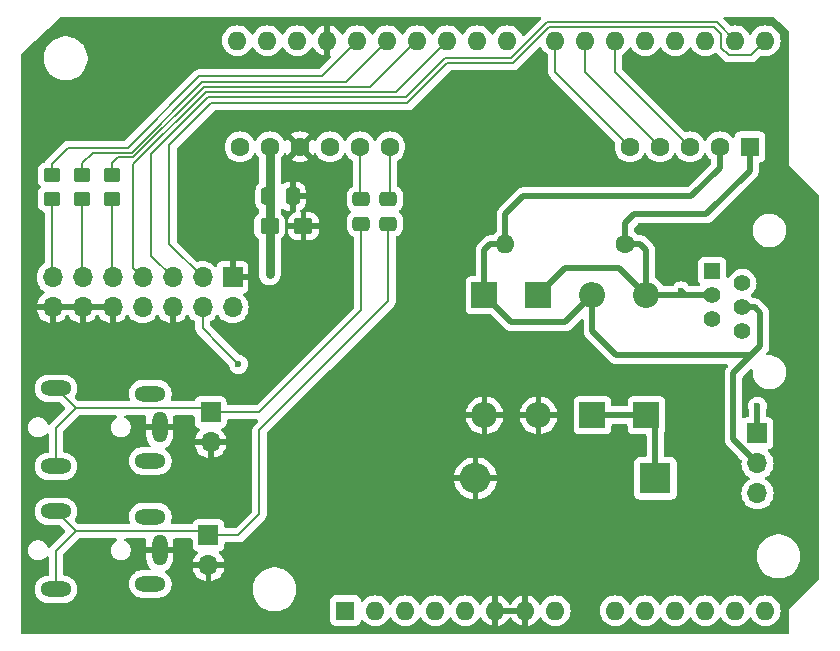
<source format=gbr>
%TF.GenerationSoftware,KiCad,Pcbnew,8.0.6-8.0.6-0~ubuntu22.04.1*%
%TF.CreationDate,2024-11-16T23:11:02-08:00*%
%TF.ProjectId,telduino,74656c64-7569-46e6-9f2e-6b696361645f,0.1*%
%TF.SameCoordinates,Original*%
%TF.FileFunction,Copper,L1,Top*%
%TF.FilePolarity,Positive*%
%FSLAX46Y46*%
G04 Gerber Fmt 4.6, Leading zero omitted, Abs format (unit mm)*
G04 Created by KiCad (PCBNEW 8.0.6-8.0.6-0~ubuntu22.04.1) date 2024-11-16 23:11:02*
%MOMM*%
%LPD*%
G01*
G04 APERTURE LIST*
G04 Aperture macros list*
%AMRoundRect*
0 Rectangle with rounded corners*
0 $1 Rounding radius*
0 $2 $3 $4 $5 $6 $7 $8 $9 X,Y pos of 4 corners*
0 Add a 4 corners polygon primitive as box body*
4,1,4,$2,$3,$4,$5,$6,$7,$8,$9,$2,$3,0*
0 Add four circle primitives for the rounded corners*
1,1,$1+$1,$2,$3*
1,1,$1+$1,$4,$5*
1,1,$1+$1,$6,$7*
1,1,$1+$1,$8,$9*
0 Add four rect primitives between the rounded corners*
20,1,$1+$1,$2,$3,$4,$5,0*
20,1,$1+$1,$4,$5,$6,$7,0*
20,1,$1+$1,$6,$7,$8,$9,0*
20,1,$1+$1,$8,$9,$2,$3,0*%
G04 Aperture macros list end*
%TA.AperFunction,ComponentPad*%
%ADD10R,1.408000X1.408000*%
%TD*%
%TA.AperFunction,ComponentPad*%
%ADD11C,1.408000*%
%TD*%
%TA.AperFunction,ComponentPad*%
%ADD12R,1.600000X1.600000*%
%TD*%
%TA.AperFunction,ComponentPad*%
%ADD13O,1.600000X1.600000*%
%TD*%
%TA.AperFunction,SMDPad,CuDef*%
%ADD14RoundRect,0.250000X-0.475000X0.337500X-0.475000X-0.337500X0.475000X-0.337500X0.475000X0.337500X0*%
%TD*%
%TA.AperFunction,SMDPad,CuDef*%
%ADD15RoundRect,0.250000X-0.537500X-0.425000X0.537500X-0.425000X0.537500X0.425000X-0.537500X0.425000X0*%
%TD*%
%TA.AperFunction,ComponentPad*%
%ADD16C,1.600000*%
%TD*%
%TA.AperFunction,SMDPad,CuDef*%
%ADD17RoundRect,0.250000X0.450000X-0.350000X0.450000X0.350000X-0.450000X0.350000X-0.450000X-0.350000X0*%
%TD*%
%TA.AperFunction,ComponentPad*%
%ADD18R,1.700000X1.700000*%
%TD*%
%TA.AperFunction,ComponentPad*%
%ADD19O,1.700000X1.700000*%
%TD*%
%TA.AperFunction,ComponentPad*%
%ADD20R,2.200000X2.200000*%
%TD*%
%TA.AperFunction,ComponentPad*%
%ADD21O,2.200000X2.200000*%
%TD*%
%TA.AperFunction,ComponentPad*%
%ADD22R,2.600000X2.600000*%
%TD*%
%TA.AperFunction,ComponentPad*%
%ADD23O,2.600000X2.600000*%
%TD*%
%TA.AperFunction,SMDPad,CuDef*%
%ADD24RoundRect,0.250000X-0.337500X-0.475000X0.337500X-0.475000X0.337500X0.475000X-0.337500X0.475000X0*%
%TD*%
%TA.AperFunction,ComponentPad*%
%ADD25O,2.616000X1.308000*%
%TD*%
%TA.AperFunction,ComponentPad*%
%ADD26O,1.308000X2.616000*%
%TD*%
%TA.AperFunction,ViaPad*%
%ADD27C,0.600000*%
%TD*%
%TA.AperFunction,Conductor*%
%ADD28C,0.200000*%
%TD*%
%TA.AperFunction,Conductor*%
%ADD29C,0.800000*%
%TD*%
%TA.AperFunction,Conductor*%
%ADD30C,0.500000*%
%TD*%
G04 APERTURE END LIST*
D10*
%TO.P,J1,1*%
%TO.N,unconnected-(J1-Pad1)*%
X176508000Y-96256000D03*
D11*
%TO.P,J1,2*%
%TO.N,unconnected-(J1-Pad2)*%
X179048000Y-97276000D03*
%TO.P,J1,3*%
%TO.N,Net-(D1-K)*%
X176508000Y-98296000D03*
%TO.P,J1,4*%
%TO.N,Net-(D3-K)*%
X179048000Y-99316000D03*
%TO.P,J1,5*%
%TO.N,unconnected-(J1-Pad5)*%
X176508000Y-100336000D03*
%TO.P,J1,6*%
%TO.N,unconnected-(J1-Pad6)*%
X179048000Y-101356000D03*
%TD*%
D12*
%TO.P,A1,1,NC*%
%TO.N,unconnected-(A1-NC-Pad1)*%
X145440000Y-125000000D03*
D13*
%TO.P,A1,2,IOREF*%
%TO.N,unconnected-(A1-IOREF-Pad2)*%
X147980000Y-125000000D03*
%TO.P,A1,3,~{RESET}*%
%TO.N,Net-(A1-~{RESET})*%
X150520000Y-125000000D03*
%TO.P,A1,4,3V3*%
%TO.N,unconnected-(A1-3V3-Pad4)*%
X153060000Y-125000000D03*
%TO.P,A1,5,+5V*%
%TO.N,5V*%
X155600000Y-125000000D03*
%TO.P,A1,6,GND*%
%TO.N,GND*%
X158140000Y-125000000D03*
%TO.P,A1,7,GND*%
X160680000Y-125000000D03*
%TO.P,A1,8,VIN*%
%TO.N,unconnected-(A1-VIN-Pad8)*%
X163220000Y-125000000D03*
%TO.P,A1,9,A0*%
%TO.N,unconnected-(A1-A0-Pad9)*%
X168300000Y-125000000D03*
%TO.P,A1,10,A1*%
%TO.N,unconnected-(A1-A1-Pad10)*%
X170840000Y-125000000D03*
%TO.P,A1,11,A2*%
%TO.N,unconnected-(A1-A2-Pad11)*%
X173380000Y-125000000D03*
%TO.P,A1,12,A3*%
%TO.N,unconnected-(A1-A3-Pad12)*%
X175920000Y-125000000D03*
%TO.P,A1,13,SDA/A4*%
%TO.N,unconnected-(A1-SDA{slash}A4-Pad13)*%
X178460000Y-125000000D03*
%TO.P,A1,14,SCL/A5*%
%TO.N,unconnected-(A1-SCL{slash}A5-Pad14)*%
X181000000Y-125000000D03*
%TO.P,A1,15,D0/RX*%
%TO.N,Net-(A1-D0{slash}RX)*%
X181000000Y-76740000D03*
%TO.P,A1,16,D1/TX*%
%TO.N,Net-(A1-D1{slash}TX)*%
X178460000Y-76740000D03*
%TO.P,A1,17,D2*%
%TO.N,unconnected-(A1-D2-Pad17)*%
X175920000Y-76740000D03*
%TO.P,A1,18,D3*%
%TO.N,unconnected-(A1-D3-Pad18)*%
X173380000Y-76740000D03*
%TO.P,A1,19,D4*%
%TO.N,unconnected-(A1-D4-Pad19)*%
X170840000Y-76740000D03*
%TO.P,A1,20,D5*%
%TO.N,Net-(A1-D5)*%
X168300000Y-76740000D03*
%TO.P,A1,21,D6*%
%TO.N,Net-(A1-D6)*%
X165760000Y-76740000D03*
%TO.P,A1,22,D7*%
%TO.N,Net-(A1-D7)*%
X163220000Y-76740000D03*
%TO.P,A1,23,D8*%
%TO.N,unconnected-(A1-D8-Pad23)*%
X159160000Y-76740000D03*
%TO.P,A1,24,D9*%
%TO.N,unconnected-(A1-D9-Pad24)*%
X156620000Y-76740000D03*
%TO.P,A1,25,D10*%
%TO.N,Net-(A1-D10)*%
X154080000Y-76740000D03*
%TO.P,A1,26,D11*%
%TO.N,Net-(A1-D11)*%
X151540000Y-76740000D03*
%TO.P,A1,27,D12*%
%TO.N,Net-(A1-D12)*%
X149000000Y-76740000D03*
%TO.P,A1,28,D13*%
%TO.N,Net-(A1-D13)*%
X146460000Y-76740000D03*
%TO.P,A1,29,GND*%
%TO.N,GND*%
X143920000Y-76740000D03*
%TO.P,A1,30,AREF*%
%TO.N,unconnected-(A1-AREF-Pad30)*%
X141380000Y-76740000D03*
%TO.P,A1,31,SDA/A4*%
%TO.N,unconnected-(A1-SDA{slash}A4-Pad31)*%
X138840000Y-76740000D03*
%TO.P,A1,32,SCL/A5*%
%TO.N,unconnected-(A1-SCL{slash}A5-Pad32)*%
X136300000Y-76740000D03*
%TD*%
D14*
%TO.P,C3,1*%
%TO.N,Net-(U1-VR)*%
X149098000Y-90148500D03*
%TO.P,C3,2*%
%TO.N,Net-(J6-Pin_1)*%
X149098000Y-92223500D03*
%TD*%
D15*
%TO.P,C2,1*%
%TO.N,5V*%
X139024500Y-92456000D03*
%TO.P,C2,2*%
%TO.N,GND*%
X141899500Y-92456000D03*
%TD*%
D12*
%TO.P,U1,1,RING*%
%TO.N,Net-(D1-K)*%
X179705000Y-85725000D03*
D16*
%TO.P,U1,2,TIP*%
%TO.N,Net-(D3-K)*%
X177165000Y-85725000D03*
%TO.P,U1,3,FR*%
%TO.N,Net-(A1-D5)*%
X174625000Y-85725000D03*
%TO.P,U1,4,RM*%
%TO.N,Net-(A1-D6)*%
X172085000Y-85725000D03*
%TO.P,U1,5,SHK*%
%TO.N,Net-(A1-D7)*%
X169545000Y-85725000D03*
%TO.P,U1,6,VR*%
%TO.N,Net-(U1-VR)*%
X149225000Y-85725000D03*
%TO.P,U1,7,VX*%
%TO.N,Net-(U1-VX)*%
X146685000Y-85725000D03*
%TO.P,U1,8,NC*%
%TO.N,unconnected-(U1-NC-Pad8)*%
X144145000Y-85725000D03*
%TO.P,U1,9,GND*%
%TO.N,GND*%
X141605000Y-85725000D03*
%TO.P,U1,10,VDC*%
%TO.N,5V*%
X139065000Y-85725000D03*
%TO.P,U1,11,PD*%
%TO.N,unconnected-(U1-PD-Pad11)*%
X136525000Y-85725000D03*
%TD*%
D17*
%TO.P,R2,1*%
%TO.N,Net-(J7-Pin_13)*%
X120592000Y-90154000D03*
%TO.P,R2,2*%
%TO.N,Net-(A1-D13)*%
X120592000Y-88154000D03*
%TD*%
D18*
%TO.P,J6,1,Pin_1*%
%TO.N,Net-(J6-Pin_1)*%
X133858000Y-118613000D03*
D19*
%TO.P,J6,2,Pin_2*%
%TO.N,GND*%
X133858000Y-121153000D03*
%TD*%
D20*
%TO.P,D3,1,K*%
%TO.N,Net-(D3-K)*%
X157226000Y-98298000D03*
D21*
%TO.P,D3,2,A*%
%TO.N,GND*%
X157226000Y-108458000D03*
%TD*%
D18*
%TO.P,J5,1,Pin_1*%
%TO.N,Net-(J5-Pin_1)*%
X134034000Y-108204000D03*
D19*
%TO.P,J5,2,Pin_2*%
%TO.N,GND*%
X134034000Y-110744000D03*
%TD*%
D22*
%TO.P,D5,1,K*%
%TO.N,Net-(D2-K)*%
X171704000Y-113792000D03*
D23*
%TO.P,D5,2,A*%
%TO.N,GND*%
X156464000Y-113792000D03*
%TD*%
D17*
%TO.P,R3,1*%
%TO.N,Net-(J7-Pin_11)*%
X123190000Y-90154000D03*
%TO.P,R3,2*%
%TO.N,Net-(A1-D12)*%
X123190000Y-88154000D03*
%TD*%
D18*
%TO.P,J2,1,Pin_1*%
%TO.N,Net-(D1-K)*%
X180340000Y-109982000D03*
D19*
%TO.P,J2,2,Pin_2*%
%TO.N,Net-(D3-K)*%
X180340000Y-112522000D03*
%TO.P,J2,3,Pin_3*%
%TO.N,unconnected-(J2-Pin_3-Pad3)*%
X180340000Y-115062000D03*
%TD*%
D16*
%TO.P,R1,1*%
%TO.N,Net-(D1-K)*%
X169164000Y-93980000D03*
D13*
%TO.P,R1,2*%
%TO.N,Net-(D3-K)*%
X159004000Y-93980000D03*
%TD*%
D18*
%TO.P,J7,1,Pin_1*%
%TO.N,GND*%
X135895000Y-96769000D03*
D19*
%TO.P,J7,2,Pin_2*%
%TO.N,5V*%
X135895000Y-99309000D03*
%TO.P,J7,3,Pin_3*%
%TO.N,Net-(A1-D0{slash}RX)*%
X133355000Y-96769000D03*
%TO.P,J7,4,Pin_4*%
%TO.N,Net-(A1-~{RESET})*%
X133355000Y-99309000D03*
%TO.P,J7,5,Pin_5*%
%TO.N,Net-(A1-D1{slash}TX)*%
X130815000Y-96769000D03*
%TO.P,J7,6,Pin_6*%
%TO.N,GND*%
X130815000Y-99309000D03*
%TO.P,J7,7,Pin_7*%
%TO.N,Net-(A1-D10)*%
X128275000Y-96769000D03*
%TO.P,J7,8,Pin_8*%
%TO.N,5V*%
X128275000Y-99309000D03*
%TO.P,J7,9,Pin_9*%
%TO.N,Net-(J7-Pin_9)*%
X125735000Y-96769000D03*
%TO.P,J7,10,Pin_10*%
%TO.N,GND*%
X125735000Y-99309000D03*
%TO.P,J7,11,Pin_11*%
%TO.N,Net-(J7-Pin_11)*%
X123195000Y-96769000D03*
%TO.P,J7,12,Pin_12*%
%TO.N,GND*%
X123195000Y-99309000D03*
%TO.P,J7,13,Pin_13*%
%TO.N,Net-(J7-Pin_13)*%
X120655000Y-96769000D03*
%TO.P,J7,14,Pin_14*%
%TO.N,GND*%
X120655000Y-99309000D03*
%TD*%
D20*
%TO.P,D2,1,K*%
%TO.N,Net-(D2-K)*%
X170942000Y-108458000D03*
D21*
%TO.P,D2,2,A*%
%TO.N,Net-(D1-K)*%
X170942000Y-98298000D03*
%TD*%
D17*
%TO.P,R4,1*%
%TO.N,Net-(J7-Pin_9)*%
X125730000Y-90154000D03*
%TO.P,R4,2*%
%TO.N,Net-(A1-D11)*%
X125730000Y-88154000D03*
%TD*%
D20*
%TO.P,D1,1,K*%
%TO.N,Net-(D1-K)*%
X161798000Y-98298000D03*
D21*
%TO.P,D1,2,A*%
%TO.N,GND*%
X161798000Y-108458000D03*
%TD*%
D24*
%TO.P,C1,1*%
%TO.N,5V*%
X138916500Y-89916000D03*
%TO.P,C1,2*%
%TO.N,GND*%
X140991500Y-89916000D03*
%TD*%
D20*
%TO.P,D4,1,K*%
%TO.N,Net-(D2-K)*%
X166370000Y-108458000D03*
D21*
%TO.P,D4,2,A*%
%TO.N,Net-(D3-K)*%
X166370000Y-98298000D03*
%TD*%
D14*
%TO.P,C4,1*%
%TO.N,Net-(U1-VX)*%
X146812000Y-90148500D03*
%TO.P,C4,2*%
%TO.N,Net-(J5-Pin_1)*%
X146812000Y-92223500D03*
%TD*%
D25*
%TO.P,J4,R1*%
%TO.N,unconnected-(J4-PadR1)*%
X128936000Y-122738000D03*
%TO.P,J4,R2*%
%TO.N,unconnected-(J4-PadR2)*%
X128936000Y-117038000D03*
D26*
%TO.P,J4,S*%
%TO.N,GND*%
X129736000Y-119888000D03*
D25*
%TO.P,J4,T*%
%TO.N,Net-(J6-Pin_1)*%
X120936000Y-116588000D03*
X120936000Y-123188000D03*
%TD*%
%TO.P,J3,R1*%
%TO.N,unconnected-(J3-PadR1)*%
X128936000Y-112324000D03*
%TO.P,J3,R2*%
%TO.N,unconnected-(J3-PadR2)*%
X128936000Y-106624000D03*
D26*
%TO.P,J3,S*%
%TO.N,GND*%
X129736000Y-109474000D03*
D25*
%TO.P,J3,T*%
%TO.N,Net-(J5-Pin_1)*%
X120936000Y-106174000D03*
X120936000Y-112774000D03*
%TD*%
D27*
%TO.N,5V*%
X139024500Y-95504000D03*
X139024500Y-94488000D03*
X139024500Y-96520000D03*
%TO.N,GND*%
X173482000Y-94488000D03*
X175260000Y-108204000D03*
X183388000Y-96266000D03*
X143256000Y-97282000D03*
X124460000Y-114554000D03*
X180340000Y-80010000D03*
X152908000Y-121158000D03*
X153162000Y-95504000D03*
X124460000Y-103124000D03*
X125984000Y-77978000D03*
X151130000Y-105410000D03*
X167386000Y-121158000D03*
X121666000Y-82042000D03*
X154686000Y-84328000D03*
X173736000Y-80010000D03*
X143256000Y-108966000D03*
X183388000Y-111506000D03*
X143256000Y-119380000D03*
X134620000Y-90424000D03*
X124460000Y-125222000D03*
X143510000Y-88646000D03*
X163576000Y-84582000D03*
%TO.N,Net-(D1-K)*%
X173863000Y-97917000D03*
X180340000Y-107696000D03*
%TO.N,Net-(A1-~{RESET})*%
X136398000Y-104140000D03*
%TD*%
D28*
%TO.N,Net-(A1-D13)*%
X146460000Y-76740000D02*
X143444000Y-79756000D01*
X121958000Y-85814000D02*
X120592000Y-87180000D01*
X143444000Y-79756000D02*
X133096000Y-79756000D01*
X133096000Y-79756000D02*
X127038000Y-85814000D01*
X127038000Y-85814000D02*
X121958000Y-85814000D01*
X120592000Y-87180000D02*
X120592000Y-88154000D01*
%TO.N,Net-(A1-D11)*%
X151540000Y-76740000D02*
X151446000Y-76740000D01*
X125730000Y-87122000D02*
X125730000Y-88154000D01*
X151446000Y-76740000D02*
X147522000Y-80664000D01*
X147522000Y-80664000D02*
X133458000Y-80664000D01*
X133458000Y-80664000D02*
X127508000Y-86614000D01*
X127508000Y-86614000D02*
X126238000Y-86614000D01*
X126238000Y-86614000D02*
X125730000Y-87122000D01*
%TO.N,Net-(A1-D12)*%
X149000000Y-76740000D02*
X149000000Y-76806000D01*
X149000000Y-76806000D02*
X145542000Y-80264000D01*
X145542000Y-80264000D02*
X133292314Y-80264000D01*
X133292314Y-80264000D02*
X127342314Y-86214000D01*
X127342314Y-86214000D02*
X124098000Y-86214000D01*
X124098000Y-86214000D02*
X123190000Y-87122000D01*
X123190000Y-87122000D02*
X123190000Y-88154000D01*
%TO.N,Net-(J7-Pin_13)*%
X120592000Y-90154000D02*
X120592000Y-96706000D01*
X120592000Y-96706000D02*
X120655000Y-96769000D01*
%TO.N,Net-(J7-Pin_11)*%
X123190000Y-90154000D02*
X123190000Y-96764000D01*
X123190000Y-96764000D02*
X123195000Y-96769000D01*
%TO.N,Net-(J7-Pin_9)*%
X125730000Y-90154000D02*
X125730000Y-96764000D01*
X125730000Y-96764000D02*
X125735000Y-96769000D01*
%TO.N,Net-(A1-D7)*%
X163220000Y-79400000D02*
X169545000Y-85725000D01*
X163220000Y-76740000D02*
X163220000Y-79400000D01*
%TO.N,Net-(A1-D5)*%
X168300000Y-79400000D02*
X174625000Y-85725000D01*
X168300000Y-76740000D02*
X168300000Y-79400000D01*
%TO.N,5V*%
X139024500Y-90024000D02*
X138916500Y-89916000D01*
D29*
X139024500Y-91186000D02*
X139024500Y-90024000D01*
D28*
X139065000Y-89810500D02*
X139170500Y-89916000D01*
D29*
X139065000Y-85725000D02*
X139065000Y-96479500D01*
X139024500Y-92456000D02*
X139024500Y-91186000D01*
D28*
X139278500Y-90024000D02*
X139170500Y-89916000D01*
D29*
X139065000Y-85725000D02*
X139065000Y-89983500D01*
X139065000Y-96479500D02*
X139024500Y-96520000D01*
D28*
X139065000Y-89983500D02*
X139024500Y-90024000D01*
X139024500Y-89851000D02*
X139065000Y-89810500D01*
X139065000Y-89767500D02*
X138916500Y-89916000D01*
%TO.N,Net-(A1-D6)*%
X165760000Y-79400000D02*
X172085000Y-85725000D01*
X165760000Y-76740000D02*
X165760000Y-79400000D01*
%TO.N,Net-(J6-Pin_1)*%
X133525000Y-118280000D02*
X122628000Y-118280000D01*
X120936000Y-119972000D02*
X122628000Y-118280000D01*
X122628000Y-118280000D02*
X120936000Y-116588000D01*
X133858000Y-118613000D02*
X133525000Y-118280000D01*
X138176000Y-109728000D02*
X138176000Y-116840000D01*
X149098000Y-98806000D02*
X138176000Y-109728000D01*
X135890000Y-118618000D02*
X135885000Y-118613000D01*
X120936000Y-123188000D02*
X120936000Y-119972000D01*
X149098000Y-92223500D02*
X149098000Y-98806000D01*
X135885000Y-118613000D02*
X133858000Y-118613000D01*
X138176000Y-116840000D02*
X136398000Y-118618000D01*
X136398000Y-118618000D02*
X135890000Y-118618000D01*
%TO.N,Net-(U1-VR)*%
X149225000Y-85725000D02*
X149225000Y-90021500D01*
X149225000Y-90021500D02*
X149098000Y-90148500D01*
%TO.N,Net-(J5-Pin_1)*%
X122628000Y-107866000D02*
X120936000Y-106174000D01*
X120936000Y-109558000D02*
X122628000Y-107866000D01*
X133696000Y-107866000D02*
X122628000Y-107866000D01*
X138176000Y-108204000D02*
X134034000Y-108204000D01*
X134034000Y-108204000D02*
X133696000Y-107866000D01*
X146812000Y-99568000D02*
X138176000Y-108204000D01*
X120936000Y-112774000D02*
X120936000Y-109558000D01*
X146812000Y-92223500D02*
X146812000Y-99568000D01*
%TO.N,Net-(U1-VX)*%
X146685000Y-85725000D02*
X146685000Y-90021500D01*
X146685000Y-90021500D02*
X146812000Y-90148500D01*
D30*
%TO.N,Net-(D1-K)*%
X179705000Y-87757000D02*
X176022000Y-91440000D01*
X170434000Y-93980000D02*
X170942000Y-94488000D01*
X169926000Y-91440000D02*
X169164000Y-92202000D01*
X176508000Y-98296000D02*
X174244000Y-98296000D01*
X174244000Y-98296000D02*
X170944000Y-98296000D01*
X164084000Y-96012000D02*
X168656000Y-96012000D01*
D28*
X170944000Y-98296000D02*
X170942000Y-98298000D01*
D30*
X168656000Y-96012000D02*
X170942000Y-98298000D01*
X176022000Y-91440000D02*
X169926000Y-91440000D01*
X179705000Y-85725000D02*
X179705000Y-87757000D01*
X180340000Y-107696000D02*
X180340000Y-109977000D01*
X169164000Y-92202000D02*
X169164000Y-93980000D01*
X170942000Y-94488000D02*
X170942000Y-98298000D01*
X173863000Y-97917000D02*
X174242000Y-98296000D01*
X161798000Y-98298000D02*
X164084000Y-96012000D01*
X169164000Y-93980000D02*
X170434000Y-93980000D01*
D28*
X174242000Y-98296000D02*
X174244000Y-98296000D01*
%TO.N,Net-(D2-K)*%
X170942000Y-108458000D02*
X171704000Y-109220000D01*
D30*
X166370000Y-108458000D02*
X170942000Y-108458000D01*
X171704000Y-109220000D02*
X171704000Y-113792000D01*
%TO.N,Net-(D3-K)*%
X168402000Y-103378000D02*
X166370000Y-101346000D01*
X164084000Y-100584000D02*
X159512000Y-100584000D01*
X166370000Y-98298000D02*
X164084000Y-100584000D01*
D28*
X179190000Y-111367000D02*
X179185000Y-111367000D01*
D30*
X177165000Y-87503000D02*
X174752000Y-89916000D01*
X159004000Y-93980000D02*
X157734000Y-93980000D01*
X180340000Y-112517000D02*
X179190000Y-111367000D01*
X177165000Y-85725000D02*
X177165000Y-87503000D01*
X157734000Y-93980000D02*
X157226000Y-94488000D01*
X178308000Y-104902000D02*
X179832000Y-103378000D01*
X174752000Y-89916000D02*
X160528000Y-89916000D01*
X179832000Y-103378000D02*
X168402000Y-103378000D01*
X180594000Y-99822000D02*
X180594000Y-102616000D01*
X160528000Y-89916000D02*
X159004000Y-91440000D01*
X159512000Y-100584000D02*
X157226000Y-98298000D01*
X179185000Y-111367000D02*
X178308000Y-110490000D01*
X180594000Y-102616000D02*
X179832000Y-103378000D01*
X178308000Y-110490000D02*
X178308000Y-104902000D01*
X157226000Y-94488000D02*
X157226000Y-98298000D01*
X179048000Y-99316000D02*
X180088000Y-99316000D01*
X166370000Y-101346000D02*
X166370000Y-98298000D01*
X180088000Y-99316000D02*
X180594000Y-99822000D01*
X159004000Y-91440000D02*
X159004000Y-93980000D01*
D28*
%TO.N,Net-(A1-D1{slash}TX)*%
X176904000Y-75184000D02*
X162560000Y-75184000D01*
X159512000Y-78232000D02*
X153924000Y-78232000D01*
X129032000Y-94986000D02*
X130815000Y-96769000D01*
X129032000Y-86360000D02*
X129032000Y-94986000D01*
X150622000Y-81534000D02*
X133858000Y-81534000D01*
X133858000Y-81534000D02*
X129032000Y-86360000D01*
X153924000Y-78232000D02*
X150622000Y-81534000D01*
X178460000Y-76740000D02*
X176904000Y-75184000D01*
X162560000Y-75184000D02*
X159512000Y-78232000D01*
%TO.N,Net-(A1-D0{slash}RX)*%
X159677686Y-78632000D02*
X154089686Y-78632000D01*
X134112000Y-82042000D02*
X130556000Y-85598000D01*
X154089686Y-78632000D02*
X150679686Y-82042000D01*
X130556000Y-85598000D02*
X130556000Y-93970000D01*
X150679686Y-82042000D02*
X134112000Y-82042000D01*
X162715843Y-75593843D02*
X159677686Y-78632000D01*
X176685843Y-75593843D02*
X162715843Y-75593843D01*
X177292000Y-76200000D02*
X176685843Y-75593843D01*
X179762000Y-77978000D02*
X177927000Y-77978000D01*
X177927000Y-77978000D02*
X177292000Y-77343000D01*
X177292000Y-77343000D02*
X177292000Y-76200000D01*
X181000000Y-76740000D02*
X179762000Y-77978000D01*
X130556000Y-93970000D02*
X133355000Y-96769000D01*
%TO.N,Net-(A1-~{RESET})*%
X134874000Y-102616000D02*
X136398000Y-104140000D01*
X133355000Y-99309000D02*
X133355000Y-101097000D01*
X133355000Y-101097000D02*
X134874000Y-102616000D01*
%TO.N,Net-(J7-Pin_11)*%
X123195000Y-90361314D02*
X123195000Y-90689000D01*
%TO.N,Net-(A1-D10)*%
X127508000Y-87179686D02*
X127508000Y-96002000D01*
X127508000Y-96002000D02*
X128275000Y-96769000D01*
X149756000Y-81064000D02*
X133623686Y-81064000D01*
X133623686Y-81064000D02*
X127508000Y-87179686D01*
X154080000Y-76740000D02*
X149756000Y-81064000D01*
%TD*%
%TA.AperFunction,Conductor*%
%TO.N,GND*%
G36*
X160214075Y-124807007D02*
G01*
X160180000Y-124934174D01*
X160180000Y-125065826D01*
X160214075Y-125192993D01*
X160246988Y-125250000D01*
X158573012Y-125250000D01*
X158605925Y-125192993D01*
X158640000Y-125065826D01*
X158640000Y-124934174D01*
X158605925Y-124807007D01*
X158573012Y-124750000D01*
X160246988Y-124750000D01*
X160214075Y-124807007D01*
G37*
%TD.AperFunction*%
%TA.AperFunction,Conductor*%
G36*
X161961941Y-74720185D02*
G01*
X162007696Y-74772989D01*
X162017640Y-74842147D01*
X161988615Y-74905703D01*
X161982583Y-74912181D01*
X160580181Y-76314582D01*
X160518858Y-76348067D01*
X160449166Y-76343083D01*
X160393233Y-76301211D01*
X160380118Y-76279306D01*
X160377679Y-76274075D01*
X160290568Y-76087266D01*
X160160047Y-75900861D01*
X160160045Y-75900858D01*
X159999141Y-75739954D01*
X159812734Y-75609432D01*
X159812732Y-75609431D01*
X159606497Y-75513261D01*
X159606488Y-75513258D01*
X159386697Y-75454366D01*
X159386693Y-75454365D01*
X159386692Y-75454365D01*
X159386691Y-75454364D01*
X159386686Y-75454364D01*
X159160002Y-75434532D01*
X159159998Y-75434532D01*
X158933313Y-75454364D01*
X158933302Y-75454366D01*
X158713511Y-75513258D01*
X158713502Y-75513261D01*
X158507267Y-75609431D01*
X158507265Y-75609432D01*
X158320858Y-75739954D01*
X158159954Y-75900858D01*
X158029432Y-76087265D01*
X158029431Y-76087267D01*
X158002382Y-76145275D01*
X157956209Y-76197714D01*
X157889016Y-76216866D01*
X157822135Y-76196650D01*
X157777618Y-76145275D01*
X157750686Y-76087520D01*
X157750568Y-76087266D01*
X157620047Y-75900861D01*
X157620045Y-75900858D01*
X157459141Y-75739954D01*
X157272734Y-75609432D01*
X157272732Y-75609431D01*
X157066497Y-75513261D01*
X157066488Y-75513258D01*
X156846697Y-75454366D01*
X156846693Y-75454365D01*
X156846692Y-75454365D01*
X156846691Y-75454364D01*
X156846686Y-75454364D01*
X156620002Y-75434532D01*
X156619998Y-75434532D01*
X156393313Y-75454364D01*
X156393302Y-75454366D01*
X156173511Y-75513258D01*
X156173502Y-75513261D01*
X155967267Y-75609431D01*
X155967265Y-75609432D01*
X155780858Y-75739954D01*
X155619954Y-75900858D01*
X155489432Y-76087265D01*
X155489431Y-76087267D01*
X155462382Y-76145275D01*
X155416209Y-76197714D01*
X155349016Y-76216866D01*
X155282135Y-76196650D01*
X155237618Y-76145275D01*
X155210686Y-76087520D01*
X155210568Y-76087266D01*
X155080047Y-75900861D01*
X155080045Y-75900858D01*
X154919141Y-75739954D01*
X154732734Y-75609432D01*
X154732732Y-75609431D01*
X154526497Y-75513261D01*
X154526488Y-75513258D01*
X154306697Y-75454366D01*
X154306693Y-75454365D01*
X154306692Y-75454365D01*
X154306691Y-75454364D01*
X154306686Y-75454364D01*
X154080002Y-75434532D01*
X154079998Y-75434532D01*
X153853313Y-75454364D01*
X153853302Y-75454366D01*
X153633511Y-75513258D01*
X153633502Y-75513261D01*
X153427267Y-75609431D01*
X153427265Y-75609432D01*
X153240858Y-75739954D01*
X153079954Y-75900858D01*
X152949432Y-76087265D01*
X152949431Y-76087267D01*
X152922382Y-76145275D01*
X152876209Y-76197714D01*
X152809016Y-76216866D01*
X152742135Y-76196650D01*
X152697618Y-76145275D01*
X152670686Y-76087520D01*
X152670568Y-76087266D01*
X152540047Y-75900861D01*
X152540045Y-75900858D01*
X152379141Y-75739954D01*
X152192734Y-75609432D01*
X152192732Y-75609431D01*
X151986497Y-75513261D01*
X151986488Y-75513258D01*
X151766697Y-75454366D01*
X151766693Y-75454365D01*
X151766692Y-75454365D01*
X151766691Y-75454364D01*
X151766686Y-75454364D01*
X151540002Y-75434532D01*
X151539998Y-75434532D01*
X151313313Y-75454364D01*
X151313302Y-75454366D01*
X151093511Y-75513258D01*
X151093502Y-75513261D01*
X150887267Y-75609431D01*
X150887265Y-75609432D01*
X150700858Y-75739954D01*
X150539954Y-75900858D01*
X150409432Y-76087265D01*
X150409431Y-76087267D01*
X150382382Y-76145275D01*
X150336209Y-76197714D01*
X150269016Y-76216866D01*
X150202135Y-76196650D01*
X150157618Y-76145275D01*
X150130686Y-76087520D01*
X150130568Y-76087266D01*
X150000047Y-75900861D01*
X150000045Y-75900858D01*
X149839141Y-75739954D01*
X149652734Y-75609432D01*
X149652732Y-75609431D01*
X149446497Y-75513261D01*
X149446488Y-75513258D01*
X149226697Y-75454366D01*
X149226693Y-75454365D01*
X149226692Y-75454365D01*
X149226691Y-75454364D01*
X149226686Y-75454364D01*
X149000002Y-75434532D01*
X148999998Y-75434532D01*
X148773313Y-75454364D01*
X148773302Y-75454366D01*
X148553511Y-75513258D01*
X148553502Y-75513261D01*
X148347267Y-75609431D01*
X148347265Y-75609432D01*
X148160858Y-75739954D01*
X147999954Y-75900858D01*
X147869432Y-76087265D01*
X147869431Y-76087267D01*
X147842382Y-76145275D01*
X147796209Y-76197714D01*
X147729016Y-76216866D01*
X147662135Y-76196650D01*
X147617618Y-76145275D01*
X147590686Y-76087520D01*
X147590568Y-76087266D01*
X147460047Y-75900861D01*
X147460045Y-75900858D01*
X147299141Y-75739954D01*
X147112734Y-75609432D01*
X147112732Y-75609431D01*
X146906497Y-75513261D01*
X146906488Y-75513258D01*
X146686697Y-75454366D01*
X146686693Y-75454365D01*
X146686692Y-75454365D01*
X146686691Y-75454364D01*
X146686686Y-75454364D01*
X146460002Y-75434532D01*
X146459998Y-75434532D01*
X146233313Y-75454364D01*
X146233302Y-75454366D01*
X146013511Y-75513258D01*
X146013502Y-75513261D01*
X145807267Y-75609431D01*
X145807265Y-75609432D01*
X145620858Y-75739954D01*
X145459954Y-75900858D01*
X145329433Y-76087264D01*
X145329432Y-76087266D01*
X145329315Y-76087518D01*
X145302106Y-76145867D01*
X145255933Y-76198306D01*
X145188739Y-76217457D01*
X145121858Y-76197241D01*
X145077342Y-76145865D01*
X145050135Y-76087520D01*
X145050134Y-76087518D01*
X144919657Y-75901179D01*
X144758820Y-75740342D01*
X144572482Y-75609865D01*
X144366328Y-75513734D01*
X144170000Y-75461127D01*
X144170000Y-76306988D01*
X144112993Y-76274075D01*
X143985826Y-76240000D01*
X143854174Y-76240000D01*
X143727007Y-76274075D01*
X143670000Y-76306988D01*
X143670000Y-75461127D01*
X143473671Y-75513734D01*
X143267517Y-75609865D01*
X143081179Y-75740342D01*
X142920342Y-75901179D01*
X142789867Y-76087515D01*
X142762657Y-76145867D01*
X142716484Y-76198306D01*
X142649290Y-76217457D01*
X142582409Y-76197241D01*
X142537893Y-76145865D01*
X142510685Y-76087518D01*
X142510568Y-76087266D01*
X142380047Y-75900861D01*
X142380045Y-75900858D01*
X142219141Y-75739954D01*
X142032734Y-75609432D01*
X142032732Y-75609431D01*
X141826497Y-75513261D01*
X141826488Y-75513258D01*
X141606697Y-75454366D01*
X141606693Y-75454365D01*
X141606692Y-75454365D01*
X141606691Y-75454364D01*
X141606686Y-75454364D01*
X141380002Y-75434532D01*
X141379998Y-75434532D01*
X141153313Y-75454364D01*
X141153302Y-75454366D01*
X140933511Y-75513258D01*
X140933502Y-75513261D01*
X140727267Y-75609431D01*
X140727265Y-75609432D01*
X140540858Y-75739954D01*
X140379954Y-75900858D01*
X140249432Y-76087265D01*
X140249431Y-76087267D01*
X140222382Y-76145275D01*
X140176209Y-76197714D01*
X140109016Y-76216866D01*
X140042135Y-76196650D01*
X139997618Y-76145275D01*
X139970686Y-76087520D01*
X139970568Y-76087266D01*
X139840047Y-75900861D01*
X139840045Y-75900858D01*
X139679141Y-75739954D01*
X139492734Y-75609432D01*
X139492732Y-75609431D01*
X139286497Y-75513261D01*
X139286488Y-75513258D01*
X139066697Y-75454366D01*
X139066693Y-75454365D01*
X139066692Y-75454365D01*
X139066691Y-75454364D01*
X139066686Y-75454364D01*
X138840002Y-75434532D01*
X138839998Y-75434532D01*
X138613313Y-75454364D01*
X138613302Y-75454366D01*
X138393511Y-75513258D01*
X138393502Y-75513261D01*
X138187267Y-75609431D01*
X138187265Y-75609432D01*
X138000858Y-75739954D01*
X137839954Y-75900858D01*
X137709432Y-76087265D01*
X137709431Y-76087267D01*
X137682382Y-76145275D01*
X137636209Y-76197714D01*
X137569016Y-76216866D01*
X137502135Y-76196650D01*
X137457618Y-76145275D01*
X137430686Y-76087520D01*
X137430568Y-76087266D01*
X137300047Y-75900861D01*
X137300045Y-75900858D01*
X137139141Y-75739954D01*
X136952734Y-75609432D01*
X136952732Y-75609431D01*
X136746497Y-75513261D01*
X136746488Y-75513258D01*
X136526697Y-75454366D01*
X136526693Y-75454365D01*
X136526692Y-75454365D01*
X136526691Y-75454364D01*
X136526686Y-75454364D01*
X136300002Y-75434532D01*
X136299998Y-75434532D01*
X136073313Y-75454364D01*
X136073302Y-75454366D01*
X135853511Y-75513258D01*
X135853502Y-75513261D01*
X135647267Y-75609431D01*
X135647265Y-75609432D01*
X135460858Y-75739954D01*
X135299954Y-75900858D01*
X135169432Y-76087265D01*
X135169431Y-76087267D01*
X135073261Y-76293502D01*
X135073258Y-76293511D01*
X135014366Y-76513302D01*
X135014364Y-76513313D01*
X134994532Y-76739998D01*
X134994532Y-76740001D01*
X135014364Y-76966686D01*
X135014366Y-76966697D01*
X135073258Y-77186488D01*
X135073261Y-77186497D01*
X135169431Y-77392732D01*
X135169432Y-77392734D01*
X135299954Y-77579141D01*
X135460858Y-77740045D01*
X135460861Y-77740047D01*
X135647266Y-77870568D01*
X135853504Y-77966739D01*
X136073308Y-78025635D01*
X136217144Y-78038219D01*
X136299998Y-78045468D01*
X136300000Y-78045468D01*
X136300002Y-78045468D01*
X136356673Y-78040509D01*
X136526692Y-78025635D01*
X136746496Y-77966739D01*
X136952734Y-77870568D01*
X137139139Y-77740047D01*
X137300047Y-77579139D01*
X137430568Y-77392734D01*
X137457618Y-77334724D01*
X137503790Y-77282285D01*
X137570983Y-77263133D01*
X137637865Y-77283348D01*
X137682382Y-77334725D01*
X137709429Y-77392728D01*
X137709432Y-77392734D01*
X137839954Y-77579141D01*
X138000858Y-77740045D01*
X138000861Y-77740047D01*
X138187266Y-77870568D01*
X138393504Y-77966739D01*
X138613308Y-78025635D01*
X138757144Y-78038219D01*
X138839998Y-78045468D01*
X138840000Y-78045468D01*
X138840002Y-78045468D01*
X138896673Y-78040509D01*
X139066692Y-78025635D01*
X139286496Y-77966739D01*
X139492734Y-77870568D01*
X139679139Y-77740047D01*
X139840047Y-77579139D01*
X139970568Y-77392734D01*
X139997618Y-77334724D01*
X140043790Y-77282285D01*
X140110983Y-77263133D01*
X140177865Y-77283348D01*
X140222382Y-77334725D01*
X140249429Y-77392728D01*
X140249432Y-77392734D01*
X140379954Y-77579141D01*
X140540858Y-77740045D01*
X140540861Y-77740047D01*
X140727266Y-77870568D01*
X140933504Y-77966739D01*
X141153308Y-78025635D01*
X141297144Y-78038219D01*
X141379998Y-78045468D01*
X141380000Y-78045468D01*
X141380002Y-78045468D01*
X141436673Y-78040509D01*
X141606692Y-78025635D01*
X141826496Y-77966739D01*
X142032734Y-77870568D01*
X142219139Y-77740047D01*
X142380047Y-77579139D01*
X142510568Y-77392734D01*
X142537895Y-77334129D01*
X142584064Y-77281695D01*
X142651257Y-77262542D01*
X142718139Y-77282757D01*
X142762657Y-77334133D01*
X142789865Y-77392482D01*
X142920342Y-77578820D01*
X143081179Y-77739657D01*
X143267517Y-77870134D01*
X143473673Y-77966265D01*
X143473682Y-77966269D01*
X143669999Y-78018872D01*
X143670000Y-78018871D01*
X143670000Y-77173012D01*
X143727007Y-77205925D01*
X143854174Y-77240000D01*
X143985826Y-77240000D01*
X144112993Y-77205925D01*
X144170000Y-77173012D01*
X144170000Y-78031261D01*
X144190629Y-78059513D01*
X144194784Y-78129259D01*
X144161621Y-78189142D01*
X143231584Y-79119181D01*
X143170261Y-79152666D01*
X143143903Y-79155500D01*
X133182670Y-79155500D01*
X133182654Y-79155499D01*
X133175058Y-79155499D01*
X133016943Y-79155499D01*
X132940579Y-79175961D01*
X132864214Y-79196423D01*
X132864209Y-79196426D01*
X132727290Y-79275475D01*
X132727282Y-79275481D01*
X126825584Y-85177181D01*
X126764261Y-85210666D01*
X126737903Y-85213500D01*
X122044670Y-85213500D01*
X122044654Y-85213499D01*
X122037058Y-85213499D01*
X121878943Y-85213499D01*
X121802579Y-85233961D01*
X121726214Y-85254423D01*
X121726209Y-85254426D01*
X121589290Y-85333475D01*
X121589282Y-85333481D01*
X120111479Y-86811284D01*
X120098258Y-86834185D01*
X120085913Y-86855568D01*
X120070338Y-86882544D01*
X120032422Y-86948215D01*
X120032422Y-86948216D01*
X120019889Y-86994987D01*
X119983523Y-87054647D01*
X119939120Y-87080596D01*
X119864206Y-87105421D01*
X119822666Y-87119186D01*
X119822663Y-87119187D01*
X119673342Y-87211289D01*
X119549289Y-87335342D01*
X119457187Y-87484663D01*
X119457186Y-87484666D01*
X119402001Y-87651203D01*
X119402001Y-87651204D01*
X119402000Y-87651204D01*
X119391500Y-87753983D01*
X119391500Y-88554001D01*
X119391501Y-88554019D01*
X119402000Y-88656796D01*
X119402001Y-88656799D01*
X119457185Y-88823331D01*
X119457187Y-88823336D01*
X119469801Y-88843787D01*
X119549094Y-88972342D01*
X119549289Y-88972657D01*
X119642951Y-89066319D01*
X119676436Y-89127642D01*
X119671452Y-89197334D01*
X119642951Y-89241681D01*
X119549289Y-89335342D01*
X119457187Y-89484663D01*
X119457185Y-89484668D01*
X119439706Y-89537418D01*
X119402001Y-89651203D01*
X119402001Y-89651204D01*
X119402000Y-89651204D01*
X119391500Y-89753983D01*
X119391500Y-90554001D01*
X119391501Y-90554019D01*
X119402000Y-90656796D01*
X119402001Y-90656799D01*
X119457183Y-90823325D01*
X119457186Y-90823334D01*
X119549288Y-90972656D01*
X119673344Y-91096712D01*
X119822666Y-91188814D01*
X119906505Y-91216595D01*
X119963948Y-91256366D01*
X119990772Y-91320882D01*
X119991500Y-91334300D01*
X119991500Y-95520381D01*
X119971815Y-95587420D01*
X119938623Y-95621956D01*
X119783597Y-95730505D01*
X119616505Y-95897597D01*
X119480965Y-96091169D01*
X119480964Y-96091171D01*
X119404335Y-96255504D01*
X119383790Y-96299563D01*
X119381098Y-96305335D01*
X119381094Y-96305344D01*
X119319938Y-96533586D01*
X119319936Y-96533596D01*
X119299341Y-96768999D01*
X119299341Y-96769000D01*
X119319936Y-97004403D01*
X119319938Y-97004413D01*
X119381094Y-97232655D01*
X119381096Y-97232659D01*
X119381097Y-97232663D01*
X119452551Y-97385896D01*
X119480965Y-97446830D01*
X119480967Y-97446834D01*
X119557491Y-97556120D01*
X119616501Y-97640396D01*
X119616506Y-97640402D01*
X119783597Y-97807493D01*
X119783603Y-97807498D01*
X119969594Y-97937730D01*
X120013219Y-97992307D01*
X120020413Y-98061805D01*
X119988890Y-98124160D01*
X119969595Y-98140880D01*
X119783922Y-98270890D01*
X119783920Y-98270891D01*
X119616891Y-98437920D01*
X119616886Y-98437926D01*
X119481400Y-98631420D01*
X119481399Y-98631422D01*
X119381570Y-98845507D01*
X119381567Y-98845513D01*
X119324364Y-99058999D01*
X119324364Y-99059000D01*
X120221988Y-99059000D01*
X120189075Y-99116007D01*
X120155000Y-99243174D01*
X120155000Y-99374826D01*
X120189075Y-99501993D01*
X120221988Y-99559000D01*
X119324364Y-99559000D01*
X119381567Y-99772486D01*
X119381570Y-99772492D01*
X119481399Y-99986578D01*
X119616894Y-100180082D01*
X119783917Y-100347105D01*
X119977421Y-100482600D01*
X120191507Y-100582429D01*
X120191516Y-100582433D01*
X120405000Y-100639634D01*
X120405000Y-99742012D01*
X120462007Y-99774925D01*
X120589174Y-99809000D01*
X120720826Y-99809000D01*
X120847993Y-99774925D01*
X120905000Y-99742012D01*
X120905000Y-100639633D01*
X121118483Y-100582433D01*
X121118492Y-100582429D01*
X121332578Y-100482600D01*
X121526082Y-100347105D01*
X121693105Y-100180082D01*
X121823425Y-99993968D01*
X121878002Y-99950344D01*
X121947501Y-99943151D01*
X122009855Y-99974673D01*
X122026575Y-99993968D01*
X122156894Y-100180082D01*
X122323917Y-100347105D01*
X122517421Y-100482600D01*
X122731507Y-100582429D01*
X122731516Y-100582433D01*
X122945000Y-100639634D01*
X122945000Y-99742012D01*
X123002007Y-99774925D01*
X123129174Y-99809000D01*
X123260826Y-99809000D01*
X123387993Y-99774925D01*
X123445000Y-99742012D01*
X123445000Y-100639634D01*
X123658483Y-100582433D01*
X123658492Y-100582429D01*
X123872578Y-100482600D01*
X124066082Y-100347105D01*
X124233105Y-100180082D01*
X124363425Y-99993968D01*
X124418002Y-99950344D01*
X124487501Y-99943151D01*
X124549855Y-99974673D01*
X124566575Y-99993968D01*
X124696894Y-100180082D01*
X124863917Y-100347105D01*
X125057421Y-100482600D01*
X125271507Y-100582429D01*
X125271516Y-100582433D01*
X125485000Y-100639634D01*
X125485000Y-99742012D01*
X125542007Y-99774925D01*
X125669174Y-99809000D01*
X125800826Y-99809000D01*
X125927993Y-99774925D01*
X125985000Y-99742012D01*
X125985000Y-100639634D01*
X126198483Y-100582433D01*
X126198492Y-100582429D01*
X126412578Y-100482600D01*
X126606082Y-100347105D01*
X126773105Y-100180082D01*
X126903119Y-99994405D01*
X126957696Y-99950781D01*
X127027195Y-99943588D01*
X127089549Y-99975110D01*
X127106269Y-99994405D01*
X127236505Y-100180401D01*
X127403599Y-100347495D01*
X127441341Y-100373922D01*
X127597165Y-100483032D01*
X127597167Y-100483033D01*
X127597170Y-100483035D01*
X127811337Y-100582903D01*
X128039592Y-100644063D01*
X128227918Y-100660539D01*
X128274999Y-100664659D01*
X128275000Y-100664659D01*
X128275001Y-100664659D01*
X128314234Y-100661226D01*
X128510408Y-100644063D01*
X128738663Y-100582903D01*
X128952830Y-100483035D01*
X129146401Y-100347495D01*
X129313495Y-100180401D01*
X129443730Y-99994405D01*
X129498307Y-99950781D01*
X129567805Y-99943587D01*
X129630160Y-99975110D01*
X129646879Y-99994405D01*
X129776890Y-100180078D01*
X129943917Y-100347105D01*
X130137421Y-100482600D01*
X130351507Y-100582429D01*
X130351516Y-100582433D01*
X130565000Y-100639634D01*
X130565000Y-99742012D01*
X130622007Y-99774925D01*
X130749174Y-99809000D01*
X130880826Y-99809000D01*
X131007993Y-99774925D01*
X131065000Y-99742012D01*
X131065000Y-100639634D01*
X131278483Y-100582433D01*
X131278492Y-100582429D01*
X131492578Y-100482600D01*
X131686082Y-100347105D01*
X131853105Y-100180082D01*
X131983119Y-99994405D01*
X132037696Y-99950781D01*
X132107195Y-99943588D01*
X132169549Y-99975110D01*
X132186269Y-99994405D01*
X132316505Y-100180401D01*
X132483599Y-100347495D01*
X132521341Y-100373922D01*
X132677165Y-100483032D01*
X132677167Y-100483033D01*
X132677170Y-100483035D01*
X132682898Y-100485706D01*
X132735339Y-100531872D01*
X132754500Y-100598090D01*
X132754500Y-101010330D01*
X132754499Y-101010348D01*
X132754499Y-101176054D01*
X132754498Y-101176054D01*
X132789226Y-101305656D01*
X132795423Y-101328785D01*
X132797253Y-101331954D01*
X132798726Y-101334506D01*
X132874477Y-101465712D01*
X132874481Y-101465717D01*
X132993349Y-101584585D01*
X132993355Y-101584590D01*
X135567298Y-104158533D01*
X135600783Y-104219856D01*
X135602837Y-104232330D01*
X135612630Y-104319249D01*
X135672210Y-104489521D01*
X135716382Y-104559820D01*
X135768184Y-104642262D01*
X135895738Y-104769816D01*
X136048478Y-104865789D01*
X136199352Y-104918582D01*
X136218745Y-104925368D01*
X136218750Y-104925369D01*
X136397996Y-104945565D01*
X136398000Y-104945565D01*
X136398004Y-104945565D01*
X136577249Y-104925369D01*
X136577252Y-104925368D01*
X136577255Y-104925368D01*
X136747522Y-104865789D01*
X136900262Y-104769816D01*
X137027816Y-104642262D01*
X137123789Y-104489522D01*
X137183368Y-104319255D01*
X137193162Y-104232330D01*
X137203565Y-104140003D01*
X137203565Y-104139996D01*
X137183369Y-103960750D01*
X137183368Y-103960745D01*
X137123788Y-103790476D01*
X137027815Y-103637737D01*
X136900262Y-103510184D01*
X136747521Y-103414210D01*
X136577249Y-103354630D01*
X136490330Y-103344837D01*
X136425916Y-103317770D01*
X136416533Y-103309298D01*
X133991819Y-100884584D01*
X133958334Y-100823261D01*
X133955500Y-100796903D01*
X133955500Y-100598090D01*
X133975185Y-100531051D01*
X134027101Y-100485706D01*
X134032830Y-100483035D01*
X134226401Y-100347495D01*
X134393495Y-100180401D01*
X134523425Y-99994842D01*
X134578002Y-99951217D01*
X134647500Y-99944023D01*
X134709855Y-99975546D01*
X134726575Y-99994842D01*
X134856500Y-100180395D01*
X134856505Y-100180401D01*
X135023599Y-100347495D01*
X135061341Y-100373922D01*
X135217165Y-100483032D01*
X135217167Y-100483033D01*
X135217170Y-100483035D01*
X135431337Y-100582903D01*
X135659592Y-100644063D01*
X135847918Y-100660539D01*
X135894999Y-100664659D01*
X135895000Y-100664659D01*
X135895001Y-100664659D01*
X135934234Y-100661226D01*
X136130408Y-100644063D01*
X136358663Y-100582903D01*
X136572830Y-100483035D01*
X136766401Y-100347495D01*
X136933495Y-100180401D01*
X137069035Y-99986830D01*
X137168903Y-99772663D01*
X137230063Y-99544408D01*
X137250659Y-99309000D01*
X137230063Y-99073592D01*
X137168903Y-98845337D01*
X137069035Y-98631171D01*
X137063730Y-98623595D01*
X136933496Y-98437600D01*
X136883533Y-98387637D01*
X136811179Y-98315283D01*
X136777696Y-98253963D01*
X136782680Y-98184271D01*
X136824551Y-98128337D01*
X136855529Y-98111422D01*
X136987086Y-98062354D01*
X136987093Y-98062350D01*
X137102187Y-97976190D01*
X137102190Y-97976187D01*
X137188350Y-97861093D01*
X137188354Y-97861086D01*
X137238596Y-97726379D01*
X137238598Y-97726372D01*
X137244999Y-97666844D01*
X137245000Y-97666827D01*
X137245000Y-97019000D01*
X136328012Y-97019000D01*
X136360925Y-96961993D01*
X136395000Y-96834826D01*
X136395000Y-96703174D01*
X136360925Y-96576007D01*
X136328012Y-96519000D01*
X137245000Y-96519000D01*
X137245000Y-95871172D01*
X137244999Y-95871155D01*
X137238598Y-95811627D01*
X137238596Y-95811620D01*
X137188354Y-95676913D01*
X137188350Y-95676906D01*
X137102190Y-95561812D01*
X137102187Y-95561809D01*
X136987093Y-95475649D01*
X136987086Y-95475645D01*
X136852379Y-95425403D01*
X136852372Y-95425401D01*
X136792844Y-95419000D01*
X136145000Y-95419000D01*
X136145000Y-96335988D01*
X136087993Y-96303075D01*
X135960826Y-96269000D01*
X135829174Y-96269000D01*
X135702007Y-96303075D01*
X135645000Y-96335988D01*
X135645000Y-95419000D01*
X134997155Y-95419000D01*
X134937627Y-95425401D01*
X134937620Y-95425403D01*
X134802913Y-95475645D01*
X134802906Y-95475649D01*
X134687812Y-95561809D01*
X134687809Y-95561812D01*
X134601649Y-95676906D01*
X134601645Y-95676913D01*
X134552578Y-95808470D01*
X134510707Y-95864404D01*
X134445242Y-95888821D01*
X134376969Y-95873969D01*
X134348715Y-95852819D01*
X134295176Y-95799280D01*
X134226401Y-95730505D01*
X134226397Y-95730502D01*
X134226396Y-95730501D01*
X134032834Y-95594967D01*
X134032830Y-95594965D01*
X133934856Y-95549279D01*
X133818663Y-95495097D01*
X133818659Y-95495096D01*
X133818655Y-95495094D01*
X133590413Y-95433938D01*
X133590403Y-95433936D01*
X133355001Y-95413341D01*
X133354999Y-95413341D01*
X133119596Y-95433936D01*
X133119586Y-95433938D01*
X132991243Y-95468327D01*
X132921393Y-95466664D01*
X132871469Y-95436233D01*
X131192819Y-93757583D01*
X131159334Y-93696260D01*
X131156500Y-93669902D01*
X131156500Y-85898097D01*
X131176185Y-85831058D01*
X131192819Y-85810416D01*
X134324416Y-82678819D01*
X134385739Y-82645334D01*
X134412097Y-82642500D01*
X150593017Y-82642500D01*
X150593033Y-82642501D01*
X150600629Y-82642501D01*
X150758740Y-82642501D01*
X150758743Y-82642501D01*
X150911471Y-82601577D01*
X150961590Y-82572639D01*
X151048402Y-82522520D01*
X151160206Y-82410716D01*
X151160206Y-82410714D01*
X151170414Y-82400507D01*
X151170415Y-82400504D01*
X154302102Y-79268819D01*
X154363425Y-79235334D01*
X154389783Y-79232500D01*
X159591017Y-79232500D01*
X159591033Y-79232501D01*
X159598629Y-79232501D01*
X159756740Y-79232501D01*
X159756743Y-79232501D01*
X159909471Y-79191577D01*
X159971958Y-79155500D01*
X160046402Y-79112520D01*
X160158206Y-79000716D01*
X160158206Y-79000714D01*
X160168410Y-78990511D01*
X160168414Y-78990506D01*
X161861415Y-77297504D01*
X161922736Y-77264021D01*
X161992428Y-77269005D01*
X162048361Y-77310877D01*
X162061476Y-77332782D01*
X162089431Y-77392732D01*
X162089432Y-77392734D01*
X162219954Y-77579141D01*
X162380858Y-77740045D01*
X162380861Y-77740047D01*
X162566624Y-77870118D01*
X162610248Y-77924693D01*
X162619500Y-77971692D01*
X162619500Y-79313330D01*
X162619499Y-79313348D01*
X162619499Y-79479054D01*
X162619498Y-79479054D01*
X162660423Y-79631786D01*
X162660424Y-79631787D01*
X162678733Y-79663499D01*
X162739481Y-79768717D01*
X162858349Y-79887585D01*
X162858355Y-79887590D01*
X168253058Y-85282294D01*
X168286543Y-85343617D01*
X168285152Y-85402068D01*
X168259366Y-85498302D01*
X168259364Y-85498313D01*
X168239532Y-85724998D01*
X168239532Y-85725001D01*
X168259364Y-85951686D01*
X168259366Y-85951697D01*
X168318258Y-86171488D01*
X168318261Y-86171497D01*
X168414431Y-86377732D01*
X168414432Y-86377734D01*
X168544954Y-86564141D01*
X168705858Y-86725045D01*
X168705861Y-86725047D01*
X168892266Y-86855568D01*
X169098504Y-86951739D01*
X169318308Y-87010635D01*
X169471768Y-87024061D01*
X169544998Y-87030468D01*
X169545000Y-87030468D01*
X169545002Y-87030468D01*
X169618232Y-87024061D01*
X169771692Y-87010635D01*
X169991496Y-86951739D01*
X170197734Y-86855568D01*
X170384139Y-86725047D01*
X170545047Y-86564139D01*
X170675568Y-86377734D01*
X170702618Y-86319724D01*
X170748790Y-86267285D01*
X170815983Y-86248133D01*
X170882865Y-86268348D01*
X170927382Y-86319725D01*
X170954429Y-86377728D01*
X170954432Y-86377734D01*
X171084954Y-86564141D01*
X171245858Y-86725045D01*
X171245861Y-86725047D01*
X171432266Y-86855568D01*
X171638504Y-86951739D01*
X171858308Y-87010635D01*
X172011768Y-87024061D01*
X172084998Y-87030468D01*
X172085000Y-87030468D01*
X172085002Y-87030468D01*
X172158232Y-87024061D01*
X172311692Y-87010635D01*
X172531496Y-86951739D01*
X172737734Y-86855568D01*
X172924139Y-86725047D01*
X173085047Y-86564139D01*
X173215568Y-86377734D01*
X173242618Y-86319724D01*
X173288790Y-86267285D01*
X173355983Y-86248133D01*
X173422865Y-86268348D01*
X173467382Y-86319725D01*
X173494429Y-86377728D01*
X173494432Y-86377734D01*
X173624954Y-86564141D01*
X173785858Y-86725045D01*
X173785861Y-86725047D01*
X173972266Y-86855568D01*
X174178504Y-86951739D01*
X174398308Y-87010635D01*
X174551768Y-87024061D01*
X174624998Y-87030468D01*
X174625000Y-87030468D01*
X174625002Y-87030468D01*
X174698232Y-87024061D01*
X174851692Y-87010635D01*
X175071496Y-86951739D01*
X175277734Y-86855568D01*
X175464139Y-86725047D01*
X175625047Y-86564139D01*
X175755568Y-86377734D01*
X175782618Y-86319724D01*
X175828790Y-86267285D01*
X175895983Y-86248133D01*
X175962865Y-86268348D01*
X176007382Y-86319725D01*
X176034429Y-86377728D01*
X176034432Y-86377734D01*
X176164954Y-86564141D01*
X176325859Y-86725046D01*
X176361621Y-86750086D01*
X176405247Y-86804662D01*
X176414500Y-86851662D01*
X176414500Y-87140770D01*
X176394815Y-87207809D01*
X176378181Y-87228451D01*
X174477451Y-89129181D01*
X174416128Y-89162666D01*
X174389770Y-89165500D01*
X160454080Y-89165500D01*
X160309092Y-89194340D01*
X160309082Y-89194343D01*
X160172511Y-89250912D01*
X160172498Y-89250919D01*
X160049584Y-89333048D01*
X160049580Y-89333051D01*
X158421050Y-90961580D01*
X158421044Y-90961588D01*
X158371812Y-91035268D01*
X158371813Y-91035269D01*
X158338921Y-91084496D01*
X158338914Y-91084508D01*
X158282342Y-91221086D01*
X158282340Y-91221092D01*
X158253500Y-91366079D01*
X158253500Y-92853336D01*
X158233815Y-92920375D01*
X158200625Y-92954910D01*
X158164863Y-92979951D01*
X158003951Y-93140862D01*
X157978912Y-93176623D01*
X157924335Y-93220248D01*
X157877337Y-93229500D01*
X157660080Y-93229500D01*
X157515092Y-93258340D01*
X157515082Y-93258343D01*
X157378511Y-93314912D01*
X157378498Y-93314919D01*
X157255584Y-93397048D01*
X157255580Y-93397051D01*
X156643045Y-94009586D01*
X156613428Y-94053915D01*
X156613426Y-94053918D01*
X156560914Y-94132507D01*
X156504343Y-94269082D01*
X156504340Y-94269092D01*
X156475500Y-94414079D01*
X156475500Y-96573500D01*
X156455815Y-96640539D01*
X156403011Y-96686294D01*
X156351500Y-96697500D01*
X156078130Y-96697500D01*
X156078123Y-96697501D01*
X156018516Y-96703908D01*
X155883671Y-96754202D01*
X155883664Y-96754206D01*
X155768455Y-96840452D01*
X155768452Y-96840455D01*
X155682206Y-96955664D01*
X155682202Y-96955671D01*
X155631908Y-97090517D01*
X155627488Y-97131632D01*
X155625501Y-97150123D01*
X155625500Y-97150135D01*
X155625500Y-99445870D01*
X155625501Y-99445876D01*
X155631908Y-99505483D01*
X155682202Y-99640328D01*
X155682206Y-99640335D01*
X155768452Y-99755544D01*
X155768455Y-99755547D01*
X155883664Y-99841793D01*
X155883671Y-99841797D01*
X156018517Y-99892091D01*
X156018516Y-99892091D01*
X156025444Y-99892835D01*
X156078127Y-99898500D01*
X157713769Y-99898499D01*
X157780808Y-99918184D01*
X157801450Y-99934818D01*
X159033580Y-101166948D01*
X159033584Y-101166951D01*
X159156498Y-101249080D01*
X159156511Y-101249087D01*
X159282633Y-101301328D01*
X159293087Y-101305658D01*
X159293091Y-101305658D01*
X159293092Y-101305659D01*
X159438079Y-101334500D01*
X159438082Y-101334500D01*
X164157920Y-101334500D01*
X164255462Y-101315096D01*
X164302913Y-101305658D01*
X164439495Y-101249084D01*
X164488729Y-101216186D01*
X164562416Y-101166952D01*
X165407819Y-100321547D01*
X165469142Y-100288063D01*
X165538833Y-100293047D01*
X165594767Y-100334919D01*
X165619184Y-100400383D01*
X165619500Y-100409229D01*
X165619500Y-101419918D01*
X165619500Y-101419920D01*
X165619499Y-101419920D01*
X165648340Y-101564907D01*
X165648343Y-101564917D01*
X165704914Y-101701492D01*
X165737812Y-101750727D01*
X165737813Y-101750730D01*
X165787046Y-101824414D01*
X165787052Y-101824421D01*
X167923584Y-103960952D01*
X167923586Y-103960954D01*
X167953058Y-103980645D01*
X167997270Y-104010186D01*
X168046505Y-104043084D01*
X168046506Y-104043084D01*
X168046507Y-104043085D01*
X168046509Y-104043086D01*
X168183082Y-104099656D01*
X168183087Y-104099658D01*
X168183091Y-104099658D01*
X168183092Y-104099659D01*
X168328079Y-104128500D01*
X168328082Y-104128500D01*
X168328083Y-104128500D01*
X168475917Y-104128500D01*
X177720770Y-104128500D01*
X177787809Y-104148185D01*
X177833564Y-104200989D01*
X177843508Y-104270147D01*
X177814483Y-104333703D01*
X177808451Y-104340181D01*
X177725048Y-104423583D01*
X177702946Y-104456662D01*
X177680991Y-104489522D01*
X177661953Y-104518013D01*
X177642916Y-104546504D01*
X177642912Y-104546511D01*
X177586343Y-104683082D01*
X177586340Y-104683092D01*
X177557500Y-104828079D01*
X177557500Y-104828082D01*
X177557500Y-110563918D01*
X177557500Y-110563920D01*
X177557499Y-110563920D01*
X177586340Y-110708907D01*
X177586343Y-110708917D01*
X177642913Y-110845490D01*
X177642916Y-110845495D01*
X177658376Y-110868634D01*
X177725046Y-110968414D01*
X177725052Y-110968421D01*
X178706578Y-111949946D01*
X178706584Y-111949951D01*
X178711497Y-111953234D01*
X178730286Y-111968654D01*
X178967533Y-112205901D01*
X179001018Y-112267224D01*
X179003379Y-112304388D01*
X178993715Y-112414860D01*
X178984341Y-112521999D01*
X178984341Y-112522000D01*
X179004936Y-112757403D01*
X179004938Y-112757413D01*
X179066094Y-112985655D01*
X179066096Y-112985659D01*
X179066097Y-112985663D01*
X179138998Y-113142000D01*
X179165965Y-113199830D01*
X179165967Y-113199834D01*
X179301501Y-113393395D01*
X179301506Y-113393402D01*
X179468597Y-113560493D01*
X179468603Y-113560498D01*
X179654158Y-113690425D01*
X179697783Y-113745002D01*
X179704977Y-113814500D01*
X179673454Y-113876855D01*
X179654158Y-113893575D01*
X179468597Y-114023505D01*
X179301505Y-114190597D01*
X179165965Y-114384169D01*
X179165964Y-114384171D01*
X179066098Y-114598335D01*
X179066094Y-114598344D01*
X179004938Y-114826586D01*
X179004936Y-114826596D01*
X178984341Y-115061999D01*
X178984341Y-115062000D01*
X179004936Y-115297403D01*
X179004938Y-115297413D01*
X179066094Y-115525655D01*
X179066096Y-115525659D01*
X179066097Y-115525663D01*
X179097264Y-115592500D01*
X179165965Y-115739830D01*
X179165967Y-115739834D01*
X179266564Y-115883500D01*
X179301505Y-115933401D01*
X179468599Y-116100495D01*
X179549866Y-116157399D01*
X179662165Y-116236032D01*
X179662167Y-116236033D01*
X179662170Y-116236035D01*
X179876337Y-116335903D01*
X180104592Y-116397063D01*
X180292918Y-116413539D01*
X180339999Y-116417659D01*
X180340000Y-116417659D01*
X180340001Y-116417659D01*
X180379234Y-116414226D01*
X180575408Y-116397063D01*
X180803663Y-116335903D01*
X181017830Y-116236035D01*
X181211401Y-116100495D01*
X181378495Y-115933401D01*
X181514035Y-115739830D01*
X181613903Y-115525663D01*
X181675063Y-115297408D01*
X181695659Y-115062000D01*
X181675063Y-114826592D01*
X181613903Y-114598337D01*
X181514035Y-114384171D01*
X181502728Y-114368022D01*
X181378494Y-114190597D01*
X181211402Y-114023506D01*
X181211396Y-114023501D01*
X181025842Y-113893575D01*
X180982217Y-113838998D01*
X180975023Y-113769500D01*
X181006546Y-113707145D01*
X181025842Y-113690425D01*
X181077005Y-113654600D01*
X181211401Y-113560495D01*
X181378495Y-113393401D01*
X181514035Y-113199830D01*
X181613903Y-112985663D01*
X181675063Y-112757408D01*
X181695659Y-112522000D01*
X181694053Y-112503649D01*
X181691539Y-112474918D01*
X181675063Y-112286592D01*
X181618270Y-112074634D01*
X181613905Y-112058344D01*
X181613904Y-112058343D01*
X181613903Y-112058337D01*
X181514035Y-111844171D01*
X181415943Y-111704081D01*
X181378496Y-111650600D01*
X181327711Y-111599815D01*
X181256567Y-111528671D01*
X181223084Y-111467351D01*
X181228068Y-111397659D01*
X181269939Y-111341725D01*
X181300915Y-111324810D01*
X181432331Y-111275796D01*
X181547546Y-111189546D01*
X181633796Y-111074331D01*
X181684091Y-110939483D01*
X181690500Y-110879873D01*
X181690499Y-109084128D01*
X181684091Y-109024517D01*
X181657773Y-108953956D01*
X181633797Y-108889671D01*
X181633793Y-108889664D01*
X181547547Y-108774455D01*
X181547544Y-108774452D01*
X181432335Y-108688206D01*
X181432328Y-108688202D01*
X181297482Y-108637908D01*
X181297483Y-108637908D01*
X181237883Y-108631501D01*
X181237881Y-108631500D01*
X181237873Y-108631500D01*
X181237865Y-108631500D01*
X181214500Y-108631500D01*
X181147461Y-108611815D01*
X181101706Y-108559011D01*
X181090500Y-108507500D01*
X181090500Y-107995972D01*
X181097458Y-107955017D01*
X181097926Y-107953680D01*
X181125368Y-107875255D01*
X181136290Y-107778318D01*
X181145565Y-107696003D01*
X181145565Y-107695996D01*
X181125369Y-107516750D01*
X181125368Y-107516745D01*
X181065788Y-107346476D01*
X181014907Y-107265500D01*
X180969816Y-107193738D01*
X180842262Y-107066184D01*
X180781461Y-107027980D01*
X180689523Y-106970211D01*
X180519254Y-106910631D01*
X180519249Y-106910630D01*
X180340004Y-106890435D01*
X180339996Y-106890435D01*
X180160750Y-106910630D01*
X180160745Y-106910631D01*
X179990476Y-106970211D01*
X179837737Y-107066184D01*
X179710184Y-107193737D01*
X179614211Y-107346476D01*
X179554631Y-107516745D01*
X179554630Y-107516750D01*
X179534435Y-107695996D01*
X179534435Y-107696003D01*
X179554630Y-107875249D01*
X179554631Y-107875254D01*
X179582542Y-107955017D01*
X179589500Y-107995972D01*
X179589500Y-108507500D01*
X179569815Y-108574539D01*
X179517011Y-108620294D01*
X179465505Y-108631500D01*
X179442132Y-108631500D01*
X179442123Y-108631501D01*
X179382516Y-108637908D01*
X179247666Y-108688204D01*
X179241922Y-108691341D01*
X179173649Y-108706190D01*
X179108185Y-108681770D01*
X179066316Y-108625835D01*
X179058500Y-108582506D01*
X179058500Y-105264228D01*
X179078185Y-105197189D01*
X179094815Y-105176551D01*
X179711546Y-104559819D01*
X179772869Y-104526335D01*
X179842561Y-104531319D01*
X179898494Y-104573191D01*
X179922911Y-104638655D01*
X179921700Y-104666898D01*
X179917500Y-104693416D01*
X179917500Y-104918582D01*
X179952723Y-105140976D01*
X180022305Y-105355125D01*
X180123679Y-105554081D01*
X180124527Y-105555745D01*
X180256876Y-105737908D01*
X180416092Y-105897124D01*
X180598255Y-106029473D01*
X180693041Y-106077769D01*
X180798874Y-106131694D01*
X180798876Y-106131694D01*
X180798879Y-106131696D01*
X180913666Y-106168992D01*
X181013023Y-106201276D01*
X181124220Y-106218888D01*
X181235417Y-106236500D01*
X181235418Y-106236500D01*
X181460582Y-106236500D01*
X181460583Y-106236500D01*
X181682976Y-106201276D01*
X181897121Y-106131696D01*
X182097745Y-106029473D01*
X182279908Y-105897124D01*
X182439124Y-105737908D01*
X182571473Y-105555745D01*
X182673696Y-105355121D01*
X182743276Y-105140976D01*
X182778500Y-104918583D01*
X182778500Y-104693417D01*
X182743276Y-104471024D01*
X182727861Y-104423583D01*
X182673694Y-104256874D01*
X182571472Y-104056254D01*
X182561904Y-104043085D01*
X182439124Y-103874092D01*
X182279908Y-103714876D01*
X182097745Y-103582527D01*
X181897125Y-103480305D01*
X181682976Y-103410723D01*
X181487100Y-103379700D01*
X181460583Y-103375500D01*
X181235417Y-103375500D01*
X181217939Y-103378268D01*
X181208898Y-103379700D01*
X181139604Y-103370743D01*
X181086154Y-103325745D01*
X181065516Y-103258993D01*
X181084243Y-103191680D01*
X181101819Y-103169547D01*
X181176952Y-103094416D01*
X181201275Y-103058012D01*
X181250246Y-102984723D01*
X181250250Y-102984716D01*
X181259084Y-102971495D01*
X181288870Y-102899585D01*
X181315659Y-102834912D01*
X181344500Y-102689917D01*
X181344500Y-102542082D01*
X181344500Y-99748082D01*
X181344500Y-99748079D01*
X181315659Y-99603092D01*
X181315658Y-99603091D01*
X181315658Y-99603087D01*
X181297397Y-99559000D01*
X181259087Y-99466511D01*
X181259085Y-99466507D01*
X181259084Y-99466505D01*
X181218990Y-99406500D01*
X181195050Y-99370670D01*
X181176956Y-99343589D01*
X181176952Y-99343584D01*
X180566421Y-98733052D01*
X180566420Y-98733051D01*
X180566315Y-98732981D01*
X180464148Y-98664716D01*
X180464148Y-98664715D01*
X180443495Y-98650916D01*
X180443490Y-98650913D01*
X180306917Y-98594343D01*
X180306907Y-98594340D01*
X180161920Y-98565500D01*
X180161918Y-98565500D01*
X180052360Y-98565500D01*
X179985321Y-98545815D01*
X179953407Y-98516228D01*
X179945609Y-98505902D01*
X179941950Y-98501057D01*
X179817530Y-98387633D01*
X179781252Y-98327927D01*
X179783012Y-98258079D01*
X179817530Y-98204366D01*
X179941950Y-98090943D01*
X180076474Y-97912804D01*
X180175974Y-97712980D01*
X180175974Y-97712977D01*
X180175976Y-97712975D01*
X180224432Y-97542666D01*
X180237063Y-97498274D01*
X180257660Y-97276000D01*
X180253643Y-97232655D01*
X180237063Y-97053726D01*
X180237062Y-97053723D01*
X180237009Y-97053538D01*
X180224017Y-97007873D01*
X180175976Y-96839024D01*
X180175973Y-96839018D01*
X180133740Y-96754202D01*
X180076474Y-96639196D01*
X179941950Y-96461057D01*
X179840859Y-96368901D01*
X179776984Y-96310671D01*
X179776974Y-96310664D01*
X179587195Y-96193158D01*
X179587189Y-96193156D01*
X179379039Y-96112518D01*
X179159613Y-96071500D01*
X178936387Y-96071500D01*
X178716961Y-96112518D01*
X178585328Y-96163512D01*
X178508810Y-96193156D01*
X178508804Y-96193158D01*
X178319025Y-96310664D01*
X178319015Y-96310671D01*
X178154051Y-96461055D01*
X178019526Y-96639195D01*
X177947499Y-96783844D01*
X177899996Y-96835081D01*
X177832333Y-96852502D01*
X177765993Y-96830576D01*
X177722038Y-96776265D01*
X177712499Y-96728576D01*
X177712499Y-95504128D01*
X177706091Y-95444517D01*
X177703001Y-95436233D01*
X177655797Y-95309671D01*
X177655793Y-95309664D01*
X177569547Y-95194455D01*
X177569544Y-95194452D01*
X177454335Y-95108206D01*
X177454328Y-95108202D01*
X177319482Y-95057908D01*
X177319483Y-95057908D01*
X177259883Y-95051501D01*
X177259881Y-95051500D01*
X177259873Y-95051500D01*
X177259864Y-95051500D01*
X175756129Y-95051500D01*
X175756123Y-95051501D01*
X175696516Y-95057908D01*
X175561671Y-95108202D01*
X175561664Y-95108206D01*
X175446455Y-95194452D01*
X175446452Y-95194455D01*
X175360206Y-95309664D01*
X175360202Y-95309671D01*
X175309908Y-95444517D01*
X175303501Y-95504116D01*
X175303501Y-95504123D01*
X175303500Y-95504135D01*
X175303500Y-97007870D01*
X175303501Y-97007876D01*
X175309908Y-97067483D01*
X175360202Y-97202328D01*
X175360206Y-97202335D01*
X175446451Y-97317543D01*
X175446452Y-97317544D01*
X175446454Y-97317546D01*
X175452717Y-97322234D01*
X175494587Y-97378167D01*
X175499571Y-97447859D01*
X175466086Y-97509182D01*
X175404763Y-97542666D01*
X175378405Y-97545500D01*
X174643512Y-97545500D01*
X174576473Y-97525815D01*
X174538518Y-97487472D01*
X174492815Y-97414737D01*
X174365262Y-97287184D01*
X174212523Y-97191211D01*
X174042254Y-97131631D01*
X174042249Y-97131630D01*
X173863004Y-97111435D01*
X173862996Y-97111435D01*
X173683750Y-97131630D01*
X173683745Y-97131631D01*
X173513476Y-97191211D01*
X173360737Y-97287184D01*
X173233184Y-97414737D01*
X173187482Y-97487472D01*
X173135147Y-97533763D01*
X173082488Y-97545500D01*
X172427422Y-97545500D01*
X172360383Y-97525815D01*
X172321695Y-97486290D01*
X172240839Y-97354346D01*
X172240838Y-97354343D01*
X172173926Y-97276000D01*
X172077224Y-97162776D01*
X171949319Y-97053535D01*
X171885656Y-96999161D01*
X171885653Y-96999160D01*
X171751710Y-96917079D01*
X171704835Y-96865267D01*
X171692500Y-96811352D01*
X171692500Y-94414079D01*
X171663659Y-94269092D01*
X171663658Y-94269091D01*
X171663658Y-94269087D01*
X171663656Y-94269082D01*
X171607087Y-94132511D01*
X171607080Y-94132498D01*
X171524952Y-94009585D01*
X171495365Y-93979998D01*
X171420416Y-93905049D01*
X171398697Y-93883330D01*
X170912421Y-93397052D01*
X170912414Y-93397046D01*
X170838729Y-93347812D01*
X170838729Y-93347813D01*
X170789491Y-93314913D01*
X170652917Y-93258343D01*
X170652907Y-93258340D01*
X170507920Y-93229500D01*
X170507918Y-93229500D01*
X170290663Y-93229500D01*
X170223624Y-93209815D01*
X170189088Y-93176623D01*
X170164048Y-93140862D01*
X170164047Y-93140861D01*
X170003139Y-92979953D01*
X169998373Y-92976615D01*
X169967375Y-92954910D01*
X169923751Y-92900332D01*
X169914500Y-92853336D01*
X169914500Y-92693417D01*
X179917500Y-92693417D01*
X179917500Y-92918583D01*
X179919467Y-92931001D01*
X179952723Y-93140976D01*
X180022305Y-93355125D01*
X180103206Y-93513900D01*
X180124527Y-93555745D01*
X180256876Y-93737908D01*
X180416092Y-93897124D01*
X180598255Y-94029473D01*
X180693041Y-94077769D01*
X180798874Y-94131694D01*
X180798876Y-94131694D01*
X180798879Y-94131696D01*
X180913666Y-94168992D01*
X181013023Y-94201276D01*
X181047250Y-94206697D01*
X181235417Y-94236500D01*
X181235418Y-94236500D01*
X181460582Y-94236500D01*
X181460583Y-94236500D01*
X181682976Y-94201276D01*
X181897121Y-94131696D01*
X182097745Y-94029473D01*
X182279908Y-93897124D01*
X182439124Y-93737908D01*
X182571473Y-93555745D01*
X182673696Y-93355121D01*
X182743276Y-93140976D01*
X182778500Y-92918583D01*
X182778500Y-92693417D01*
X182749904Y-92512868D01*
X182743276Y-92471023D01*
X182673694Y-92256874D01*
X182596353Y-92105085D01*
X182571473Y-92056255D01*
X182439124Y-91874092D01*
X182279908Y-91714876D01*
X182097745Y-91582527D01*
X182058130Y-91562342D01*
X181897125Y-91480305D01*
X181682976Y-91410723D01*
X181490989Y-91380316D01*
X181460583Y-91375500D01*
X181235417Y-91375500D01*
X181208667Y-91379736D01*
X181013023Y-91410723D01*
X180798874Y-91480305D01*
X180598254Y-91582527D01*
X180416089Y-91714878D01*
X180256878Y-91874089D01*
X180124527Y-92056254D01*
X180022305Y-92256874D01*
X179952723Y-92471023D01*
X179917500Y-92693417D01*
X169914500Y-92693417D01*
X169914500Y-92564230D01*
X169934185Y-92497191D01*
X169950819Y-92476549D01*
X170200549Y-92226819D01*
X170261872Y-92193334D01*
X170288230Y-92190500D01*
X176095920Y-92190500D01*
X176193462Y-92171096D01*
X176240913Y-92161658D01*
X176377495Y-92105084D01*
X176457100Y-92051894D01*
X176500416Y-92022952D01*
X180287952Y-88235415D01*
X180315205Y-88194627D01*
X180370084Y-88112495D01*
X180424379Y-87981416D01*
X180426659Y-87975912D01*
X180455500Y-87830917D01*
X180455500Y-87683082D01*
X180455500Y-87147351D01*
X180475185Y-87080312D01*
X180527989Y-87034557D01*
X180566247Y-87024061D01*
X180612483Y-87019091D01*
X180747331Y-86968796D01*
X180862546Y-86882546D01*
X180948796Y-86767331D01*
X180999091Y-86632483D01*
X181005500Y-86572873D01*
X181005499Y-84877128D01*
X180999091Y-84817517D01*
X180964567Y-84724954D01*
X180948797Y-84682671D01*
X180948793Y-84682664D01*
X180862547Y-84567455D01*
X180862544Y-84567452D01*
X180747335Y-84481206D01*
X180747328Y-84481202D01*
X180612482Y-84430908D01*
X180612483Y-84430908D01*
X180552883Y-84424501D01*
X180552881Y-84424500D01*
X180552873Y-84424500D01*
X180552864Y-84424500D01*
X178857129Y-84424500D01*
X178857123Y-84424501D01*
X178797516Y-84430908D01*
X178662671Y-84481202D01*
X178662664Y-84481206D01*
X178547455Y-84567452D01*
X178547452Y-84567455D01*
X178461206Y-84682664D01*
X178461202Y-84682671D01*
X178410908Y-84817516D01*
X178407137Y-84852596D01*
X178380398Y-84917146D01*
X178323006Y-84956994D01*
X178253180Y-84959487D01*
X178193092Y-84923834D01*
X178182273Y-84910462D01*
X178165045Y-84885858D01*
X178004141Y-84724954D01*
X177817734Y-84594432D01*
X177817732Y-84594431D01*
X177611497Y-84498261D01*
X177611488Y-84498258D01*
X177391697Y-84439366D01*
X177391693Y-84439365D01*
X177391692Y-84439365D01*
X177391691Y-84439364D01*
X177391686Y-84439364D01*
X177165002Y-84419532D01*
X177164998Y-84419532D01*
X176938313Y-84439364D01*
X176938302Y-84439366D01*
X176718511Y-84498258D01*
X176718502Y-84498261D01*
X176512267Y-84594431D01*
X176512265Y-84594432D01*
X176325858Y-84724954D01*
X176164954Y-84885858D01*
X176034432Y-85072265D01*
X176034431Y-85072267D01*
X176007382Y-85130275D01*
X175961209Y-85182714D01*
X175894016Y-85201866D01*
X175827135Y-85181650D01*
X175782618Y-85130275D01*
X175755568Y-85072266D01*
X175625047Y-84885861D01*
X175625045Y-84885858D01*
X175464141Y-84724954D01*
X175277734Y-84594432D01*
X175277732Y-84594431D01*
X175071497Y-84498261D01*
X175071488Y-84498258D01*
X174851697Y-84439366D01*
X174851693Y-84439365D01*
X174851692Y-84439365D01*
X174851691Y-84439364D01*
X174851686Y-84439364D01*
X174625002Y-84419532D01*
X174624998Y-84419532D01*
X174398313Y-84439364D01*
X174398302Y-84439366D01*
X174302068Y-84465152D01*
X174232218Y-84463489D01*
X174182294Y-84433058D01*
X168936819Y-79187583D01*
X168903334Y-79126260D01*
X168900500Y-79099902D01*
X168900500Y-77971692D01*
X168920185Y-77904653D01*
X168953374Y-77870119D01*
X169139139Y-77740047D01*
X169300047Y-77579139D01*
X169430568Y-77392734D01*
X169457618Y-77334724D01*
X169503790Y-77282285D01*
X169570983Y-77263133D01*
X169637865Y-77283348D01*
X169682382Y-77334725D01*
X169709429Y-77392728D01*
X169709432Y-77392734D01*
X169839954Y-77579141D01*
X170000858Y-77740045D01*
X170000861Y-77740047D01*
X170187266Y-77870568D01*
X170393504Y-77966739D01*
X170613308Y-78025635D01*
X170757144Y-78038219D01*
X170839998Y-78045468D01*
X170840000Y-78045468D01*
X170840002Y-78045468D01*
X170896673Y-78040509D01*
X171066692Y-78025635D01*
X171286496Y-77966739D01*
X171492734Y-77870568D01*
X171679139Y-77740047D01*
X171840047Y-77579139D01*
X171970568Y-77392734D01*
X171997618Y-77334724D01*
X172043790Y-77282285D01*
X172110983Y-77263133D01*
X172177865Y-77283348D01*
X172222382Y-77334725D01*
X172249429Y-77392728D01*
X172249432Y-77392734D01*
X172379954Y-77579141D01*
X172540858Y-77740045D01*
X172540861Y-77740047D01*
X172727266Y-77870568D01*
X172933504Y-77966739D01*
X173153308Y-78025635D01*
X173297144Y-78038219D01*
X173379998Y-78045468D01*
X173380000Y-78045468D01*
X173380002Y-78045468D01*
X173436673Y-78040509D01*
X173606692Y-78025635D01*
X173826496Y-77966739D01*
X174032734Y-77870568D01*
X174219139Y-77740047D01*
X174380047Y-77579139D01*
X174510568Y-77392734D01*
X174537618Y-77334724D01*
X174583790Y-77282285D01*
X174650983Y-77263133D01*
X174717865Y-77283348D01*
X174762382Y-77334725D01*
X174789429Y-77392728D01*
X174789432Y-77392734D01*
X174919954Y-77579141D01*
X175080858Y-77740045D01*
X175080861Y-77740047D01*
X175267266Y-77870568D01*
X175473504Y-77966739D01*
X175693308Y-78025635D01*
X175837144Y-78038219D01*
X175919998Y-78045468D01*
X175920000Y-78045468D01*
X175920002Y-78045468D01*
X175976673Y-78040509D01*
X176146692Y-78025635D01*
X176366496Y-77966739D01*
X176572734Y-77870568D01*
X176721357Y-77766501D01*
X176787562Y-77744175D01*
X176855329Y-77761185D01*
X176880160Y-77780396D01*
X176930349Y-77830585D01*
X176930354Y-77830589D01*
X177558284Y-78458520D01*
X177558286Y-78458521D01*
X177558290Y-78458524D01*
X177695209Y-78537573D01*
X177695216Y-78537577D01*
X177847943Y-78578501D01*
X177847945Y-78578501D01*
X178013654Y-78578501D01*
X178013670Y-78578500D01*
X179675331Y-78578500D01*
X179675347Y-78578501D01*
X179682943Y-78578501D01*
X179841054Y-78578501D01*
X179841057Y-78578501D01*
X179993785Y-78537577D01*
X180043904Y-78508639D01*
X180130716Y-78458520D01*
X180242520Y-78346716D01*
X180242520Y-78346714D01*
X180252728Y-78336507D01*
X180252730Y-78336504D01*
X180557294Y-78031939D01*
X180618615Y-77998456D01*
X180677066Y-77999847D01*
X180696604Y-78005082D01*
X180773308Y-78025635D01*
X180917144Y-78038219D01*
X180999998Y-78045468D01*
X181000000Y-78045468D01*
X181000002Y-78045468D01*
X181056673Y-78040509D01*
X181226692Y-78025635D01*
X181446496Y-77966739D01*
X181652734Y-77870568D01*
X181839139Y-77740047D01*
X182000047Y-77579139D01*
X182130568Y-77392734D01*
X182226739Y-77186496D01*
X182285635Y-76966692D01*
X182305468Y-76740000D01*
X182285635Y-76513308D01*
X182226739Y-76293504D01*
X182130568Y-76087266D01*
X182000047Y-75900861D01*
X182000045Y-75900858D01*
X181839141Y-75739954D01*
X181652734Y-75609432D01*
X181652732Y-75609431D01*
X181446497Y-75513261D01*
X181446488Y-75513258D01*
X181226697Y-75454366D01*
X181226693Y-75454365D01*
X181226692Y-75454365D01*
X181226691Y-75454364D01*
X181226686Y-75454364D01*
X181000002Y-75434532D01*
X180999998Y-75434532D01*
X180773313Y-75454364D01*
X180773302Y-75454366D01*
X180553511Y-75513258D01*
X180553502Y-75513261D01*
X180347267Y-75609431D01*
X180347265Y-75609432D01*
X180160858Y-75739954D01*
X179999954Y-75900858D01*
X179869432Y-76087265D01*
X179869431Y-76087267D01*
X179842382Y-76145275D01*
X179796209Y-76197714D01*
X179729016Y-76216866D01*
X179662135Y-76196650D01*
X179617618Y-76145275D01*
X179590686Y-76087520D01*
X179590568Y-76087266D01*
X179460047Y-75900861D01*
X179460045Y-75900858D01*
X179299141Y-75739954D01*
X179112734Y-75609432D01*
X179112732Y-75609431D01*
X178906497Y-75513261D01*
X178906488Y-75513258D01*
X178686697Y-75454366D01*
X178686693Y-75454365D01*
X178686692Y-75454365D01*
X178686691Y-75454364D01*
X178686686Y-75454364D01*
X178460002Y-75434532D01*
X178459998Y-75434532D01*
X178233313Y-75454364D01*
X178233302Y-75454366D01*
X178137067Y-75480152D01*
X178067217Y-75478489D01*
X178017293Y-75448058D01*
X177481416Y-74912181D01*
X177447931Y-74850858D01*
X177452915Y-74781166D01*
X177494787Y-74725233D01*
X177560251Y-74700816D01*
X177569097Y-74700500D01*
X181594506Y-74700500D01*
X181661545Y-74720185D01*
X181673889Y-74729241D01*
X182674796Y-75563330D01*
X182683094Y-75570908D01*
X183003181Y-75890995D01*
X183036666Y-75952318D01*
X183039500Y-75978676D01*
X183039500Y-87084108D01*
X183039500Y-87215892D01*
X183042865Y-87228451D01*
X183073608Y-87343187D01*
X183101850Y-87392102D01*
X183139500Y-87457314D01*
X183139502Y-87457316D01*
X185543181Y-89860995D01*
X185576666Y-89922318D01*
X185579500Y-89948676D01*
X185579500Y-122201324D01*
X185559815Y-122268363D01*
X185543181Y-122289005D01*
X183139502Y-124692683D01*
X183139500Y-124692686D01*
X183073608Y-124806812D01*
X183039500Y-124934108D01*
X183039500Y-126876000D01*
X183019815Y-126943039D01*
X182967011Y-126988794D01*
X182915500Y-127000000D01*
X118124500Y-127000000D01*
X118057461Y-126980315D01*
X118011706Y-126927511D01*
X118000500Y-126876000D01*
X118000500Y-109390228D01*
X118585500Y-109390228D01*
X118585500Y-109557771D01*
X118618182Y-109722074D01*
X118618184Y-109722082D01*
X118682295Y-109876860D01*
X118775373Y-110016162D01*
X118893837Y-110134626D01*
X118986494Y-110196537D01*
X119033137Y-110227703D01*
X119187918Y-110291816D01*
X119352228Y-110324499D01*
X119352232Y-110324500D01*
X119352233Y-110324500D01*
X119519768Y-110324500D01*
X119519769Y-110324499D01*
X119684082Y-110291816D01*
X119838863Y-110227703D01*
X119978162Y-110134626D01*
X120096626Y-110016162D01*
X120108397Y-109998544D01*
X120162009Y-109953740D01*
X120231334Y-109945031D01*
X120294362Y-109975186D01*
X120331081Y-110034628D01*
X120335500Y-110067435D01*
X120335500Y-111495500D01*
X120315815Y-111562539D01*
X120263011Y-111608294D01*
X120211500Y-111619500D01*
X120191139Y-111619500D01*
X120131310Y-111628976D01*
X120011652Y-111647928D01*
X120011649Y-111647928D01*
X119838828Y-111704081D01*
X119838825Y-111704083D01*
X119676909Y-111786583D01*
X119597650Y-111844169D01*
X119529894Y-111893397D01*
X119529892Y-111893399D01*
X119529891Y-111893399D01*
X119401399Y-112021891D01*
X119401399Y-112021892D01*
X119401397Y-112021894D01*
X119363080Y-112074633D01*
X119294583Y-112168909D01*
X119212083Y-112330825D01*
X119212081Y-112330828D01*
X119155928Y-112503649D01*
X119155928Y-112503652D01*
X119127500Y-112683139D01*
X119127500Y-112864860D01*
X119155928Y-113044347D01*
X119155928Y-113044350D01*
X119212081Y-113217171D01*
X119212083Y-113217174D01*
X119294583Y-113379090D01*
X119401397Y-113526106D01*
X119529894Y-113654603D01*
X119676910Y-113761417D01*
X119838826Y-113843917D01*
X119838828Y-113843918D01*
X119940199Y-113876855D01*
X120011654Y-113900072D01*
X120191139Y-113928500D01*
X120191140Y-113928500D01*
X121680860Y-113928500D01*
X121680861Y-113928500D01*
X121860346Y-113900072D01*
X121860349Y-113900071D01*
X121860350Y-113900071D01*
X122033171Y-113843918D01*
X122033171Y-113843917D01*
X122033174Y-113843917D01*
X122195090Y-113761417D01*
X122342106Y-113654603D01*
X122470603Y-113526106D01*
X122577417Y-113379090D01*
X122659917Y-113217174D01*
X122676226Y-113166979D01*
X122716071Y-113044350D01*
X122716071Y-113044349D01*
X122716072Y-113044346D01*
X122744500Y-112864861D01*
X122744500Y-112683139D01*
X122716072Y-112503654D01*
X122716071Y-112503650D01*
X122716071Y-112503649D01*
X122659918Y-112330828D01*
X122659916Y-112330825D01*
X122637381Y-112286596D01*
X122577417Y-112168910D01*
X122470603Y-112021894D01*
X122342106Y-111893397D01*
X122195090Y-111786583D01*
X122033174Y-111704083D01*
X122033171Y-111704081D01*
X121860348Y-111647928D01*
X121740689Y-111628976D01*
X121680861Y-111619500D01*
X121680860Y-111619500D01*
X121660500Y-111619500D01*
X121593461Y-111599815D01*
X121547706Y-111547011D01*
X121536500Y-111495500D01*
X121536500Y-109858097D01*
X121556185Y-109791058D01*
X121572819Y-109770416D01*
X122840416Y-108502819D01*
X122901739Y-108469334D01*
X122928097Y-108466500D01*
X126022466Y-108466500D01*
X126089505Y-108486185D01*
X126135260Y-108538989D01*
X126145204Y-108608147D01*
X126116179Y-108671703D01*
X126069919Y-108705061D01*
X126033139Y-108720295D01*
X125893837Y-108813373D01*
X125775373Y-108931837D01*
X125682295Y-109071139D01*
X125618184Y-109225917D01*
X125618182Y-109225925D01*
X125585500Y-109390228D01*
X125585500Y-109557771D01*
X125618182Y-109722074D01*
X125618184Y-109722082D01*
X125682295Y-109876860D01*
X125775373Y-110016162D01*
X125893837Y-110134626D01*
X125986494Y-110196537D01*
X126033137Y-110227703D01*
X126187918Y-110291816D01*
X126352228Y-110324499D01*
X126352232Y-110324500D01*
X126352233Y-110324500D01*
X126519768Y-110324500D01*
X126519769Y-110324499D01*
X126684082Y-110291816D01*
X126838863Y-110227703D01*
X126978162Y-110134626D01*
X127096626Y-110016162D01*
X127189703Y-109876863D01*
X127253816Y-109722082D01*
X127286500Y-109557767D01*
X127286500Y-109390233D01*
X127253816Y-109225918D01*
X127195082Y-109084123D01*
X127189704Y-109071139D01*
X127096626Y-108931837D01*
X126978162Y-108813373D01*
X126838860Y-108720295D01*
X126802081Y-108705061D01*
X126747678Y-108661220D01*
X126725613Y-108594925D01*
X126742892Y-108527226D01*
X126794030Y-108479616D01*
X126849534Y-108466500D01*
X128478420Y-108466500D01*
X128545459Y-108486185D01*
X128591214Y-108538989D01*
X128601158Y-108608147D01*
X128600893Y-108609899D01*
X128582000Y-108729180D01*
X128582000Y-109224000D01*
X129336000Y-109224000D01*
X129336000Y-109724000D01*
X128582000Y-109724000D01*
X128582000Y-110218821D01*
X128610415Y-110398225D01*
X128666548Y-110570984D01*
X128749011Y-110732828D01*
X128855780Y-110879781D01*
X128855780Y-110879782D01*
X128933817Y-110957819D01*
X128967302Y-111019142D01*
X128962318Y-111088834D01*
X128920446Y-111144767D01*
X128854982Y-111169184D01*
X128846136Y-111169500D01*
X128191139Y-111169500D01*
X128131310Y-111178976D01*
X128011652Y-111197928D01*
X128011649Y-111197928D01*
X127838828Y-111254081D01*
X127838825Y-111254083D01*
X127676909Y-111336583D01*
X127593030Y-111397525D01*
X127529894Y-111443397D01*
X127529892Y-111443399D01*
X127529891Y-111443399D01*
X127401399Y-111571891D01*
X127401399Y-111571892D01*
X127401397Y-111571894D01*
X127381111Y-111599815D01*
X127294583Y-111718909D01*
X127212083Y-111880825D01*
X127212081Y-111880828D01*
X127155928Y-112053649D01*
X127155928Y-112053652D01*
X127143131Y-112134452D01*
X127127500Y-112233139D01*
X127127500Y-112414861D01*
X127132136Y-112444129D01*
X127155928Y-112594347D01*
X127155928Y-112594350D01*
X127212081Y-112767171D01*
X127212083Y-112767174D01*
X127294583Y-112929090D01*
X127401397Y-113076106D01*
X127529894Y-113204603D01*
X127676910Y-113311417D01*
X127838826Y-113393917D01*
X127838828Y-113393918D01*
X128000029Y-113446294D01*
X128011654Y-113450072D01*
X128191139Y-113478500D01*
X128191140Y-113478500D01*
X129680860Y-113478500D01*
X129680861Y-113478500D01*
X129860346Y-113450072D01*
X129860349Y-113450071D01*
X129860350Y-113450071D01*
X130033171Y-113393918D01*
X130033171Y-113393917D01*
X130033174Y-113393917D01*
X130195090Y-113311417D01*
X130342106Y-113204603D01*
X130470603Y-113076106D01*
X130577417Y-112929090D01*
X130659917Y-112767174D01*
X130716072Y-112594346D01*
X130744500Y-112414861D01*
X130744500Y-112233139D01*
X130716072Y-112053654D01*
X130716071Y-112053650D01*
X130716071Y-112053649D01*
X130659918Y-111880828D01*
X130659916Y-111880825D01*
X130611898Y-111786583D01*
X130577417Y-111718910D01*
X130470603Y-111571894D01*
X130342106Y-111443397D01*
X130239594Y-111368917D01*
X130196930Y-111313587D01*
X130190951Y-111243974D01*
X130223557Y-111182179D01*
X130256187Y-111158115D01*
X130340826Y-111114990D01*
X130487781Y-111008219D01*
X130487782Y-111008219D01*
X130616219Y-110879782D01*
X130616219Y-110879781D01*
X130722988Y-110732828D01*
X130805451Y-110570984D01*
X130861584Y-110398225D01*
X130890000Y-110218821D01*
X130890000Y-109724000D01*
X130136000Y-109724000D01*
X130136000Y-109224000D01*
X130890000Y-109224000D01*
X130890000Y-108729180D01*
X130871107Y-108609899D01*
X130880061Y-108540605D01*
X130925057Y-108487153D01*
X130991809Y-108466513D01*
X130993580Y-108466500D01*
X132559501Y-108466500D01*
X132626540Y-108486185D01*
X132672295Y-108538989D01*
X132683501Y-108590500D01*
X132683501Y-109101876D01*
X132689908Y-109161483D01*
X132740202Y-109296328D01*
X132740206Y-109296335D01*
X132826452Y-109411544D01*
X132826455Y-109411547D01*
X132941664Y-109497793D01*
X132941671Y-109497797D01*
X132941674Y-109497798D01*
X133073598Y-109547002D01*
X133129531Y-109588873D01*
X133153949Y-109654337D01*
X133139098Y-109722610D01*
X133117947Y-109750865D01*
X132995886Y-109872926D01*
X132860400Y-110066420D01*
X132860399Y-110066422D01*
X132760570Y-110280507D01*
X132760567Y-110280513D01*
X132703364Y-110493999D01*
X132703364Y-110494000D01*
X133600988Y-110494000D01*
X133568075Y-110551007D01*
X133534000Y-110678174D01*
X133534000Y-110809826D01*
X133568075Y-110936993D01*
X133600988Y-110994000D01*
X132703364Y-110994000D01*
X132760567Y-111207486D01*
X132760570Y-111207492D01*
X132860399Y-111421578D01*
X132995894Y-111615082D01*
X133162917Y-111782105D01*
X133356421Y-111917600D01*
X133570507Y-112017429D01*
X133570516Y-112017433D01*
X133784000Y-112074634D01*
X133784000Y-111177012D01*
X133841007Y-111209925D01*
X133968174Y-111244000D01*
X134099826Y-111244000D01*
X134226993Y-111209925D01*
X134284000Y-111177012D01*
X134284000Y-112074633D01*
X134497483Y-112017433D01*
X134497492Y-112017429D01*
X134711578Y-111917600D01*
X134905082Y-111782105D01*
X135072105Y-111615082D01*
X135207600Y-111421578D01*
X135307429Y-111207492D01*
X135307432Y-111207486D01*
X135364636Y-110994000D01*
X134467012Y-110994000D01*
X134499925Y-110936993D01*
X134534000Y-110809826D01*
X134534000Y-110678174D01*
X134499925Y-110551007D01*
X134467012Y-110494000D01*
X135364636Y-110494000D01*
X135364635Y-110493999D01*
X135307432Y-110280513D01*
X135307429Y-110280507D01*
X135207600Y-110066422D01*
X135207599Y-110066420D01*
X135072113Y-109872926D01*
X135072108Y-109872920D01*
X134950053Y-109750865D01*
X134916568Y-109689542D01*
X134921552Y-109619850D01*
X134963424Y-109563917D01*
X134994400Y-109547002D01*
X135126331Y-109497796D01*
X135241546Y-109411546D01*
X135327796Y-109296331D01*
X135378091Y-109161483D01*
X135384500Y-109101873D01*
X135384500Y-108928500D01*
X135404185Y-108861461D01*
X135456989Y-108815706D01*
X135508500Y-108804500D01*
X137950903Y-108804500D01*
X138017942Y-108824185D01*
X138063697Y-108876989D01*
X138073641Y-108946147D01*
X138044616Y-109009703D01*
X138038590Y-109016174D01*
X137893282Y-109161482D01*
X137807286Y-109247478D01*
X137695481Y-109359282D01*
X137695477Y-109359287D01*
X137678359Y-109388939D01*
X137678358Y-109388941D01*
X137616423Y-109496215D01*
X137575499Y-109648943D01*
X137575499Y-109648945D01*
X137575499Y-109817046D01*
X137575500Y-109817059D01*
X137575500Y-116539902D01*
X137555815Y-116606941D01*
X137539181Y-116627583D01*
X136185584Y-117981181D01*
X136124261Y-118014666D01*
X136097903Y-118017500D01*
X135999046Y-118017500D01*
X135966957Y-118013276D01*
X135964057Y-118012499D01*
X135805943Y-118012499D01*
X135798347Y-118012499D01*
X135798331Y-118012500D01*
X135332499Y-118012500D01*
X135265460Y-117992815D01*
X135219705Y-117940011D01*
X135208499Y-117888500D01*
X135208499Y-117715129D01*
X135208498Y-117715123D01*
X135202091Y-117655516D01*
X135151797Y-117520671D01*
X135151793Y-117520664D01*
X135065547Y-117405455D01*
X135065544Y-117405452D01*
X134950335Y-117319206D01*
X134950328Y-117319202D01*
X134815482Y-117268908D01*
X134815483Y-117268908D01*
X134755883Y-117262501D01*
X134755881Y-117262500D01*
X134755873Y-117262500D01*
X134755864Y-117262500D01*
X132960129Y-117262500D01*
X132960123Y-117262501D01*
X132900516Y-117268908D01*
X132765671Y-117319202D01*
X132765664Y-117319206D01*
X132650455Y-117405452D01*
X132650452Y-117405455D01*
X132564206Y-117520664D01*
X132564201Y-117520673D01*
X132535051Y-117598832D01*
X132493181Y-117654766D01*
X132427716Y-117679184D01*
X132418869Y-117679500D01*
X130761215Y-117679500D01*
X130694176Y-117659815D01*
X130648421Y-117607011D01*
X130638477Y-117537853D01*
X130650730Y-117499206D01*
X130659914Y-117481179D01*
X130659917Y-117481174D01*
X130664003Y-117468600D01*
X130716071Y-117308350D01*
X130716071Y-117308349D01*
X130716072Y-117308346D01*
X130744500Y-117128861D01*
X130744500Y-116947139D01*
X130716072Y-116767654D01*
X130716071Y-116767650D01*
X130716071Y-116767649D01*
X130659918Y-116594828D01*
X130659916Y-116594825D01*
X130631932Y-116539902D01*
X130577417Y-116432910D01*
X130470603Y-116285894D01*
X130342106Y-116157397D01*
X130195090Y-116050583D01*
X130033174Y-115968083D01*
X130033171Y-115968081D01*
X129860348Y-115911928D01*
X129740689Y-115892976D01*
X129680861Y-115883500D01*
X128191139Y-115883500D01*
X128131310Y-115892976D01*
X128011652Y-115911928D01*
X128011649Y-115911928D01*
X127838828Y-115968081D01*
X127838825Y-115968083D01*
X127676909Y-116050583D01*
X127608215Y-116100493D01*
X127529894Y-116157397D01*
X127529892Y-116157399D01*
X127529891Y-116157399D01*
X127401399Y-116285891D01*
X127401399Y-116285892D01*
X127401397Y-116285894D01*
X127378322Y-116317654D01*
X127294583Y-116432909D01*
X127212083Y-116594825D01*
X127212081Y-116594828D01*
X127155928Y-116767649D01*
X127155928Y-116767652D01*
X127127500Y-116947139D01*
X127127500Y-117128860D01*
X127155928Y-117308347D01*
X127155928Y-117308350D01*
X127212081Y-117481171D01*
X127212085Y-117481179D01*
X127221270Y-117499206D01*
X127234166Y-117567875D01*
X127207889Y-117632615D01*
X127150783Y-117672872D01*
X127110785Y-117679500D01*
X122928097Y-117679500D01*
X122861058Y-117659815D01*
X122840416Y-117643181D01*
X122573573Y-117376338D01*
X122540088Y-117315015D01*
X122545072Y-117245323D01*
X122560934Y-117215776D01*
X122577417Y-117193090D01*
X122659917Y-117031174D01*
X122716072Y-116858346D01*
X122744500Y-116678861D01*
X122744500Y-116497139D01*
X122716072Y-116317654D01*
X122716071Y-116317650D01*
X122716071Y-116317649D01*
X122659918Y-116144828D01*
X122659916Y-116144825D01*
X122637331Y-116100498D01*
X122577417Y-115982910D01*
X122470603Y-115835894D01*
X122342106Y-115707397D01*
X122195090Y-115600583D01*
X122033174Y-115518083D01*
X122033171Y-115518081D01*
X121860348Y-115461928D01*
X121740689Y-115442976D01*
X121680861Y-115433500D01*
X120191139Y-115433500D01*
X120131310Y-115442976D01*
X120011652Y-115461928D01*
X120011649Y-115461928D01*
X119838828Y-115518081D01*
X119838825Y-115518083D01*
X119676909Y-115600583D01*
X119593030Y-115661525D01*
X119529894Y-115707397D01*
X119529892Y-115707399D01*
X119529891Y-115707399D01*
X119401399Y-115835891D01*
X119401399Y-115835892D01*
X119401397Y-115835894D01*
X119366809Y-115883500D01*
X119294583Y-115982909D01*
X119212083Y-116144825D01*
X119212081Y-116144828D01*
X119155928Y-116317649D01*
X119155928Y-116317652D01*
X119127500Y-116497139D01*
X119127500Y-116678860D01*
X119155928Y-116858347D01*
X119155928Y-116858350D01*
X119212081Y-117031171D01*
X119212083Y-117031174D01*
X119294583Y-117193090D01*
X119401397Y-117340106D01*
X119529894Y-117468603D01*
X119676910Y-117575417D01*
X119838826Y-117657917D01*
X119838828Y-117657918D01*
X120000029Y-117710294D01*
X120011654Y-117714072D01*
X120191139Y-117742500D01*
X121189903Y-117742500D01*
X121256942Y-117762185D01*
X121277584Y-117778819D01*
X121691083Y-118192318D01*
X121724568Y-118253641D01*
X121719584Y-118323333D01*
X121691083Y-118367680D01*
X120567286Y-119491478D01*
X120455481Y-119603282D01*
X120455475Y-119603290D01*
X120454942Y-119604214D01*
X120454288Y-119604836D01*
X120450530Y-119609735D01*
X120449765Y-119609148D01*
X120404372Y-119652426D01*
X120335764Y-119665645D01*
X120270901Y-119639672D01*
X120232998Y-119589660D01*
X120189704Y-119485138D01*
X120096626Y-119345837D01*
X119978162Y-119227373D01*
X119838860Y-119134295D01*
X119684082Y-119070184D01*
X119684074Y-119070182D01*
X119519771Y-119037500D01*
X119519767Y-119037500D01*
X119352233Y-119037500D01*
X119352228Y-119037500D01*
X119187925Y-119070182D01*
X119187917Y-119070184D01*
X119033139Y-119134295D01*
X118893837Y-119227373D01*
X118775373Y-119345837D01*
X118682295Y-119485139D01*
X118618184Y-119639917D01*
X118618182Y-119639925D01*
X118585500Y-119804228D01*
X118585500Y-119971771D01*
X118618182Y-120136074D01*
X118618184Y-120136082D01*
X118682295Y-120290860D01*
X118775373Y-120430162D01*
X118893837Y-120548626D01*
X118986494Y-120610537D01*
X119033137Y-120641703D01*
X119187918Y-120705816D01*
X119352228Y-120738499D01*
X119352232Y-120738500D01*
X119352233Y-120738500D01*
X119519768Y-120738500D01*
X119519769Y-120738499D01*
X119684082Y-120705816D01*
X119838863Y-120641703D01*
X119978162Y-120548626D01*
X120096626Y-120430162D01*
X120108397Y-120412544D01*
X120162009Y-120367740D01*
X120231334Y-120359031D01*
X120294362Y-120389186D01*
X120331081Y-120448628D01*
X120335500Y-120481435D01*
X120335500Y-121909500D01*
X120315815Y-121976539D01*
X120263011Y-122022294D01*
X120211500Y-122033500D01*
X120191139Y-122033500D01*
X120131310Y-122042976D01*
X120011652Y-122061928D01*
X120011649Y-122061928D01*
X119838828Y-122118081D01*
X119838825Y-122118083D01*
X119676909Y-122200583D01*
X119613711Y-122246500D01*
X119529894Y-122307397D01*
X119529892Y-122307399D01*
X119529891Y-122307399D01*
X119401399Y-122435891D01*
X119401399Y-122435892D01*
X119401397Y-122435894D01*
X119366712Y-122483634D01*
X119294583Y-122582909D01*
X119212083Y-122744825D01*
X119212081Y-122744828D01*
X119155928Y-122917649D01*
X119155928Y-122917652D01*
X119127500Y-123097139D01*
X119127500Y-123278860D01*
X119155928Y-123458347D01*
X119155928Y-123458350D01*
X119212081Y-123631171D01*
X119212083Y-123631174D01*
X119294583Y-123793090D01*
X119401397Y-123940106D01*
X119529894Y-124068603D01*
X119676910Y-124175417D01*
X119838826Y-124257917D01*
X119838828Y-124257918D01*
X120000029Y-124310294D01*
X120011654Y-124314072D01*
X120191139Y-124342500D01*
X120191140Y-124342500D01*
X121680860Y-124342500D01*
X121680861Y-124342500D01*
X121860346Y-124314072D01*
X121860349Y-124314071D01*
X121860350Y-124314071D01*
X122033171Y-124257918D01*
X122033171Y-124257917D01*
X122033174Y-124257917D01*
X122195090Y-124175417D01*
X122342106Y-124068603D01*
X122470603Y-123940106D01*
X122577417Y-123793090D01*
X122659917Y-123631174D01*
X122705752Y-123490108D01*
X122716071Y-123458350D01*
X122716071Y-123458349D01*
X122716072Y-123458346D01*
X122744500Y-123278861D01*
X122744500Y-123097139D01*
X122716072Y-122917654D01*
X122716071Y-122917650D01*
X122716071Y-122917649D01*
X122659918Y-122744828D01*
X122659916Y-122744825D01*
X122583017Y-122593900D01*
X122577417Y-122582910D01*
X122470603Y-122435894D01*
X122342106Y-122307397D01*
X122195090Y-122200583D01*
X122033174Y-122118083D01*
X122033171Y-122118081D01*
X121860348Y-122061928D01*
X121740689Y-122042976D01*
X121680861Y-122033500D01*
X121680860Y-122033500D01*
X121660500Y-122033500D01*
X121593461Y-122013815D01*
X121547706Y-121961011D01*
X121536500Y-121909500D01*
X121536500Y-120272097D01*
X121556185Y-120205058D01*
X121572819Y-120184416D01*
X122840416Y-118916819D01*
X122901739Y-118883334D01*
X122928097Y-118880500D01*
X126022466Y-118880500D01*
X126089505Y-118900185D01*
X126135260Y-118952989D01*
X126145204Y-119022147D01*
X126116179Y-119085703D01*
X126069919Y-119119061D01*
X126033139Y-119134295D01*
X125893837Y-119227373D01*
X125775373Y-119345837D01*
X125682295Y-119485139D01*
X125618184Y-119639917D01*
X125618182Y-119639925D01*
X125585500Y-119804228D01*
X125585500Y-119971771D01*
X125618182Y-120136074D01*
X125618184Y-120136082D01*
X125682295Y-120290860D01*
X125775373Y-120430162D01*
X125893837Y-120548626D01*
X125986494Y-120610537D01*
X126033137Y-120641703D01*
X126187918Y-120705816D01*
X126352228Y-120738499D01*
X126352232Y-120738500D01*
X126352233Y-120738500D01*
X126519768Y-120738500D01*
X126519769Y-120738499D01*
X126684082Y-120705816D01*
X126838863Y-120641703D01*
X126978162Y-120548626D01*
X127096626Y-120430162D01*
X127189703Y-120290863D01*
X127253816Y-120136082D01*
X127286500Y-119971767D01*
X127286500Y-119804233D01*
X127253816Y-119639918D01*
X127200360Y-119510864D01*
X127189704Y-119485139D01*
X127096626Y-119345837D01*
X126978162Y-119227373D01*
X126838860Y-119134295D01*
X126802081Y-119119061D01*
X126747678Y-119075220D01*
X126725613Y-119008925D01*
X126742892Y-118941226D01*
X126794030Y-118893616D01*
X126849534Y-118880500D01*
X128478420Y-118880500D01*
X128545459Y-118900185D01*
X128591214Y-118952989D01*
X128601158Y-119022147D01*
X128600893Y-119023899D01*
X128582000Y-119143180D01*
X128582000Y-119638000D01*
X129336000Y-119638000D01*
X129336000Y-120138000D01*
X128582000Y-120138000D01*
X128582000Y-120632821D01*
X128610415Y-120812225D01*
X128666548Y-120984984D01*
X128749011Y-121146828D01*
X128855780Y-121293781D01*
X128855780Y-121293782D01*
X128933817Y-121371819D01*
X128967302Y-121433142D01*
X128962318Y-121502834D01*
X128920446Y-121558767D01*
X128854982Y-121583184D01*
X128846136Y-121583500D01*
X128191139Y-121583500D01*
X128131310Y-121592976D01*
X128011652Y-121611928D01*
X128011649Y-121611928D01*
X127838828Y-121668081D01*
X127838825Y-121668083D01*
X127676909Y-121750583D01*
X127614764Y-121795735D01*
X127529894Y-121857397D01*
X127529892Y-121857399D01*
X127529891Y-121857399D01*
X127401399Y-121985891D01*
X127401399Y-121985892D01*
X127401397Y-121985894D01*
X127381111Y-122013815D01*
X127294583Y-122132909D01*
X127212083Y-122294825D01*
X127212081Y-122294828D01*
X127155928Y-122467649D01*
X127155928Y-122467652D01*
X127127500Y-122647139D01*
X127127500Y-122828860D01*
X127155928Y-123008347D01*
X127155928Y-123008350D01*
X127212081Y-123181171D01*
X127212083Y-123181174D01*
X127294583Y-123343090D01*
X127401397Y-123490106D01*
X127529894Y-123618603D01*
X127676910Y-123725417D01*
X127838826Y-123807917D01*
X127838828Y-123807918D01*
X127945114Y-123842452D01*
X128011654Y-123864072D01*
X128191139Y-123892500D01*
X128191140Y-123892500D01*
X129680860Y-123892500D01*
X129680861Y-123892500D01*
X129860346Y-123864072D01*
X129860349Y-123864071D01*
X129860350Y-123864071D01*
X130033171Y-123807918D01*
X130033171Y-123807917D01*
X130033174Y-123807917D01*
X130195090Y-123725417D01*
X130342106Y-123618603D01*
X130470603Y-123490106D01*
X130577417Y-123343090D01*
X130659917Y-123181174D01*
X130696458Y-123068712D01*
X130696458Y-123068711D01*
X137595500Y-123068711D01*
X137595500Y-123311288D01*
X137627161Y-123551785D01*
X137689947Y-123786104D01*
X137778527Y-123999954D01*
X137782776Y-124010212D01*
X137904064Y-124220289D01*
X137904066Y-124220292D01*
X137904067Y-124220293D01*
X138051733Y-124412736D01*
X138051739Y-124412743D01*
X138223256Y-124584260D01*
X138223263Y-124584266D01*
X138243639Y-124599901D01*
X138415711Y-124731936D01*
X138625788Y-124853224D01*
X138849900Y-124946054D01*
X139084211Y-125008838D01*
X139264586Y-125032584D01*
X139324711Y-125040500D01*
X139324712Y-125040500D01*
X139567289Y-125040500D01*
X139615388Y-125034167D01*
X139807789Y-125008838D01*
X140042100Y-124946054D01*
X140266212Y-124853224D01*
X140476289Y-124731936D01*
X140668738Y-124584265D01*
X140840265Y-124412738D01*
X140987936Y-124220289D01*
X141027285Y-124152135D01*
X144139500Y-124152135D01*
X144139500Y-125847870D01*
X144139501Y-125847876D01*
X144145908Y-125907483D01*
X144196202Y-126042328D01*
X144196206Y-126042335D01*
X144282452Y-126157544D01*
X144282455Y-126157547D01*
X144397664Y-126243793D01*
X144397671Y-126243797D01*
X144532517Y-126294091D01*
X144532516Y-126294091D01*
X144539444Y-126294835D01*
X144592127Y-126300500D01*
X146287872Y-126300499D01*
X146347483Y-126294091D01*
X146482331Y-126243796D01*
X146597546Y-126157546D01*
X146683796Y-126042331D01*
X146734091Y-125907483D01*
X146737862Y-125872401D01*
X146764599Y-125807855D01*
X146821990Y-125768006D01*
X146891816Y-125765511D01*
X146951905Y-125801163D01*
X146962726Y-125814536D01*
X146979956Y-125839143D01*
X147140858Y-126000045D01*
X147140861Y-126000047D01*
X147327266Y-126130568D01*
X147533504Y-126226739D01*
X147753308Y-126285635D01*
X147915230Y-126299801D01*
X147979998Y-126305468D01*
X147980000Y-126305468D01*
X147980002Y-126305468D01*
X148036807Y-126300498D01*
X148206692Y-126285635D01*
X148426496Y-126226739D01*
X148632734Y-126130568D01*
X148819139Y-126000047D01*
X148980047Y-125839139D01*
X149110568Y-125652734D01*
X149137618Y-125594724D01*
X149183790Y-125542285D01*
X149250983Y-125523133D01*
X149317865Y-125543348D01*
X149362382Y-125594725D01*
X149389429Y-125652728D01*
X149389432Y-125652734D01*
X149519954Y-125839141D01*
X149680858Y-126000045D01*
X149680861Y-126000047D01*
X149867266Y-126130568D01*
X150073504Y-126226739D01*
X150293308Y-126285635D01*
X150455230Y-126299801D01*
X150519998Y-126305468D01*
X150520000Y-126305468D01*
X150520002Y-126305468D01*
X150576807Y-126300498D01*
X150746692Y-126285635D01*
X150966496Y-126226739D01*
X151172734Y-126130568D01*
X151359139Y-126000047D01*
X151520047Y-125839139D01*
X151650568Y-125652734D01*
X151677618Y-125594724D01*
X151723790Y-125542285D01*
X151790983Y-125523133D01*
X151857865Y-125543348D01*
X151902382Y-125594725D01*
X151929429Y-125652728D01*
X151929432Y-125652734D01*
X152059954Y-125839141D01*
X152220858Y-126000045D01*
X152220861Y-126000047D01*
X152407266Y-126130568D01*
X152613504Y-126226739D01*
X152833308Y-126285635D01*
X152995230Y-126299801D01*
X153059998Y-126305468D01*
X153060000Y-126305468D01*
X153060002Y-126305468D01*
X153116807Y-126300498D01*
X153286692Y-126285635D01*
X153506496Y-126226739D01*
X153712734Y-126130568D01*
X153899139Y-126000047D01*
X154060047Y-125839139D01*
X154190568Y-125652734D01*
X154217618Y-125594724D01*
X154263790Y-125542285D01*
X154330983Y-125523133D01*
X154397865Y-125543348D01*
X154442382Y-125594725D01*
X154469429Y-125652728D01*
X154469432Y-125652734D01*
X154599954Y-125839141D01*
X154760858Y-126000045D01*
X154760861Y-126000047D01*
X154947266Y-126130568D01*
X155153504Y-126226739D01*
X155373308Y-126285635D01*
X155535230Y-126299801D01*
X155599998Y-126305468D01*
X155600000Y-126305468D01*
X155600002Y-126305468D01*
X155656807Y-126300498D01*
X155826692Y-126285635D01*
X156046496Y-126226739D01*
X156252734Y-126130568D01*
X156439139Y-126000047D01*
X156600047Y-125839139D01*
X156730568Y-125652734D01*
X156757895Y-125594129D01*
X156804064Y-125541695D01*
X156871257Y-125522542D01*
X156938139Y-125542757D01*
X156982657Y-125594133D01*
X157009865Y-125652482D01*
X157140342Y-125838820D01*
X157301179Y-125999657D01*
X157487517Y-126130134D01*
X157693673Y-126226265D01*
X157693682Y-126226269D01*
X157889999Y-126278872D01*
X157890000Y-126278871D01*
X157890000Y-125433012D01*
X157947007Y-125465925D01*
X158074174Y-125500000D01*
X158205826Y-125500000D01*
X158332993Y-125465925D01*
X158390000Y-125433012D01*
X158390000Y-126278872D01*
X158586317Y-126226269D01*
X158586326Y-126226265D01*
X158792482Y-126130134D01*
X158978820Y-125999657D01*
X159139657Y-125838820D01*
X159270134Y-125652481D01*
X159270135Y-125652479D01*
X159297618Y-125593543D01*
X159343790Y-125541103D01*
X159410983Y-125521951D01*
X159477864Y-125542166D01*
X159522382Y-125593543D01*
X159549864Y-125652479D01*
X159549865Y-125652481D01*
X159680342Y-125838820D01*
X159841179Y-125999657D01*
X160027517Y-126130134D01*
X160233673Y-126226265D01*
X160233682Y-126226269D01*
X160429999Y-126278872D01*
X160430000Y-126278871D01*
X160430000Y-125433012D01*
X160487007Y-125465925D01*
X160614174Y-125500000D01*
X160745826Y-125500000D01*
X160872993Y-125465925D01*
X160930000Y-125433012D01*
X160930000Y-126278872D01*
X161126317Y-126226269D01*
X161126326Y-126226265D01*
X161332482Y-126130134D01*
X161518820Y-125999657D01*
X161679657Y-125838820D01*
X161810132Y-125652484D01*
X161837341Y-125594134D01*
X161883513Y-125541695D01*
X161950707Y-125522542D01*
X162017588Y-125542757D01*
X162062106Y-125594133D01*
X162089431Y-125652732D01*
X162089432Y-125652734D01*
X162219954Y-125839141D01*
X162380858Y-126000045D01*
X162380861Y-126000047D01*
X162567266Y-126130568D01*
X162773504Y-126226739D01*
X162993308Y-126285635D01*
X163155230Y-126299801D01*
X163219998Y-126305468D01*
X163220000Y-126305468D01*
X163220002Y-126305468D01*
X163276807Y-126300498D01*
X163446692Y-126285635D01*
X163666496Y-126226739D01*
X163872734Y-126130568D01*
X164059139Y-126000047D01*
X164220047Y-125839139D01*
X164350568Y-125652734D01*
X164446739Y-125446496D01*
X164505635Y-125226692D01*
X164525468Y-125000000D01*
X164525468Y-124999998D01*
X166994532Y-124999998D01*
X166994532Y-125000001D01*
X167014364Y-125226686D01*
X167014366Y-125226697D01*
X167073258Y-125446488D01*
X167073261Y-125446497D01*
X167169431Y-125652732D01*
X167169432Y-125652734D01*
X167299954Y-125839141D01*
X167460858Y-126000045D01*
X167460861Y-126000047D01*
X167647266Y-126130568D01*
X167853504Y-126226739D01*
X168073308Y-126285635D01*
X168235230Y-126299801D01*
X168299998Y-126305468D01*
X168300000Y-126305468D01*
X168300002Y-126305468D01*
X168356807Y-126300498D01*
X168526692Y-126285635D01*
X168746496Y-126226739D01*
X168952734Y-126130568D01*
X169139139Y-126000047D01*
X169300047Y-125839139D01*
X169430568Y-125652734D01*
X169457618Y-125594724D01*
X169503790Y-125542285D01*
X169570983Y-125523133D01*
X169637865Y-125543348D01*
X169682382Y-125594725D01*
X169709429Y-125652728D01*
X169709432Y-125652734D01*
X169839954Y-125839141D01*
X170000858Y-126000045D01*
X170000861Y-126000047D01*
X170187266Y-126130568D01*
X170393504Y-126226739D01*
X170613308Y-126285635D01*
X170775230Y-126299801D01*
X170839998Y-126305468D01*
X170840000Y-126305468D01*
X170840002Y-126305468D01*
X170896807Y-126300498D01*
X171066692Y-126285635D01*
X171286496Y-126226739D01*
X171492734Y-126130568D01*
X171679139Y-126000047D01*
X171840047Y-125839139D01*
X171970568Y-125652734D01*
X171997618Y-125594724D01*
X172043790Y-125542285D01*
X172110983Y-125523133D01*
X172177865Y-125543348D01*
X172222382Y-125594725D01*
X172249429Y-125652728D01*
X172249432Y-125652734D01*
X172379954Y-125839141D01*
X172540858Y-126000045D01*
X172540861Y-126000047D01*
X172727266Y-126130568D01*
X172933504Y-126226739D01*
X173153308Y-126285635D01*
X173315230Y-126299801D01*
X173379998Y-126305468D01*
X173380000Y-126305468D01*
X173380002Y-126305468D01*
X173436807Y-126300498D01*
X173606692Y-126285635D01*
X173826496Y-126226739D01*
X174032734Y-126130568D01*
X174219139Y-126000047D01*
X174380047Y-125839139D01*
X174510568Y-125652734D01*
X174537618Y-125594724D01*
X174583790Y-125542285D01*
X174650983Y-125523133D01*
X174717865Y-125543348D01*
X174762382Y-125594725D01*
X174789429Y-125652728D01*
X174789432Y-125652734D01*
X174919954Y-125839141D01*
X175080858Y-126000045D01*
X175080861Y-126000047D01*
X175267266Y-126130568D01*
X175473504Y-126226739D01*
X175693308Y-126285635D01*
X175855230Y-126299801D01*
X175919998Y-126305468D01*
X175920000Y-126305468D01*
X175920002Y-126305468D01*
X175976807Y-126300498D01*
X176146692Y-126285635D01*
X176366496Y-126226739D01*
X176572734Y-126130568D01*
X176759139Y-126000047D01*
X176920047Y-125839139D01*
X177050568Y-125652734D01*
X177077618Y-125594724D01*
X177123790Y-125542285D01*
X177190983Y-125523133D01*
X177257865Y-125543348D01*
X177302382Y-125594725D01*
X177329429Y-125652728D01*
X177329432Y-125652734D01*
X177459954Y-125839141D01*
X177620858Y-126000045D01*
X177620861Y-126000047D01*
X177807266Y-126130568D01*
X178013504Y-126226739D01*
X178233308Y-126285635D01*
X178395230Y-126299801D01*
X178459998Y-126305468D01*
X178460000Y-126305468D01*
X178460002Y-126305468D01*
X178516807Y-126300498D01*
X178686692Y-126285635D01*
X178906496Y-126226739D01*
X179112734Y-126130568D01*
X179299139Y-126000047D01*
X179460047Y-125839139D01*
X179590568Y-125652734D01*
X179617618Y-125594724D01*
X179663790Y-125542285D01*
X179730983Y-125523133D01*
X179797865Y-125543348D01*
X179842382Y-125594725D01*
X179869429Y-125652728D01*
X179869432Y-125652734D01*
X179999954Y-125839141D01*
X180160858Y-126000045D01*
X180160861Y-126000047D01*
X180347266Y-126130568D01*
X180553504Y-126226739D01*
X180773308Y-126285635D01*
X180935230Y-126299801D01*
X180999998Y-126305468D01*
X181000000Y-126305468D01*
X181000002Y-126305468D01*
X181056807Y-126300498D01*
X181226692Y-126285635D01*
X181446496Y-126226739D01*
X181652734Y-126130568D01*
X181839139Y-126000047D01*
X182000047Y-125839139D01*
X182130568Y-125652734D01*
X182226739Y-125446496D01*
X182285635Y-125226692D01*
X182305468Y-125000000D01*
X182285635Y-124773308D01*
X182226739Y-124553504D01*
X182130568Y-124347266D01*
X182000047Y-124160861D01*
X182000045Y-124160858D01*
X181839141Y-123999954D01*
X181652734Y-123869432D01*
X181652732Y-123869431D01*
X181446497Y-123773261D01*
X181446488Y-123773258D01*
X181226697Y-123714366D01*
X181226693Y-123714365D01*
X181226692Y-123714365D01*
X181226691Y-123714364D01*
X181226686Y-123714364D01*
X181000002Y-123694532D01*
X180999998Y-123694532D01*
X180773313Y-123714364D01*
X180773302Y-123714366D01*
X180553511Y-123773258D01*
X180553502Y-123773261D01*
X180347267Y-123869431D01*
X180347265Y-123869432D01*
X180160858Y-123999954D01*
X179999954Y-124160858D01*
X179869432Y-124347265D01*
X179869431Y-124347267D01*
X179842382Y-124405275D01*
X179796209Y-124457714D01*
X179729016Y-124476866D01*
X179662135Y-124456650D01*
X179617618Y-124405275D01*
X179590686Y-124347520D01*
X179590568Y-124347266D01*
X179460047Y-124160861D01*
X179460045Y-124160858D01*
X179299141Y-123999954D01*
X179112734Y-123869432D01*
X179112732Y-123869431D01*
X178906497Y-123773261D01*
X178906488Y-123773258D01*
X178686697Y-123714366D01*
X178686693Y-123714365D01*
X178686692Y-123714365D01*
X178686691Y-123714364D01*
X178686686Y-123714364D01*
X178460002Y-123694532D01*
X178459998Y-123694532D01*
X178233313Y-123714364D01*
X178233302Y-123714366D01*
X178013511Y-123773258D01*
X178013502Y-123773261D01*
X177807267Y-123869431D01*
X177807265Y-123869432D01*
X177620858Y-123999954D01*
X177459954Y-124160858D01*
X177329432Y-124347265D01*
X177329431Y-124347267D01*
X177302382Y-124405275D01*
X177256209Y-124457714D01*
X177189016Y-124476866D01*
X177122135Y-124456650D01*
X177077618Y-124405275D01*
X177050686Y-124347520D01*
X177050568Y-124347266D01*
X176920047Y-124160861D01*
X176920045Y-124160858D01*
X176759141Y-123999954D01*
X176572734Y-123869432D01*
X176572732Y-123869431D01*
X176366497Y-123773261D01*
X176366488Y-123773258D01*
X176146697Y-123714366D01*
X176146693Y-123714365D01*
X176146692Y-123714365D01*
X176146691Y-123714364D01*
X176146686Y-123714364D01*
X175920002Y-123694532D01*
X175919998Y-123694532D01*
X175693313Y-123714364D01*
X175693302Y-123714366D01*
X175473511Y-123773258D01*
X175473502Y-123773261D01*
X175267267Y-123869431D01*
X175267265Y-123869432D01*
X175080858Y-123999954D01*
X174919954Y-124160858D01*
X174789432Y-124347265D01*
X174789431Y-124347267D01*
X174762382Y-124405275D01*
X174716209Y-124457714D01*
X174649016Y-124476866D01*
X174582135Y-124456650D01*
X174537618Y-124405275D01*
X174510686Y-124347520D01*
X174510568Y-124347266D01*
X174380047Y-124160861D01*
X174380045Y-124160858D01*
X174219141Y-123999954D01*
X174032734Y-123869432D01*
X174032732Y-123869431D01*
X173826497Y-123773261D01*
X173826488Y-123773258D01*
X173606697Y-123714366D01*
X173606693Y-123714365D01*
X173606692Y-123714365D01*
X173606691Y-123714364D01*
X173606686Y-123714364D01*
X173380002Y-123694532D01*
X173379998Y-123694532D01*
X173153313Y-123714364D01*
X173153302Y-123714366D01*
X172933511Y-123773258D01*
X172933502Y-123773261D01*
X172727267Y-123869431D01*
X172727265Y-123869432D01*
X172540858Y-123999954D01*
X172379954Y-124160858D01*
X172249432Y-124347265D01*
X172249431Y-124347267D01*
X172222382Y-124405275D01*
X172176209Y-124457714D01*
X172109016Y-124476866D01*
X172042135Y-124456650D01*
X171997618Y-124405275D01*
X171970686Y-124347520D01*
X171970568Y-124347266D01*
X171840047Y-124160861D01*
X171840045Y-124160858D01*
X171679141Y-123999954D01*
X171492734Y-123869432D01*
X171492732Y-123869431D01*
X171286497Y-123773261D01*
X171286488Y-123773258D01*
X171066697Y-123714366D01*
X171066693Y-123714365D01*
X171066692Y-123714365D01*
X171066691Y-123714364D01*
X171066686Y-123714364D01*
X170840002Y-123694532D01*
X170839998Y-123694532D01*
X170613313Y-123714364D01*
X170613302Y-123714366D01*
X170393511Y-123773258D01*
X170393502Y-123773261D01*
X170187267Y-123869431D01*
X170187265Y-123869432D01*
X170000858Y-123999954D01*
X169839954Y-124160858D01*
X169709432Y-124347265D01*
X169709431Y-124347267D01*
X169682382Y-124405275D01*
X169636209Y-124457714D01*
X169569016Y-124476866D01*
X169502135Y-124456650D01*
X169457618Y-124405275D01*
X169430686Y-124347520D01*
X169430568Y-124347266D01*
X169300047Y-124160861D01*
X169300045Y-124160858D01*
X169139141Y-123999954D01*
X168952734Y-123869432D01*
X168952732Y-123869431D01*
X168746497Y-123773261D01*
X168746488Y-123773258D01*
X168526697Y-123714366D01*
X168526693Y-123714365D01*
X168526692Y-123714365D01*
X168526691Y-123714364D01*
X168526686Y-123714364D01*
X168300002Y-123694532D01*
X168299998Y-123694532D01*
X168073313Y-123714364D01*
X168073302Y-123714366D01*
X167853511Y-123773258D01*
X167853502Y-123773261D01*
X167647267Y-123869431D01*
X167647265Y-123869432D01*
X167460858Y-123999954D01*
X167299954Y-124160858D01*
X167169432Y-124347265D01*
X167169431Y-124347267D01*
X167073261Y-124553502D01*
X167073258Y-124553511D01*
X167014366Y-124773302D01*
X167014364Y-124773313D01*
X166994532Y-124999998D01*
X164525468Y-124999998D01*
X164505635Y-124773308D01*
X164446739Y-124553504D01*
X164350568Y-124347266D01*
X164220047Y-124160861D01*
X164220045Y-124160858D01*
X164059141Y-123999954D01*
X163872734Y-123869432D01*
X163872732Y-123869431D01*
X163666497Y-123773261D01*
X163666488Y-123773258D01*
X163446697Y-123714366D01*
X163446693Y-123714365D01*
X163446692Y-123714365D01*
X163446691Y-123714364D01*
X163446686Y-123714364D01*
X163220002Y-123694532D01*
X163219998Y-123694532D01*
X162993313Y-123714364D01*
X162993302Y-123714366D01*
X162773511Y-123773258D01*
X162773502Y-123773261D01*
X162567267Y-123869431D01*
X162567265Y-123869432D01*
X162380858Y-123999954D01*
X162219954Y-124160858D01*
X162112675Y-124314071D01*
X162089432Y-124347266D01*
X162089315Y-124347518D01*
X162062106Y-124405867D01*
X162015933Y-124458306D01*
X161948739Y-124477457D01*
X161881858Y-124457241D01*
X161837342Y-124405865D01*
X161810135Y-124347520D01*
X161810134Y-124347518D01*
X161679657Y-124161179D01*
X161518820Y-124000342D01*
X161332482Y-123869865D01*
X161126328Y-123773734D01*
X160930000Y-123721127D01*
X160930000Y-124566988D01*
X160872993Y-124534075D01*
X160745826Y-124500000D01*
X160614174Y-124500000D01*
X160487007Y-124534075D01*
X160430000Y-124566988D01*
X160430000Y-123721127D01*
X160233671Y-123773734D01*
X160027517Y-123869865D01*
X159841179Y-124000342D01*
X159680342Y-124161179D01*
X159549865Y-124347517D01*
X159522382Y-124406457D01*
X159476210Y-124458896D01*
X159409016Y-124478048D01*
X159342135Y-124457832D01*
X159297618Y-124406457D01*
X159270134Y-124347517D01*
X159139657Y-124161179D01*
X158978820Y-124000342D01*
X158792482Y-123869865D01*
X158586328Y-123773734D01*
X158390000Y-123721127D01*
X158390000Y-124566988D01*
X158332993Y-124534075D01*
X158205826Y-124500000D01*
X158074174Y-124500000D01*
X157947007Y-124534075D01*
X157890000Y-124566988D01*
X157890000Y-123721127D01*
X157693671Y-123773734D01*
X157487517Y-123869865D01*
X157301179Y-124000342D01*
X157140342Y-124161179D01*
X157009867Y-124347515D01*
X156982657Y-124405867D01*
X156936484Y-124458306D01*
X156869290Y-124477457D01*
X156802409Y-124457241D01*
X156757893Y-124405865D01*
X156730685Y-124347518D01*
X156730568Y-124347266D01*
X156600047Y-124160861D01*
X156600045Y-124160858D01*
X156439141Y-123999954D01*
X156252734Y-123869432D01*
X156252732Y-123869431D01*
X156046497Y-123773261D01*
X156046488Y-123773258D01*
X155826697Y-123714366D01*
X155826693Y-123714365D01*
X155826692Y-123714365D01*
X155826691Y-123714364D01*
X155826686Y-123714364D01*
X155600002Y-123694532D01*
X155599998Y-123694532D01*
X155373313Y-123714364D01*
X155373302Y-123714366D01*
X155153511Y-123773258D01*
X155153502Y-123773261D01*
X154947267Y-123869431D01*
X154947265Y-123869432D01*
X154760858Y-123999954D01*
X154599954Y-124160858D01*
X154469432Y-124347265D01*
X154469431Y-124347267D01*
X154442382Y-124405275D01*
X154396209Y-124457714D01*
X154329016Y-124476866D01*
X154262135Y-124456650D01*
X154217618Y-124405275D01*
X154190686Y-124347520D01*
X154190568Y-124347266D01*
X154060047Y-124160861D01*
X154060045Y-124160858D01*
X153899141Y-123999954D01*
X153712734Y-123869432D01*
X153712732Y-123869431D01*
X153506497Y-123773261D01*
X153506488Y-123773258D01*
X153286697Y-123714366D01*
X153286693Y-123714365D01*
X153286692Y-123714365D01*
X153286691Y-123714364D01*
X153286686Y-123714364D01*
X153060002Y-123694532D01*
X153059998Y-123694532D01*
X152833313Y-123714364D01*
X152833302Y-123714366D01*
X152613511Y-123773258D01*
X152613502Y-123773261D01*
X152407267Y-123869431D01*
X152407265Y-123869432D01*
X152220858Y-123999954D01*
X152059954Y-124160858D01*
X151929432Y-124347265D01*
X151929431Y-124347267D01*
X151902382Y-124405275D01*
X151856209Y-124457714D01*
X151789016Y-124476866D01*
X151722135Y-124456650D01*
X151677618Y-124405275D01*
X151650686Y-124347520D01*
X151650568Y-124347266D01*
X151520047Y-124160861D01*
X151520045Y-124160858D01*
X151359141Y-123999954D01*
X151172734Y-123869432D01*
X151172732Y-123869431D01*
X150966497Y-123773261D01*
X150966488Y-123773258D01*
X150746697Y-123714366D01*
X150746693Y-123714365D01*
X150746692Y-123714365D01*
X150746691Y-123714364D01*
X150746686Y-123714364D01*
X150520002Y-123694532D01*
X150519998Y-123694532D01*
X150293313Y-123714364D01*
X150293302Y-123714366D01*
X150073511Y-123773258D01*
X150073502Y-123773261D01*
X149867267Y-123869431D01*
X149867265Y-123869432D01*
X149680858Y-123999954D01*
X149519954Y-124160858D01*
X149389432Y-124347265D01*
X149389431Y-124347267D01*
X149362382Y-124405275D01*
X149316209Y-124457714D01*
X149249016Y-124476866D01*
X149182135Y-124456650D01*
X149137618Y-124405275D01*
X149110686Y-124347520D01*
X149110568Y-124347266D01*
X148980047Y-124160861D01*
X148980045Y-124160858D01*
X148819141Y-123999954D01*
X148632734Y-123869432D01*
X148632732Y-123869431D01*
X148426497Y-123773261D01*
X148426488Y-123773258D01*
X148206697Y-123714366D01*
X148206693Y-123714365D01*
X148206692Y-123714365D01*
X148206691Y-123714364D01*
X148206686Y-123714364D01*
X147980002Y-123694532D01*
X147979998Y-123694532D01*
X147753313Y-123714364D01*
X147753302Y-123714366D01*
X147533511Y-123773258D01*
X147533502Y-123773261D01*
X147327267Y-123869431D01*
X147327265Y-123869432D01*
X147140858Y-123999954D01*
X146979954Y-124160858D01*
X146962725Y-124185464D01*
X146908147Y-124229088D01*
X146838648Y-124236280D01*
X146776294Y-124204757D01*
X146740882Y-124144526D01*
X146737861Y-124127591D01*
X146734091Y-124092516D01*
X146683797Y-123957671D01*
X146683793Y-123957664D01*
X146597547Y-123842455D01*
X146597544Y-123842452D01*
X146482335Y-123756206D01*
X146482328Y-123756202D01*
X146347482Y-123705908D01*
X146347483Y-123705908D01*
X146287883Y-123699501D01*
X146287881Y-123699500D01*
X146287873Y-123699500D01*
X146287864Y-123699500D01*
X144592129Y-123699500D01*
X144592123Y-123699501D01*
X144532516Y-123705908D01*
X144397671Y-123756202D01*
X144397664Y-123756206D01*
X144282455Y-123842452D01*
X144282452Y-123842455D01*
X144196206Y-123957664D01*
X144196202Y-123957671D01*
X144145908Y-124092517D01*
X144139501Y-124152116D01*
X144139500Y-124152135D01*
X141027285Y-124152135D01*
X141109224Y-124010212D01*
X141202054Y-123786100D01*
X141264838Y-123551789D01*
X141296500Y-123311288D01*
X141296500Y-123068712D01*
X141264838Y-122828211D01*
X141202054Y-122593900D01*
X141109224Y-122369788D01*
X140987936Y-122159711D01*
X140891091Y-122033500D01*
X140840266Y-121967263D01*
X140840260Y-121967256D01*
X140668743Y-121795739D01*
X140668736Y-121795733D01*
X140476293Y-121648067D01*
X140476292Y-121648066D01*
X140476289Y-121648064D01*
X140266212Y-121526776D01*
X140208411Y-121502834D01*
X140042104Y-121433947D01*
X139807785Y-121371161D01*
X139567289Y-121339500D01*
X139567288Y-121339500D01*
X139324712Y-121339500D01*
X139324711Y-121339500D01*
X139084214Y-121371161D01*
X138849895Y-121433947D01*
X138625794Y-121526773D01*
X138625785Y-121526777D01*
X138415706Y-121648067D01*
X138223263Y-121795733D01*
X138223256Y-121795739D01*
X138051739Y-121967256D01*
X138051733Y-121967263D01*
X137904067Y-122159706D01*
X137782777Y-122369785D01*
X137782773Y-122369794D01*
X137689947Y-122593895D01*
X137627161Y-122828214D01*
X137595500Y-123068711D01*
X130696458Y-123068711D01*
X130716071Y-123008350D01*
X130716071Y-123008349D01*
X130716072Y-123008346D01*
X130744500Y-122828861D01*
X130744500Y-122647139D01*
X130716072Y-122467654D01*
X130716071Y-122467650D01*
X130716071Y-122467649D01*
X130659918Y-122294828D01*
X130659916Y-122294825D01*
X130638446Y-122252686D01*
X130577417Y-122132910D01*
X130470603Y-121985894D01*
X130342106Y-121857397D01*
X130239594Y-121782917D01*
X130196930Y-121727587D01*
X130190951Y-121657974D01*
X130223557Y-121596179D01*
X130256187Y-121572115D01*
X130340826Y-121528990D01*
X130487781Y-121422219D01*
X130487782Y-121422219D01*
X130616219Y-121293782D01*
X130616219Y-121293781D01*
X130722988Y-121146828D01*
X130805451Y-120984984D01*
X130861584Y-120812225D01*
X130890000Y-120632821D01*
X130890000Y-120138000D01*
X130136000Y-120138000D01*
X130136000Y-119638000D01*
X130890000Y-119638000D01*
X130890000Y-119143180D01*
X130871107Y-119023899D01*
X130880061Y-118954605D01*
X130925057Y-118901153D01*
X130991809Y-118880513D01*
X130993580Y-118880500D01*
X132383501Y-118880500D01*
X132450540Y-118900185D01*
X132496295Y-118952989D01*
X132507501Y-119004500D01*
X132507501Y-119510876D01*
X132513908Y-119570483D01*
X132564202Y-119705328D01*
X132564206Y-119705335D01*
X132650452Y-119820544D01*
X132650455Y-119820547D01*
X132765664Y-119906793D01*
X132765671Y-119906797D01*
X132765674Y-119906798D01*
X132897598Y-119956002D01*
X132953531Y-119997873D01*
X132977949Y-120063337D01*
X132963098Y-120131610D01*
X132941947Y-120159865D01*
X132819886Y-120281926D01*
X132684400Y-120475420D01*
X132684399Y-120475422D01*
X132584570Y-120689507D01*
X132584567Y-120689513D01*
X132527364Y-120902999D01*
X132527364Y-120903000D01*
X133424988Y-120903000D01*
X133392075Y-120960007D01*
X133358000Y-121087174D01*
X133358000Y-121218826D01*
X133392075Y-121345993D01*
X133424988Y-121403000D01*
X132527364Y-121403000D01*
X132584567Y-121616486D01*
X132584570Y-121616492D01*
X132684399Y-121830578D01*
X132819894Y-122024082D01*
X132986917Y-122191105D01*
X133180421Y-122326600D01*
X133394507Y-122426429D01*
X133394516Y-122426433D01*
X133608000Y-122483634D01*
X133608000Y-121586012D01*
X133665007Y-121618925D01*
X133792174Y-121653000D01*
X133923826Y-121653000D01*
X134050993Y-121618925D01*
X134108000Y-121586012D01*
X134108000Y-122483633D01*
X134321483Y-122426433D01*
X134321492Y-122426429D01*
X134535578Y-122326600D01*
X134729082Y-122191105D01*
X134896105Y-122024082D01*
X135031600Y-121830578D01*
X135131429Y-121616492D01*
X135131432Y-121616486D01*
X135188636Y-121403000D01*
X134291012Y-121403000D01*
X134323925Y-121345993D01*
X134358000Y-121218826D01*
X134358000Y-121087174D01*
X134323925Y-120960007D01*
X134291012Y-120903000D01*
X135188636Y-120903000D01*
X135188635Y-120902999D01*
X135131432Y-120689513D01*
X135131429Y-120689507D01*
X135031600Y-120475422D01*
X135031599Y-120475420D01*
X134896113Y-120281926D01*
X134896108Y-120281920D01*
X134888899Y-120274711D01*
X180267500Y-120274711D01*
X180267500Y-120517288D01*
X180299161Y-120757785D01*
X180361947Y-120992104D01*
X180426036Y-121146828D01*
X180454776Y-121216212D01*
X180576064Y-121426289D01*
X180576066Y-121426292D01*
X180576067Y-121426293D01*
X180723733Y-121618736D01*
X180723739Y-121618743D01*
X180895256Y-121790260D01*
X180895263Y-121790266D01*
X180902396Y-121795739D01*
X181087711Y-121937936D01*
X181297788Y-122059224D01*
X181521900Y-122152054D01*
X181756211Y-122214838D01*
X181936586Y-122238584D01*
X181996711Y-122246500D01*
X181996712Y-122246500D01*
X182239289Y-122246500D01*
X182287388Y-122240167D01*
X182479789Y-122214838D01*
X182714100Y-122152054D01*
X182938212Y-122059224D01*
X183148289Y-121937936D01*
X183340738Y-121790265D01*
X183512265Y-121618738D01*
X183659936Y-121426289D01*
X183781224Y-121216212D01*
X183874054Y-120992100D01*
X183936838Y-120757789D01*
X183968500Y-120517288D01*
X183968500Y-120274712D01*
X183936838Y-120034211D01*
X183874054Y-119799900D01*
X183781224Y-119575788D01*
X183659936Y-119365711D01*
X183546977Y-119218500D01*
X183512266Y-119173263D01*
X183512260Y-119173256D01*
X183340743Y-119001739D01*
X183340736Y-119001733D01*
X183148293Y-118854067D01*
X183148292Y-118854066D01*
X183148289Y-118854064D01*
X182938212Y-118732776D01*
X182938205Y-118732773D01*
X182714104Y-118639947D01*
X182479785Y-118577161D01*
X182239289Y-118545500D01*
X182239288Y-118545500D01*
X181996712Y-118545500D01*
X181996711Y-118545500D01*
X181756214Y-118577161D01*
X181521895Y-118639947D01*
X181297794Y-118732773D01*
X181297785Y-118732777D01*
X181087706Y-118854067D01*
X180895263Y-119001733D01*
X180895256Y-119001739D01*
X180723739Y-119173256D01*
X180723733Y-119173263D01*
X180576067Y-119365706D01*
X180454777Y-119575785D01*
X180454773Y-119575794D01*
X180361947Y-119799895D01*
X180299161Y-120034214D01*
X180267500Y-120274711D01*
X134888899Y-120274711D01*
X134774053Y-120159865D01*
X134740568Y-120098542D01*
X134745552Y-120028850D01*
X134787424Y-119972917D01*
X134818400Y-119956002D01*
X134950331Y-119906796D01*
X135065546Y-119820546D01*
X135151796Y-119705331D01*
X135202091Y-119570483D01*
X135208500Y-119510873D01*
X135208500Y-119337500D01*
X135228185Y-119270461D01*
X135280989Y-119224706D01*
X135332500Y-119213500D01*
X135775958Y-119213500D01*
X135808045Y-119217723D01*
X135810943Y-119218500D01*
X136311331Y-119218500D01*
X136311347Y-119218501D01*
X136318943Y-119218501D01*
X136477054Y-119218501D01*
X136477057Y-119218501D01*
X136629785Y-119177577D01*
X136679904Y-119148639D01*
X136766716Y-119098520D01*
X136878520Y-118986716D01*
X136878520Y-118986714D01*
X136888728Y-118976507D01*
X136888729Y-118976504D01*
X138656520Y-117208716D01*
X138735577Y-117071784D01*
X138776501Y-116919057D01*
X138776501Y-116760942D01*
X138776501Y-116753347D01*
X138776500Y-116753329D01*
X138776500Y-113541999D01*
X154677687Y-113541999D01*
X154677688Y-113542000D01*
X155863999Y-113542000D01*
X155838979Y-113602402D01*
X155814000Y-113727981D01*
X155814000Y-113856019D01*
X155838979Y-113981598D01*
X155863999Y-114042000D01*
X154677687Y-114042000D01*
X154679112Y-114061022D01*
X154679114Y-114061031D01*
X154739142Y-114324033D01*
X154739148Y-114324052D01*
X154837709Y-114575181D01*
X154837708Y-114575181D01*
X154972600Y-114808818D01*
X155140810Y-115019748D01*
X155338571Y-115203242D01*
X155561483Y-115355220D01*
X155561485Y-115355221D01*
X155804539Y-115472269D01*
X155804537Y-115472269D01*
X156062337Y-115551790D01*
X156062343Y-115551792D01*
X156213999Y-115574650D01*
X156214000Y-115574649D01*
X156214000Y-114392001D01*
X156274402Y-114417021D01*
X156399981Y-114442000D01*
X156528019Y-114442000D01*
X156653598Y-114417021D01*
X156714000Y-114392001D01*
X156714000Y-115574650D01*
X156865656Y-115551792D01*
X156865662Y-115551790D01*
X157123461Y-115472269D01*
X157366516Y-115355221D01*
X157366517Y-115355220D01*
X157589428Y-115203242D01*
X157787189Y-115019748D01*
X157955399Y-114808818D01*
X158090290Y-114575181D01*
X158188851Y-114324052D01*
X158188857Y-114324033D01*
X158248885Y-114061031D01*
X158248887Y-114061022D01*
X158250312Y-114042000D01*
X157064001Y-114042000D01*
X157089021Y-113981598D01*
X157114000Y-113856019D01*
X157114000Y-113727981D01*
X157089021Y-113602402D01*
X157064001Y-113542000D01*
X158250312Y-113542000D01*
X158250312Y-113541999D01*
X158248887Y-113522977D01*
X158248885Y-113522968D01*
X158188857Y-113259966D01*
X158188851Y-113259947D01*
X158090290Y-113008818D01*
X158090291Y-113008818D01*
X157955399Y-112775181D01*
X157787189Y-112564251D01*
X157589428Y-112380757D01*
X157366517Y-112228779D01*
X157366516Y-112228778D01*
X157123460Y-112111730D01*
X157123462Y-112111730D01*
X156865665Y-112032210D01*
X156714000Y-112009349D01*
X156714000Y-113191998D01*
X156653598Y-113166979D01*
X156528019Y-113142000D01*
X156399981Y-113142000D01*
X156274402Y-113166979D01*
X156214000Y-113191998D01*
X156214000Y-112009349D01*
X156062334Y-112032210D01*
X155804538Y-112111730D01*
X155561485Y-112228778D01*
X155561483Y-112228779D01*
X155338571Y-112380757D01*
X155140810Y-112564251D01*
X154972600Y-112775181D01*
X154837709Y-113008818D01*
X154739148Y-113259947D01*
X154739142Y-113259966D01*
X154679114Y-113522968D01*
X154679112Y-113522977D01*
X154677687Y-113541999D01*
X138776500Y-113541999D01*
X138776500Y-110028097D01*
X138796185Y-109961058D01*
X138812819Y-109940416D01*
X140545236Y-108207999D01*
X155640728Y-108207999D01*
X155640729Y-108208000D01*
X156735252Y-108208000D01*
X156713482Y-108245708D01*
X156676000Y-108385591D01*
X156676000Y-108530409D01*
X156713482Y-108670292D01*
X156735252Y-108708000D01*
X155640728Y-108708000D01*
X155640811Y-108709067D01*
X155699603Y-108953956D01*
X155795980Y-109186631D01*
X155927568Y-109401362D01*
X155927571Y-109401367D01*
X156091130Y-109592869D01*
X156282632Y-109756428D01*
X156282637Y-109756431D01*
X156497368Y-109888019D01*
X156730043Y-109984396D01*
X156974932Y-110043188D01*
X156975999Y-110043271D01*
X156976000Y-110043271D01*
X156976000Y-108948747D01*
X157013708Y-108970518D01*
X157153591Y-109008000D01*
X157298409Y-109008000D01*
X157438292Y-108970518D01*
X157476000Y-108948747D01*
X157476000Y-110043271D01*
X157477067Y-110043188D01*
X157721956Y-109984396D01*
X157954631Y-109888019D01*
X158169362Y-109756431D01*
X158169367Y-109756428D01*
X158360869Y-109592869D01*
X158524428Y-109401367D01*
X158524431Y-109401362D01*
X158656019Y-109186631D01*
X158752396Y-108953956D01*
X158811188Y-108709067D01*
X158811272Y-108708000D01*
X157716748Y-108708000D01*
X157738518Y-108670292D01*
X157776000Y-108530409D01*
X157776000Y-108385591D01*
X157738518Y-108245708D01*
X157716748Y-108208000D01*
X158811271Y-108208000D01*
X158811271Y-108207999D01*
X160212728Y-108207999D01*
X160212729Y-108208000D01*
X161307252Y-108208000D01*
X161285482Y-108245708D01*
X161248000Y-108385591D01*
X161248000Y-108530409D01*
X161285482Y-108670292D01*
X161307252Y-108708000D01*
X160212728Y-108708000D01*
X160212811Y-108709067D01*
X160271603Y-108953956D01*
X160367980Y-109186631D01*
X160499568Y-109401362D01*
X160499571Y-109401367D01*
X160663130Y-109592869D01*
X160854632Y-109756428D01*
X160854637Y-109756431D01*
X161069368Y-109888019D01*
X161302043Y-109984396D01*
X161546932Y-110043188D01*
X161548000Y-110043271D01*
X161548000Y-108948747D01*
X161585708Y-108970518D01*
X161725591Y-109008000D01*
X161870409Y-109008000D01*
X162010292Y-108970518D01*
X162048000Y-108948747D01*
X162048000Y-110043271D01*
X162049067Y-110043188D01*
X162293956Y-109984396D01*
X162526631Y-109888019D01*
X162741362Y-109756431D01*
X162741367Y-109756428D01*
X162932869Y-109592869D01*
X163096428Y-109401367D01*
X163096431Y-109401362D01*
X163228019Y-109186631D01*
X163324396Y-108953956D01*
X163383188Y-108709067D01*
X163383272Y-108708000D01*
X162288748Y-108708000D01*
X162310518Y-108670292D01*
X162348000Y-108530409D01*
X162348000Y-108385591D01*
X162310518Y-108245708D01*
X162288748Y-108208000D01*
X163383271Y-108208000D01*
X163383271Y-108207999D01*
X163383188Y-108206932D01*
X163324396Y-107962043D01*
X163228019Y-107729368D01*
X163096431Y-107514637D01*
X163096428Y-107514632D01*
X162932869Y-107323130D01*
X162917654Y-107310135D01*
X164769500Y-107310135D01*
X164769500Y-109605870D01*
X164769501Y-109605876D01*
X164775908Y-109665483D01*
X164826202Y-109800328D01*
X164826206Y-109800335D01*
X164912452Y-109915544D01*
X164912455Y-109915547D01*
X165027664Y-110001793D01*
X165027671Y-110001797D01*
X165162517Y-110052091D01*
X165162516Y-110052091D01*
X165169444Y-110052835D01*
X165222127Y-110058500D01*
X167517872Y-110058499D01*
X167577483Y-110052091D01*
X167712331Y-110001796D01*
X167827546Y-109915546D01*
X167913796Y-109800331D01*
X167964091Y-109665483D01*
X167970500Y-109605873D01*
X167970500Y-109332500D01*
X167990185Y-109265461D01*
X168042989Y-109219706D01*
X168094500Y-109208500D01*
X169217501Y-109208500D01*
X169284540Y-109228185D01*
X169330295Y-109280989D01*
X169341501Y-109332500D01*
X169341501Y-109605876D01*
X169347908Y-109665483D01*
X169398202Y-109800328D01*
X169398206Y-109800335D01*
X169484452Y-109915544D01*
X169484455Y-109915547D01*
X169599664Y-110001793D01*
X169599671Y-110001797D01*
X169734517Y-110052091D01*
X169734516Y-110052091D01*
X169741444Y-110052835D01*
X169794127Y-110058500D01*
X170829500Y-110058499D01*
X170896539Y-110078183D01*
X170942294Y-110130987D01*
X170953500Y-110182499D01*
X170953500Y-111867500D01*
X170933815Y-111934539D01*
X170881011Y-111980294D01*
X170829500Y-111991500D01*
X170356129Y-111991500D01*
X170356123Y-111991501D01*
X170296516Y-111997908D01*
X170161671Y-112048202D01*
X170161664Y-112048206D01*
X170046455Y-112134452D01*
X170046452Y-112134455D01*
X169960206Y-112249664D01*
X169960202Y-112249671D01*
X169909908Y-112384517D01*
X169903501Y-112444116D01*
X169903501Y-112444123D01*
X169903500Y-112444135D01*
X169903500Y-115139870D01*
X169903501Y-115139876D01*
X169909908Y-115199483D01*
X169960202Y-115334328D01*
X169960206Y-115334335D01*
X170046452Y-115449544D01*
X170046455Y-115449547D01*
X170161664Y-115535793D01*
X170161671Y-115535797D01*
X170296517Y-115586091D01*
X170296516Y-115586091D01*
X170303444Y-115586835D01*
X170356127Y-115592500D01*
X173051872Y-115592499D01*
X173111483Y-115586091D01*
X173246331Y-115535796D01*
X173361546Y-115449546D01*
X173447796Y-115334331D01*
X173498091Y-115199483D01*
X173504500Y-115139873D01*
X173504499Y-112444128D01*
X173498091Y-112384517D01*
X173478066Y-112330828D01*
X173447797Y-112249671D01*
X173447793Y-112249664D01*
X173361547Y-112134455D01*
X173361544Y-112134452D01*
X173246335Y-112048206D01*
X173246328Y-112048202D01*
X173111482Y-111997908D01*
X173111483Y-111997908D01*
X173051883Y-111991501D01*
X173051881Y-111991500D01*
X173051873Y-111991500D01*
X173051865Y-111991500D01*
X172578500Y-111991500D01*
X172511461Y-111971815D01*
X172465706Y-111919011D01*
X172454500Y-111867500D01*
X172454500Y-109883408D01*
X172474185Y-109816369D01*
X172479222Y-109809112D01*
X172485796Y-109800331D01*
X172536091Y-109665483D01*
X172542500Y-109605873D01*
X172542499Y-107310128D01*
X172536091Y-107250517D01*
X172534337Y-107245815D01*
X172485797Y-107115671D01*
X172485793Y-107115664D01*
X172399547Y-107000455D01*
X172399544Y-107000452D01*
X172284335Y-106914206D01*
X172284328Y-106914202D01*
X172149482Y-106863908D01*
X172149483Y-106863908D01*
X172089883Y-106857501D01*
X172089881Y-106857500D01*
X172089873Y-106857500D01*
X172089864Y-106857500D01*
X169794129Y-106857500D01*
X169794123Y-106857501D01*
X169734516Y-106863908D01*
X169599671Y-106914202D01*
X169599664Y-106914206D01*
X169484455Y-107000452D01*
X169484452Y-107000455D01*
X169398206Y-107115664D01*
X169398202Y-107115671D01*
X169347908Y-107250517D01*
X169342581Y-107300071D01*
X169341501Y-107310123D01*
X169341500Y-107310135D01*
X169341500Y-107583500D01*
X169321815Y-107650539D01*
X169269011Y-107696294D01*
X169217500Y-107707500D01*
X168094499Y-107707500D01*
X168027460Y-107687815D01*
X167981705Y-107635011D01*
X167970499Y-107583500D01*
X167970499Y-107310129D01*
X167970498Y-107310123D01*
X167970497Y-107310116D01*
X167964091Y-107250517D01*
X167962337Y-107245815D01*
X167913797Y-107115671D01*
X167913793Y-107115664D01*
X167827547Y-107000455D01*
X167827544Y-107000452D01*
X167712335Y-106914206D01*
X167712328Y-106914202D01*
X167577482Y-106863908D01*
X167577483Y-106863908D01*
X167517883Y-106857501D01*
X167517881Y-106857500D01*
X167517873Y-106857500D01*
X167517864Y-106857500D01*
X165222129Y-106857500D01*
X165222123Y-106857501D01*
X165162516Y-106863908D01*
X165027671Y-106914202D01*
X165027664Y-106914206D01*
X164912455Y-107000452D01*
X164912452Y-107000455D01*
X164826206Y-107115664D01*
X164826202Y-107115671D01*
X164775908Y-107250517D01*
X164770581Y-107300071D01*
X164769501Y-107310123D01*
X164769500Y-107310135D01*
X162917654Y-107310135D01*
X162741367Y-107159571D01*
X162741362Y-107159568D01*
X162526631Y-107027980D01*
X162293956Y-106931603D01*
X162049064Y-106872811D01*
X162048000Y-106872726D01*
X162048000Y-107967252D01*
X162010292Y-107945482D01*
X161870409Y-107908000D01*
X161725591Y-107908000D01*
X161585708Y-107945482D01*
X161548000Y-107967252D01*
X161548000Y-106872726D01*
X161546935Y-106872811D01*
X161302043Y-106931603D01*
X161069368Y-107027980D01*
X160854637Y-107159568D01*
X160854632Y-107159571D01*
X160663130Y-107323130D01*
X160499571Y-107514632D01*
X160499568Y-107514637D01*
X160367980Y-107729368D01*
X160271603Y-107962043D01*
X160212811Y-108206932D01*
X160212728Y-108207999D01*
X158811271Y-108207999D01*
X158811188Y-108206932D01*
X158752396Y-107962043D01*
X158656019Y-107729368D01*
X158524431Y-107514637D01*
X158524428Y-107514632D01*
X158360869Y-107323130D01*
X158169367Y-107159571D01*
X158169362Y-107159568D01*
X157954631Y-107027980D01*
X157721956Y-106931603D01*
X157477064Y-106872811D01*
X157476000Y-106872726D01*
X157476000Y-107967252D01*
X157438292Y-107945482D01*
X157298409Y-107908000D01*
X157153591Y-107908000D01*
X157013708Y-107945482D01*
X156976000Y-107967252D01*
X156976000Y-106872726D01*
X156974935Y-106872811D01*
X156730043Y-106931603D01*
X156497368Y-107027980D01*
X156282637Y-107159568D01*
X156282632Y-107159571D01*
X156091130Y-107323130D01*
X155927571Y-107514632D01*
X155927568Y-107514637D01*
X155795980Y-107729368D01*
X155699603Y-107962043D01*
X155640811Y-108206932D01*
X155640728Y-108207999D01*
X140545236Y-108207999D01*
X144114580Y-104638655D01*
X149578520Y-99174716D01*
X149657577Y-99037784D01*
X149698501Y-98885057D01*
X149698501Y-98726942D01*
X149698501Y-98719347D01*
X149698500Y-98719329D01*
X149698500Y-93399585D01*
X149718185Y-93332546D01*
X149770989Y-93286791D01*
X149783489Y-93281881D01*
X149892334Y-93245814D01*
X150041656Y-93153712D01*
X150165712Y-93029656D01*
X150257814Y-92880334D01*
X150312999Y-92713797D01*
X150323500Y-92611009D01*
X150323499Y-91835992D01*
X150312999Y-91733203D01*
X150257814Y-91566666D01*
X150165712Y-91417344D01*
X150041656Y-91293288D01*
X150038819Y-91291538D01*
X150037283Y-91289830D01*
X150035989Y-91288807D01*
X150036163Y-91288585D01*
X149992096Y-91239594D01*
X149980872Y-91170632D01*
X150008713Y-91106549D01*
X150038817Y-91080462D01*
X150041656Y-91078712D01*
X150165712Y-90954656D01*
X150257814Y-90805334D01*
X150312999Y-90638797D01*
X150323500Y-90536009D01*
X150323499Y-89760992D01*
X150318208Y-89709201D01*
X150312999Y-89658203D01*
X150312998Y-89658200D01*
X150298180Y-89613483D01*
X150257814Y-89491666D01*
X150165712Y-89342344D01*
X150041656Y-89218288D01*
X149892334Y-89126186D01*
X149892332Y-89126185D01*
X149886187Y-89122395D01*
X149887622Y-89120067D01*
X149844653Y-89082229D01*
X149825500Y-89016024D01*
X149825500Y-86956692D01*
X149845185Y-86889653D01*
X149878374Y-86855119D01*
X150064139Y-86725047D01*
X150225047Y-86564139D01*
X150355568Y-86377734D01*
X150451739Y-86171496D01*
X150510635Y-85951692D01*
X150530468Y-85725000D01*
X150510635Y-85498308D01*
X150451739Y-85278504D01*
X150355568Y-85072266D01*
X150225047Y-84885861D01*
X150225045Y-84885858D01*
X150064141Y-84724954D01*
X149877734Y-84594432D01*
X149877732Y-84594431D01*
X149671497Y-84498261D01*
X149671488Y-84498258D01*
X149451697Y-84439366D01*
X149451693Y-84439365D01*
X149451692Y-84439365D01*
X149451691Y-84439364D01*
X149451686Y-84439364D01*
X149225002Y-84419532D01*
X149224998Y-84419532D01*
X148998313Y-84439364D01*
X148998302Y-84439366D01*
X148778511Y-84498258D01*
X148778502Y-84498261D01*
X148572267Y-84594431D01*
X148572265Y-84594432D01*
X148385858Y-84724954D01*
X148224954Y-84885858D01*
X148094432Y-85072265D01*
X148094431Y-85072267D01*
X148067382Y-85130275D01*
X148021209Y-85182714D01*
X147954016Y-85201866D01*
X147887135Y-85181650D01*
X147842618Y-85130275D01*
X147815568Y-85072266D01*
X147685047Y-84885861D01*
X147685045Y-84885858D01*
X147524141Y-84724954D01*
X147337734Y-84594432D01*
X147337732Y-84594431D01*
X147131497Y-84498261D01*
X147131488Y-84498258D01*
X146911697Y-84439366D01*
X146911693Y-84439365D01*
X146911692Y-84439365D01*
X146911691Y-84439364D01*
X146911686Y-84439364D01*
X146685002Y-84419532D01*
X146684998Y-84419532D01*
X146458313Y-84439364D01*
X146458302Y-84439366D01*
X146238511Y-84498258D01*
X146238502Y-84498261D01*
X146032267Y-84594431D01*
X146032265Y-84594432D01*
X145845858Y-84724954D01*
X145684954Y-84885858D01*
X145554432Y-85072265D01*
X145554431Y-85072267D01*
X145527382Y-85130275D01*
X145481209Y-85182714D01*
X145414016Y-85201866D01*
X145347135Y-85181650D01*
X145302618Y-85130275D01*
X145275568Y-85072266D01*
X145145047Y-84885861D01*
X145145045Y-84885858D01*
X144984141Y-84724954D01*
X144797734Y-84594432D01*
X144797732Y-84594431D01*
X144591497Y-84498261D01*
X144591488Y-84498258D01*
X144371697Y-84439366D01*
X144371693Y-84439365D01*
X144371692Y-84439365D01*
X144371691Y-84439364D01*
X144371686Y-84439364D01*
X144145002Y-84419532D01*
X144144998Y-84419532D01*
X143918313Y-84439364D01*
X143918302Y-84439366D01*
X143698511Y-84498258D01*
X143698502Y-84498261D01*
X143492267Y-84594431D01*
X143492265Y-84594432D01*
X143305858Y-84724954D01*
X143144954Y-84885858D01*
X143014432Y-85072265D01*
X143014428Y-85072272D01*
X142987105Y-85130866D01*
X142940932Y-85183305D01*
X142873738Y-85202456D01*
X142806858Y-85182239D01*
X142762342Y-85130864D01*
X142735136Y-85072521D01*
X142735132Y-85072513D01*
X142684025Y-84999526D01*
X142087962Y-85595589D01*
X142070925Y-85532007D01*
X142005099Y-85417993D01*
X141912007Y-85324901D01*
X141797993Y-85259075D01*
X141734410Y-85242037D01*
X142330472Y-84645974D01*
X142257478Y-84594863D01*
X142051331Y-84498735D01*
X142051317Y-84498730D01*
X141831610Y-84439860D01*
X141831599Y-84439858D01*
X141605002Y-84420034D01*
X141604998Y-84420034D01*
X141378400Y-84439858D01*
X141378389Y-84439860D01*
X141158682Y-84498730D01*
X141158673Y-84498734D01*
X140952516Y-84594866D01*
X140952512Y-84594868D01*
X140879526Y-84645973D01*
X140879526Y-84645974D01*
X141475590Y-85242037D01*
X141412007Y-85259075D01*
X141297993Y-85324901D01*
X141204901Y-85417993D01*
X141139075Y-85532007D01*
X141122037Y-85595589D01*
X140525974Y-84999526D01*
X140525973Y-84999526D01*
X140474868Y-85072512D01*
X140474868Y-85072513D01*
X140447657Y-85130867D01*
X140401484Y-85183306D01*
X140334290Y-85202457D01*
X140267409Y-85182241D01*
X140222893Y-85130865D01*
X140195682Y-85072512D01*
X140195568Y-85072266D01*
X140065047Y-84885861D01*
X140065045Y-84885858D01*
X139904141Y-84724954D01*
X139717734Y-84594432D01*
X139717732Y-84594431D01*
X139511497Y-84498261D01*
X139511488Y-84498258D01*
X139291697Y-84439366D01*
X139291693Y-84439365D01*
X139291692Y-84439365D01*
X139291691Y-84439364D01*
X139291686Y-84439364D01*
X139065002Y-84419532D01*
X139064998Y-84419532D01*
X138838313Y-84439364D01*
X138838302Y-84439366D01*
X138618511Y-84498258D01*
X138618502Y-84498261D01*
X138412267Y-84594431D01*
X138412265Y-84594432D01*
X138225858Y-84724954D01*
X138064954Y-84885858D01*
X137934432Y-85072265D01*
X137934431Y-85072267D01*
X137907382Y-85130275D01*
X137861209Y-85182714D01*
X137794016Y-85201866D01*
X137727135Y-85181650D01*
X137682618Y-85130275D01*
X137655568Y-85072266D01*
X137525047Y-84885861D01*
X137525045Y-84885858D01*
X137364141Y-84724954D01*
X137177734Y-84594432D01*
X137177732Y-84594431D01*
X136971497Y-84498261D01*
X136971488Y-84498258D01*
X136751697Y-84439366D01*
X136751693Y-84439365D01*
X136751692Y-84439365D01*
X136751691Y-84439364D01*
X136751686Y-84439364D01*
X136525002Y-84419532D01*
X136524998Y-84419532D01*
X136298313Y-84439364D01*
X136298302Y-84439366D01*
X136078511Y-84498258D01*
X136078502Y-84498261D01*
X135872267Y-84594431D01*
X135872265Y-84594432D01*
X135685858Y-84724954D01*
X135524954Y-84885858D01*
X135394432Y-85072265D01*
X135394431Y-85072267D01*
X135298261Y-85278502D01*
X135298258Y-85278511D01*
X135239366Y-85498302D01*
X135239364Y-85498313D01*
X135219532Y-85724998D01*
X135219532Y-85725001D01*
X135239364Y-85951686D01*
X135239366Y-85951697D01*
X135298258Y-86171488D01*
X135298261Y-86171497D01*
X135394431Y-86377732D01*
X135394432Y-86377734D01*
X135524954Y-86564141D01*
X135685858Y-86725045D01*
X135685861Y-86725047D01*
X135872266Y-86855568D01*
X136078504Y-86951739D01*
X136298308Y-87010635D01*
X136451768Y-87024061D01*
X136524998Y-87030468D01*
X136525000Y-87030468D01*
X136525002Y-87030468D01*
X136598232Y-87024061D01*
X136751692Y-87010635D01*
X136971496Y-86951739D01*
X137177734Y-86855568D01*
X137364139Y-86725047D01*
X137525047Y-86564139D01*
X137655568Y-86377734D01*
X137682618Y-86319724D01*
X137728790Y-86267285D01*
X137795983Y-86248133D01*
X137862865Y-86268348D01*
X137907382Y-86319725D01*
X137934429Y-86377728D01*
X137934432Y-86377734D01*
X138064951Y-86564137D01*
X138064952Y-86564138D01*
X138064953Y-86564139D01*
X138128182Y-86627368D01*
X138161666Y-86688689D01*
X138164500Y-86715048D01*
X138164500Y-88745677D01*
X138144815Y-88812716D01*
X138114761Y-88842226D01*
X138116011Y-88843807D01*
X138110343Y-88848288D01*
X137986289Y-88972342D01*
X137894187Y-89121663D01*
X137894185Y-89121668D01*
X137870103Y-89194343D01*
X137839001Y-89288203D01*
X137839001Y-89288204D01*
X137839000Y-89288204D01*
X137828500Y-89390983D01*
X137828500Y-90441001D01*
X137828501Y-90441019D01*
X137839000Y-90543796D01*
X137839001Y-90543799D01*
X137894185Y-90710331D01*
X137894187Y-90710336D01*
X137899125Y-90718341D01*
X137986096Y-90859345D01*
X137986289Y-90859657D01*
X138087681Y-90961049D01*
X138121166Y-91022372D01*
X138124000Y-91048730D01*
X138124000Y-91303911D01*
X138104315Y-91370950D01*
X138065098Y-91409449D01*
X138018344Y-91438287D01*
X137894289Y-91562342D01*
X137802187Y-91711663D01*
X137802185Y-91711668D01*
X137795050Y-91733200D01*
X137747001Y-91878203D01*
X137747001Y-91878204D01*
X137747000Y-91878204D01*
X137736500Y-91980983D01*
X137736500Y-92931001D01*
X137736501Y-92931019D01*
X137747000Y-93033796D01*
X137747001Y-93033799D01*
X137786736Y-93153710D01*
X137802186Y-93200334D01*
X137894096Y-93349345D01*
X137894289Y-93349657D01*
X138018344Y-93473712D01*
X138105596Y-93527529D01*
X138152321Y-93579477D01*
X138164500Y-93633068D01*
X138164500Y-96219508D01*
X138159775Y-96251356D01*
X138159793Y-96251360D01*
X138159721Y-96251720D01*
X138159160Y-96255504D01*
X138158604Y-96257335D01*
X138124000Y-96431303D01*
X138124000Y-96608696D01*
X138158603Y-96782658D01*
X138158605Y-96782666D01*
X138226488Y-96946548D01*
X138325034Y-97094034D01*
X138325040Y-97094041D01*
X138450458Y-97219459D01*
X138450465Y-97219465D01*
X138597951Y-97318011D01*
X138597952Y-97318011D01*
X138597953Y-97318012D01*
X138761834Y-97385895D01*
X138906835Y-97414737D01*
X138935803Y-97420499D01*
X138935807Y-97420500D01*
X138935808Y-97420500D01*
X139113193Y-97420500D01*
X139113194Y-97420499D01*
X139287166Y-97385895D01*
X139451047Y-97318012D01*
X139598536Y-97219464D01*
X139764464Y-97053535D01*
X139785360Y-97022262D01*
X139863013Y-96906047D01*
X139877329Y-96871485D01*
X139896781Y-96824524D01*
X139896781Y-96824523D01*
X139916770Y-96776265D01*
X139930895Y-96742166D01*
X139965500Y-96568191D01*
X139965500Y-96390808D01*
X139965500Y-93583106D01*
X139985185Y-93516067D01*
X140024403Y-93477568D01*
X140030656Y-93473712D01*
X140154712Y-93349656D01*
X140246814Y-93200334D01*
X140301999Y-93033797D01*
X140312500Y-92931009D01*
X140312500Y-92930986D01*
X140612001Y-92930986D01*
X140622494Y-93033697D01*
X140677641Y-93200119D01*
X140677643Y-93200124D01*
X140769684Y-93349345D01*
X140893654Y-93473315D01*
X141042875Y-93565356D01*
X141042880Y-93565358D01*
X141209302Y-93620505D01*
X141209309Y-93620506D01*
X141312019Y-93630999D01*
X141649499Y-93630999D01*
X142149500Y-93630999D01*
X142486972Y-93630999D01*
X142486986Y-93630998D01*
X142589697Y-93620505D01*
X142756119Y-93565358D01*
X142756124Y-93565356D01*
X142905345Y-93473315D01*
X143029315Y-93349345D01*
X143121356Y-93200124D01*
X143121358Y-93200119D01*
X143176505Y-93033697D01*
X143176506Y-93033690D01*
X143186999Y-92930986D01*
X143187000Y-92930973D01*
X143187000Y-92706000D01*
X142149500Y-92706000D01*
X142149500Y-93630999D01*
X141649499Y-93630999D01*
X141649500Y-93630998D01*
X141649500Y-92706000D01*
X140612001Y-92706000D01*
X140612001Y-92930986D01*
X140312500Y-92930986D01*
X140312499Y-91981013D01*
X140612000Y-91981013D01*
X140612000Y-92206000D01*
X141649500Y-92206000D01*
X142149500Y-92206000D01*
X143186999Y-92206000D01*
X143186999Y-91981028D01*
X143186998Y-91981013D01*
X143176505Y-91878302D01*
X143121358Y-91711880D01*
X143121356Y-91711875D01*
X143029315Y-91562654D01*
X142905345Y-91438684D01*
X142756124Y-91346643D01*
X142756119Y-91346641D01*
X142589697Y-91291494D01*
X142589690Y-91291493D01*
X142486986Y-91281000D01*
X142149500Y-91281000D01*
X142149500Y-92206000D01*
X141649500Y-92206000D01*
X141649500Y-91280999D01*
X141632676Y-91264176D01*
X141599190Y-91202853D01*
X141604174Y-91133162D01*
X141646045Y-91077228D01*
X141655259Y-91070955D01*
X141797345Y-90983315D01*
X141921315Y-90859345D01*
X142013356Y-90710124D01*
X142013358Y-90710119D01*
X142068505Y-90543697D01*
X142068506Y-90543690D01*
X142078999Y-90440986D01*
X142079000Y-90440973D01*
X142079000Y-90166000D01*
X141241500Y-90166000D01*
X141241500Y-91191284D01*
X141221815Y-91258323D01*
X141169011Y-91304078D01*
X141156504Y-91308990D01*
X141042880Y-91346641D01*
X141042875Y-91346643D01*
X140893654Y-91438684D01*
X140769684Y-91562654D01*
X140677643Y-91711875D01*
X140677641Y-91711880D01*
X140622494Y-91878302D01*
X140622493Y-91878309D01*
X140612000Y-91981013D01*
X140312499Y-91981013D01*
X140312499Y-91980992D01*
X140301999Y-91878203D01*
X140246814Y-91711666D01*
X140154712Y-91562344D01*
X140030656Y-91438288D01*
X140030653Y-91438286D01*
X140024399Y-91434428D01*
X139977677Y-91382479D01*
X139965500Y-91328892D01*
X139965500Y-91062523D01*
X139985185Y-90995484D01*
X140037989Y-90949729D01*
X140107147Y-90939785D01*
X140170703Y-90968810D01*
X140177181Y-90974842D01*
X140185654Y-90983315D01*
X140334875Y-91075356D01*
X140334880Y-91075358D01*
X140501302Y-91130505D01*
X140501309Y-91130506D01*
X140604019Y-91140999D01*
X140741499Y-91140999D01*
X140741500Y-91140998D01*
X140741500Y-89666000D01*
X141241500Y-89666000D01*
X142078999Y-89666000D01*
X142078999Y-89391028D01*
X142078998Y-89391013D01*
X142068505Y-89288302D01*
X142013358Y-89121880D01*
X142013356Y-89121875D01*
X141921315Y-88972654D01*
X141797345Y-88848684D01*
X141648124Y-88756643D01*
X141648119Y-88756641D01*
X141481697Y-88701494D01*
X141481690Y-88701493D01*
X141378986Y-88691000D01*
X141241500Y-88691000D01*
X141241500Y-89666000D01*
X140741500Y-89666000D01*
X140741500Y-88691000D01*
X140604027Y-88691000D01*
X140604012Y-88691001D01*
X140501302Y-88701494D01*
X140334880Y-88756641D01*
X140334875Y-88756643D01*
X140185654Y-88848684D01*
X140177181Y-88857158D01*
X140115858Y-88890643D01*
X140046166Y-88885659D01*
X139990233Y-88843787D01*
X139965816Y-88778323D01*
X139965500Y-88769477D01*
X139965500Y-86715048D01*
X139985185Y-86648009D01*
X140001814Y-86627371D01*
X140065047Y-86564139D01*
X140195568Y-86377734D01*
X140222893Y-86319134D01*
X140269065Y-86266695D01*
X140336258Y-86247543D01*
X140403139Y-86267758D01*
X140447657Y-86319134D01*
X140474864Y-86377480D01*
X140525974Y-86450472D01*
X141122037Y-85854409D01*
X141139075Y-85917993D01*
X141204901Y-86032007D01*
X141297993Y-86125099D01*
X141412007Y-86190925D01*
X141475590Y-86207962D01*
X140879526Y-86804025D01*
X140952513Y-86855132D01*
X140952521Y-86855136D01*
X141158668Y-86951264D01*
X141158682Y-86951269D01*
X141378389Y-87010139D01*
X141378400Y-87010141D01*
X141604998Y-87029966D01*
X141605002Y-87029966D01*
X141831599Y-87010141D01*
X141831610Y-87010139D01*
X142051317Y-86951269D01*
X142051331Y-86951264D01*
X142257478Y-86855136D01*
X142330471Y-86804024D01*
X141734409Y-86207962D01*
X141797993Y-86190925D01*
X141912007Y-86125099D01*
X142005099Y-86032007D01*
X142070925Y-85917993D01*
X142087962Y-85854409D01*
X142684024Y-86450471D01*
X142735133Y-86377482D01*
X142762341Y-86319135D01*
X142808513Y-86266696D01*
X142875707Y-86247543D01*
X142942588Y-86267758D01*
X142987105Y-86319132D01*
X143014432Y-86377734D01*
X143014433Y-86377735D01*
X143144954Y-86564141D01*
X143305858Y-86725045D01*
X143305861Y-86725047D01*
X143492266Y-86855568D01*
X143698504Y-86951739D01*
X143918308Y-87010635D01*
X144071768Y-87024061D01*
X144144998Y-87030468D01*
X144145000Y-87030468D01*
X144145002Y-87030468D01*
X144218232Y-87024061D01*
X144371692Y-87010635D01*
X144591496Y-86951739D01*
X144797734Y-86855568D01*
X144984139Y-86725047D01*
X145145047Y-86564139D01*
X145275568Y-86377734D01*
X145302618Y-86319724D01*
X145348790Y-86267285D01*
X145415983Y-86248133D01*
X145482865Y-86268348D01*
X145527382Y-86319725D01*
X145554429Y-86377728D01*
X145554432Y-86377734D01*
X145684954Y-86564141D01*
X145845858Y-86725045D01*
X145845861Y-86725047D01*
X146031624Y-86855118D01*
X146075248Y-86909693D01*
X146084500Y-86956692D01*
X146084500Y-89016024D01*
X146064815Y-89083063D01*
X146022403Y-89120110D01*
X146023813Y-89122395D01*
X146017667Y-89126185D01*
X146017666Y-89126186D01*
X145929839Y-89180358D01*
X145868342Y-89218289D01*
X145744289Y-89342342D01*
X145652187Y-89491663D01*
X145652186Y-89491666D01*
X145597001Y-89658203D01*
X145597001Y-89658204D01*
X145597000Y-89658204D01*
X145586500Y-89760983D01*
X145586500Y-90536001D01*
X145586501Y-90536019D01*
X145597000Y-90638796D01*
X145597001Y-90638799D01*
X145652185Y-90805331D01*
X145652187Y-90805336D01*
X145668999Y-90832593D01*
X145731278Y-90933564D01*
X145744289Y-90954657D01*
X145868346Y-91078714D01*
X145871182Y-91080463D01*
X145872717Y-91082170D01*
X145874011Y-91083193D01*
X145873836Y-91083414D01*
X145917905Y-91132411D01*
X145929126Y-91201374D01*
X145901282Y-91265456D01*
X145871182Y-91291537D01*
X145868346Y-91293285D01*
X145744289Y-91417342D01*
X145652187Y-91566663D01*
X145652186Y-91566666D01*
X145597001Y-91733203D01*
X145597001Y-91733204D01*
X145597000Y-91733204D01*
X145586500Y-91835983D01*
X145586500Y-92611001D01*
X145586501Y-92611019D01*
X145597000Y-92713796D01*
X145597001Y-92713799D01*
X145643240Y-92853336D01*
X145652186Y-92880334D01*
X145744288Y-93029656D01*
X145868344Y-93153712D01*
X146017666Y-93245814D01*
X146126505Y-93281879D01*
X146183949Y-93321652D01*
X146210772Y-93386167D01*
X146211500Y-93399585D01*
X146211500Y-99267903D01*
X146191815Y-99334942D01*
X146175181Y-99355584D01*
X137963584Y-107567181D01*
X137902261Y-107600666D01*
X137875903Y-107603500D01*
X135508499Y-107603500D01*
X135441460Y-107583815D01*
X135395705Y-107531011D01*
X135384499Y-107479500D01*
X135384499Y-107306129D01*
X135384498Y-107306123D01*
X135383847Y-107300071D01*
X135378091Y-107246517D01*
X135377829Y-107245815D01*
X135327797Y-107111671D01*
X135327793Y-107111664D01*
X135241547Y-106996455D01*
X135241544Y-106996452D01*
X135126335Y-106910206D01*
X135126328Y-106910202D01*
X134991482Y-106859908D01*
X134991483Y-106859908D01*
X134931883Y-106853501D01*
X134931881Y-106853500D01*
X134931873Y-106853500D01*
X134931864Y-106853500D01*
X133136129Y-106853500D01*
X133136123Y-106853501D01*
X133076516Y-106859908D01*
X132941671Y-106910202D01*
X132941664Y-106910206D01*
X132826455Y-106996452D01*
X132826452Y-106996455D01*
X132740206Y-107111664D01*
X132740202Y-107111671D01*
X132712915Y-107184833D01*
X132671044Y-107240767D01*
X132605579Y-107265184D01*
X132596733Y-107265500D01*
X130761215Y-107265500D01*
X130694176Y-107245815D01*
X130648421Y-107193011D01*
X130638477Y-107123853D01*
X130650730Y-107085206D01*
X130659914Y-107067179D01*
X130659917Y-107067174D01*
X130705752Y-106926108D01*
X130716071Y-106894350D01*
X130716071Y-106894349D01*
X130716072Y-106894346D01*
X130744500Y-106714861D01*
X130744500Y-106533139D01*
X130716072Y-106353654D01*
X130716071Y-106353650D01*
X130716071Y-106353649D01*
X130659918Y-106180828D01*
X130659916Y-106180825D01*
X130582799Y-106029472D01*
X130577417Y-106018910D01*
X130470603Y-105871894D01*
X130342106Y-105743397D01*
X130195090Y-105636583D01*
X130033174Y-105554083D01*
X130033171Y-105554081D01*
X129860348Y-105497928D01*
X129740689Y-105478976D01*
X129680861Y-105469500D01*
X128191139Y-105469500D01*
X128131310Y-105478976D01*
X128011652Y-105497928D01*
X128011649Y-105497928D01*
X127838828Y-105554081D01*
X127838825Y-105554083D01*
X127676909Y-105636583D01*
X127593030Y-105697525D01*
X127529894Y-105743397D01*
X127529892Y-105743399D01*
X127529891Y-105743399D01*
X127401399Y-105871891D01*
X127401399Y-105871892D01*
X127401397Y-105871894D01*
X127378322Y-105903654D01*
X127294583Y-106018909D01*
X127212083Y-106180825D01*
X127212081Y-106180828D01*
X127155928Y-106353649D01*
X127155928Y-106353652D01*
X127127500Y-106533139D01*
X127127500Y-106714860D01*
X127155928Y-106894347D01*
X127155928Y-106894350D01*
X127212081Y-107067171D01*
X127212085Y-107067179D01*
X127221270Y-107085206D01*
X127234166Y-107153875D01*
X127207889Y-107218615D01*
X127150783Y-107258872D01*
X127110785Y-107265500D01*
X122928097Y-107265500D01*
X122861058Y-107245815D01*
X122840416Y-107229181D01*
X122573573Y-106962338D01*
X122540088Y-106901015D01*
X122545072Y-106831323D01*
X122560934Y-106801776D01*
X122577417Y-106779090D01*
X122659917Y-106617174D01*
X122716072Y-106444346D01*
X122744500Y-106264861D01*
X122744500Y-106083139D01*
X122716072Y-105903654D01*
X122716071Y-105903650D01*
X122716071Y-105903649D01*
X122659918Y-105730828D01*
X122659916Y-105730825D01*
X122611898Y-105636583D01*
X122577417Y-105568910D01*
X122470603Y-105421894D01*
X122342106Y-105293397D01*
X122195090Y-105186583D01*
X122033174Y-105104083D01*
X122033171Y-105104081D01*
X121860348Y-105047928D01*
X121740689Y-105028976D01*
X121680861Y-105019500D01*
X120191139Y-105019500D01*
X120131310Y-105028976D01*
X120011652Y-105047928D01*
X120011649Y-105047928D01*
X119838828Y-105104081D01*
X119838825Y-105104083D01*
X119676909Y-105186583D01*
X119640733Y-105212867D01*
X119529894Y-105293397D01*
X119529892Y-105293399D01*
X119529891Y-105293399D01*
X119401399Y-105421891D01*
X119401399Y-105421892D01*
X119401397Y-105421894D01*
X119366809Y-105469500D01*
X119294583Y-105568909D01*
X119212083Y-105730825D01*
X119212081Y-105730828D01*
X119155928Y-105903649D01*
X119155928Y-105903652D01*
X119127500Y-106083139D01*
X119127500Y-106264860D01*
X119155928Y-106444347D01*
X119155928Y-106444350D01*
X119212081Y-106617171D01*
X119212083Y-106617174D01*
X119294583Y-106779090D01*
X119401397Y-106926106D01*
X119529894Y-107054603D01*
X119676910Y-107161417D01*
X119838826Y-107243917D01*
X119838828Y-107243918D01*
X120000029Y-107296294D01*
X120011654Y-107300072D01*
X120191139Y-107328500D01*
X121189903Y-107328500D01*
X121256942Y-107348185D01*
X121277584Y-107364819D01*
X121691083Y-107778318D01*
X121724568Y-107839641D01*
X121719584Y-107909333D01*
X121691083Y-107953680D01*
X120567286Y-109077478D01*
X120455481Y-109189282D01*
X120455475Y-109189290D01*
X120454942Y-109190214D01*
X120454288Y-109190836D01*
X120450530Y-109195735D01*
X120449765Y-109195148D01*
X120404372Y-109238426D01*
X120335764Y-109251645D01*
X120270901Y-109225672D01*
X120232998Y-109175660D01*
X120189704Y-109071138D01*
X120096626Y-108931837D01*
X119978162Y-108813373D01*
X119838860Y-108720295D01*
X119684082Y-108656184D01*
X119684074Y-108656182D01*
X119519771Y-108623500D01*
X119519767Y-108623500D01*
X119352233Y-108623500D01*
X119352228Y-108623500D01*
X119187925Y-108656182D01*
X119187917Y-108656184D01*
X119033139Y-108720295D01*
X118893837Y-108813373D01*
X118775373Y-108931837D01*
X118682295Y-109071139D01*
X118618184Y-109225917D01*
X118618182Y-109225925D01*
X118585500Y-109390228D01*
X118000500Y-109390228D01*
X118000500Y-78110711D01*
X119917500Y-78110711D01*
X119917500Y-78353288D01*
X119949161Y-78593785D01*
X120011947Y-78828104D01*
X120104773Y-79052205D01*
X120104776Y-79052212D01*
X120226064Y-79262289D01*
X120226066Y-79262292D01*
X120226067Y-79262293D01*
X120373733Y-79454736D01*
X120373739Y-79454743D01*
X120545256Y-79626260D01*
X120545263Y-79626266D01*
X120590094Y-79660666D01*
X120737711Y-79773936D01*
X120947788Y-79895224D01*
X121171900Y-79988054D01*
X121406211Y-80050838D01*
X121586586Y-80074584D01*
X121646711Y-80082500D01*
X121646712Y-80082500D01*
X121889289Y-80082500D01*
X121937388Y-80076167D01*
X122129789Y-80050838D01*
X122364100Y-79988054D01*
X122588212Y-79895224D01*
X122798289Y-79773936D01*
X122990738Y-79626265D01*
X123162265Y-79454738D01*
X123309936Y-79262289D01*
X123431224Y-79052212D01*
X123524054Y-78828100D01*
X123586838Y-78593789D01*
X123618500Y-78353288D01*
X123618500Y-78110712D01*
X123586838Y-77870211D01*
X123524054Y-77635900D01*
X123522231Y-77631500D01*
X123431226Y-77411794D01*
X123431224Y-77411788D01*
X123309936Y-77201711D01*
X123191228Y-77047007D01*
X123162266Y-77009263D01*
X123162260Y-77009256D01*
X122990743Y-76837739D01*
X122990736Y-76837733D01*
X122798293Y-76690067D01*
X122798292Y-76690066D01*
X122798289Y-76690064D01*
X122588212Y-76568776D01*
X122535657Y-76547007D01*
X122364104Y-76475947D01*
X122129785Y-76413161D01*
X121889289Y-76381500D01*
X121889288Y-76381500D01*
X121646712Y-76381500D01*
X121646711Y-76381500D01*
X121406214Y-76413161D01*
X121171895Y-76475947D01*
X120947794Y-76568773D01*
X120947785Y-76568777D01*
X120737706Y-76690067D01*
X120545263Y-76837733D01*
X120545256Y-76837739D01*
X120373739Y-77009256D01*
X120373733Y-77009263D01*
X120226067Y-77201706D01*
X120104777Y-77411785D01*
X120104773Y-77411794D01*
X120011947Y-77635895D01*
X119949161Y-77870214D01*
X119917500Y-78110711D01*
X118000500Y-78110711D01*
X118000500Y-77897893D01*
X118020185Y-77830854D01*
X118040121Y-77807030D01*
X121349933Y-74733633D01*
X121412453Y-74702441D01*
X121434308Y-74700500D01*
X161894902Y-74700500D01*
X161961941Y-74720185D01*
G37*
%TD.AperFunction*%
%TA.AperFunction,Conductor*%
G36*
X122729075Y-99116007D02*
G01*
X122695000Y-99243174D01*
X122695000Y-99374826D01*
X122729075Y-99501993D01*
X122761988Y-99559000D01*
X121088012Y-99559000D01*
X121120925Y-99501993D01*
X121155000Y-99374826D01*
X121155000Y-99243174D01*
X121120925Y-99116007D01*
X121088012Y-99059000D01*
X122761988Y-99059000D01*
X122729075Y-99116007D01*
G37*
%TD.AperFunction*%
%TA.AperFunction,Conductor*%
G36*
X125269075Y-99116007D02*
G01*
X125235000Y-99243174D01*
X125235000Y-99374826D01*
X125269075Y-99501993D01*
X125301988Y-99559000D01*
X123628012Y-99559000D01*
X123660925Y-99501993D01*
X123695000Y-99374826D01*
X123695000Y-99243174D01*
X123660925Y-99116007D01*
X123628012Y-99059000D01*
X125301988Y-99059000D01*
X125269075Y-99116007D01*
G37*
%TD.AperFunction*%
%TD*%
M02*

</source>
